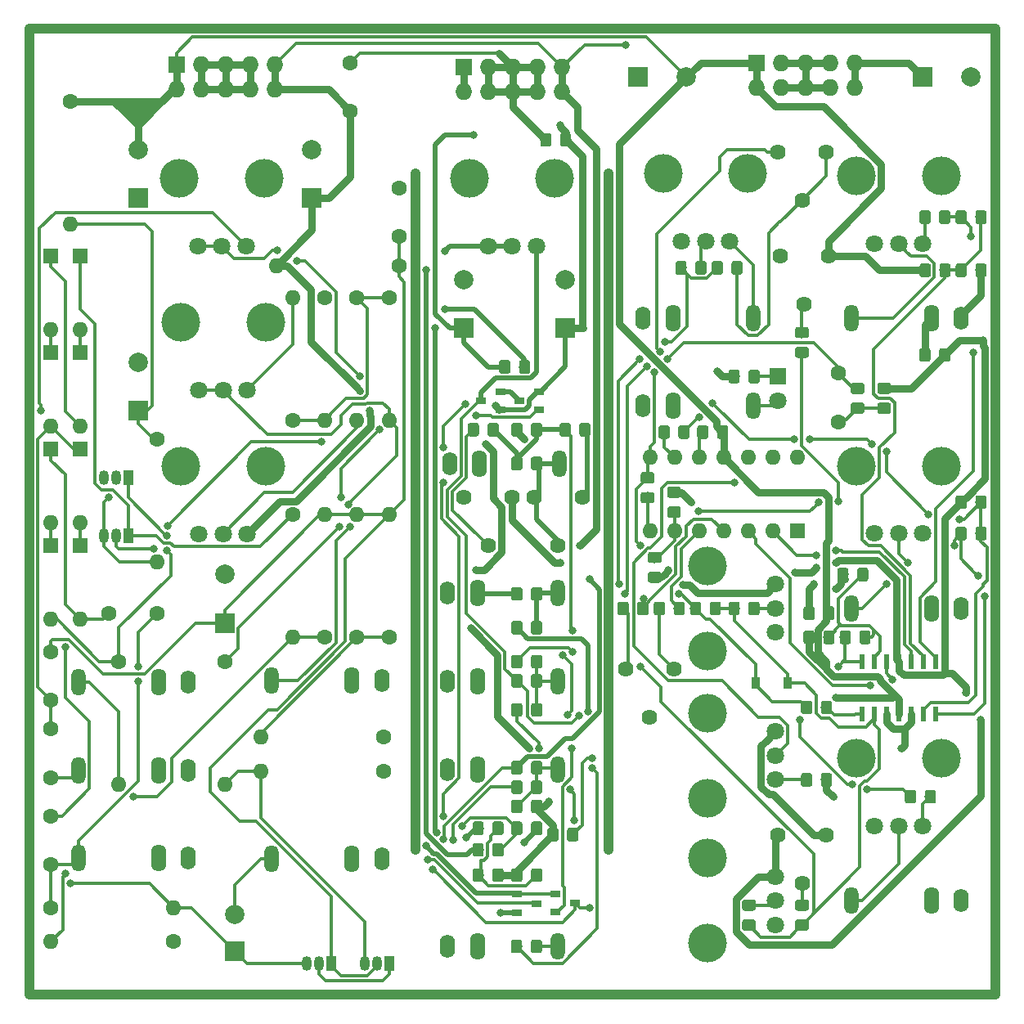
<source format=gbr>
%TF.GenerationSoftware,KiCad,Pcbnew,(5.0.0)*%
%TF.CreationDate,2019-01-26T23:48:39+01:00*%
%TF.ProjectId,Kicad_JE_SteinerVCF,4B696361645F4A455F537465696E6572,Rev A*%
%TF.SameCoordinates,Original*%
%TF.FileFunction,Copper,L2,Bot,Signal*%
%TF.FilePolarity,Positive*%
%FSLAX46Y46*%
G04 Gerber Fmt 4.6, Leading zero omitted, Abs format (unit mm)*
G04 Created by KiCad (PCBNEW (5.0.0)) date 01/26/19 23:48:39*
%MOMM*%
%LPD*%
G01*
G04 APERTURE LIST*
%ADD10C,1.000000*%
%ADD11C,1.600000*%
%ADD12C,2.000000*%
%ADD13R,2.000000X2.000000*%
%ADD14O,1.600000X1.600000*%
%ADD15R,1.600000X1.600000*%
%ADD16O,1.500000X2.800000*%
%ADD17O,1.600000X2.400000*%
%ADD18O,1.600000X2.800000*%
%ADD19R,1.727200X1.727200*%
%ADD20O,1.727200X1.727200*%
%ADD21O,1.050000X1.500000*%
%ADD22R,1.050000X1.500000*%
%ADD23R,1.000000X0.700000*%
%ADD24C,0.150000*%
%ADD25C,1.150000*%
%ADD26C,4.000000*%
%ADD27C,1.800000*%
%ADD28C,1.620000*%
%ADD29R,1.800000X1.800000*%
%ADD30R,0.900000X1.200000*%
%ADD31R,0.600000X1.500000*%
%ADD32C,0.800000*%
%ADD33C,0.800000*%
%ADD34C,0.500000*%
%ADD35C,0.300000*%
%ADD36C,0.350000*%
G04 APERTURE END LIST*
D10*
X110000000Y-135000000D02*
X110000000Y-65000000D01*
X110000000Y-65000000D02*
X110000000Y-135000000D01*
X90000000Y-135000000D02*
X90000000Y-65000000D01*
X90000000Y-65000000D02*
X90000000Y-135000000D01*
X150000000Y-50000000D02*
X50000000Y-50000000D01*
X150000000Y-150000000D02*
X150000000Y-50000000D01*
X50000000Y-150000000D02*
X150000000Y-150000000D01*
X50000000Y-50000000D02*
X50000000Y-150000000D01*
D11*
X83250000Y-53500000D03*
X83250000Y-58500000D03*
D12*
X79250000Y-62500000D03*
D13*
X79250000Y-67500000D03*
D12*
X70250000Y-106500000D03*
D13*
X70250000Y-111500000D03*
D11*
X88250000Y-71500000D03*
X88250000Y-66500000D03*
D12*
X61250000Y-62500000D03*
D13*
X61250000Y-67500000D03*
D11*
X52250000Y-114500000D03*
X52250000Y-119500000D03*
D13*
X71250000Y-145500000D03*
D12*
X71250000Y-141700000D03*
D11*
X52250000Y-131500000D03*
X52250000Y-136500000D03*
X52250000Y-127500000D03*
X52250000Y-122500000D03*
X63250000Y-110500000D03*
X58250000Y-110500000D03*
D13*
X61250000Y-89500000D03*
D12*
X61250000Y-84500000D03*
D14*
X55250000Y-81120000D03*
D15*
X55250000Y-73500000D03*
X55250000Y-83500000D03*
D14*
X55250000Y-91120000D03*
X52250000Y-81120000D03*
D15*
X52250000Y-73500000D03*
X52250000Y-83500000D03*
D14*
X52250000Y-91120000D03*
X55250000Y-101120000D03*
D15*
X55250000Y-93500000D03*
X55250000Y-103500000D03*
D14*
X55250000Y-111120000D03*
X52250000Y-101120000D03*
D15*
X52250000Y-93500000D03*
X52250000Y-103500000D03*
D14*
X52250000Y-111120000D03*
D16*
X55080000Y-126750000D03*
D17*
X66480000Y-126750000D03*
D18*
X63380000Y-126750000D03*
X63380000Y-135800000D03*
D17*
X66480000Y-135800000D03*
D16*
X55080000Y-135800000D03*
D18*
X63380000Y-117600000D03*
D17*
X66480000Y-117600000D03*
D16*
X55080000Y-117600000D03*
D18*
X83380000Y-135900000D03*
D17*
X86480000Y-135900000D03*
D16*
X75080000Y-135900000D03*
X75080000Y-117500000D03*
D17*
X86480000Y-117500000D03*
D18*
X83380000Y-117500000D03*
D16*
X104720341Y-108385056D03*
D17*
X93320341Y-108385056D03*
D18*
X96420341Y-108385056D03*
X96420341Y-117525797D03*
D17*
X93320341Y-117525797D03*
D16*
X104720341Y-117525797D03*
X104720341Y-126666538D03*
D17*
X93320341Y-126666538D03*
D18*
X96420341Y-126666538D03*
X96420341Y-144948020D03*
D17*
X93320341Y-144948020D03*
D16*
X104720341Y-144948020D03*
X104920000Y-95000000D03*
D17*
X93520000Y-95000000D03*
D18*
X96620000Y-95000000D03*
D19*
X65250000Y-53750000D03*
D20*
X65250000Y-56290000D03*
X67790000Y-53750000D03*
X67790000Y-56290000D03*
X70330000Y-53750000D03*
X70330000Y-56290000D03*
X72870000Y-53750000D03*
X72870000Y-56290000D03*
X75410000Y-53750000D03*
X75410000Y-56290000D03*
X105160000Y-56540000D03*
X105160000Y-54000000D03*
X102620000Y-56540000D03*
X102620000Y-54000000D03*
X100080000Y-56540000D03*
X100080000Y-54000000D03*
X97540000Y-56540000D03*
X97540000Y-54000000D03*
X95000000Y-56540000D03*
D19*
X95000000Y-54000000D03*
D21*
X79980000Y-146776322D03*
X78710000Y-146776322D03*
D22*
X81250000Y-146776322D03*
X87250000Y-146776322D03*
D21*
X84710000Y-146776322D03*
X85980000Y-146776322D03*
D22*
X60250000Y-102500000D03*
D21*
X57710000Y-102500000D03*
X58980000Y-102500000D03*
X58980000Y-96500000D03*
X57710000Y-96500000D03*
D22*
X60250000Y-96500000D03*
D23*
X96750000Y-88500000D03*
X98750000Y-89450000D03*
X98750000Y-87550000D03*
X100750000Y-88500000D03*
X102750000Y-89450000D03*
X102750000Y-87550000D03*
X104500000Y-141450000D03*
X104500000Y-139550000D03*
X106500000Y-140500000D03*
X100500000Y-141500000D03*
X100500000Y-139600000D03*
X102500000Y-140550000D03*
D11*
X88250000Y-74500000D03*
D14*
X75550000Y-74500000D03*
X83916666Y-100300000D03*
D11*
X83916666Y-113000000D03*
X87249999Y-113000000D03*
D14*
X87249999Y-100300000D03*
D11*
X70250000Y-115500000D03*
D14*
X70250000Y-128200000D03*
X64950000Y-141000000D03*
D11*
X52250000Y-141000000D03*
X86644883Y-123290562D03*
D14*
X73944883Y-123290562D03*
X73944883Y-126873222D03*
D11*
X86644883Y-126873222D03*
D14*
X80583333Y-100300000D03*
D11*
X80583333Y-113000000D03*
D14*
X77250000Y-113000000D03*
D11*
X77250000Y-100300000D03*
X59250000Y-115500000D03*
D14*
X59250000Y-128200000D03*
D11*
X77250000Y-90500000D03*
D14*
X77250000Y-77800000D03*
D11*
X87249999Y-77800000D03*
D14*
X87249999Y-90500000D03*
X52250000Y-144500000D03*
D11*
X64950000Y-144500000D03*
D14*
X63250000Y-105200000D03*
D11*
X63250000Y-92500000D03*
X83916666Y-77800000D03*
D14*
X83916666Y-90500000D03*
D11*
X54250000Y-57500000D03*
D14*
X54250000Y-70200000D03*
X80583333Y-90500000D03*
D11*
X80583333Y-77800000D03*
D24*
G36*
X98874505Y-136914003D02*
X98898773Y-136917603D01*
X98922572Y-136923564D01*
X98945671Y-136931829D01*
X98967850Y-136942319D01*
X98988893Y-136954931D01*
X99008599Y-136969546D01*
X99026777Y-136986022D01*
X99043253Y-137004200D01*
X99057868Y-137023906D01*
X99070480Y-137044949D01*
X99080970Y-137067128D01*
X99089235Y-137090227D01*
X99095196Y-137114026D01*
X99098796Y-137138294D01*
X99100000Y-137162798D01*
X99100000Y-138062800D01*
X99098796Y-138087304D01*
X99095196Y-138111572D01*
X99089235Y-138135371D01*
X99080970Y-138158470D01*
X99070480Y-138180649D01*
X99057868Y-138201692D01*
X99043253Y-138221398D01*
X99026777Y-138239576D01*
X99008599Y-138256052D01*
X98988893Y-138270667D01*
X98967850Y-138283279D01*
X98945671Y-138293769D01*
X98922572Y-138302034D01*
X98898773Y-138307995D01*
X98874505Y-138311595D01*
X98850001Y-138312799D01*
X98199999Y-138312799D01*
X98175495Y-138311595D01*
X98151227Y-138307995D01*
X98127428Y-138302034D01*
X98104329Y-138293769D01*
X98082150Y-138283279D01*
X98061107Y-138270667D01*
X98041401Y-138256052D01*
X98023223Y-138239576D01*
X98006747Y-138221398D01*
X97992132Y-138201692D01*
X97979520Y-138180649D01*
X97969030Y-138158470D01*
X97960765Y-138135371D01*
X97954804Y-138111572D01*
X97951204Y-138087304D01*
X97950000Y-138062800D01*
X97950000Y-137162798D01*
X97951204Y-137138294D01*
X97954804Y-137114026D01*
X97960765Y-137090227D01*
X97969030Y-137067128D01*
X97979520Y-137044949D01*
X97992132Y-137023906D01*
X98006747Y-137004200D01*
X98023223Y-136986022D01*
X98041401Y-136969546D01*
X98061107Y-136954931D01*
X98082150Y-136942319D01*
X98104329Y-136931829D01*
X98127428Y-136923564D01*
X98151227Y-136917603D01*
X98175495Y-136914003D01*
X98199999Y-136912799D01*
X98850001Y-136912799D01*
X98874505Y-136914003D01*
X98874505Y-136914003D01*
G37*
D25*
X98525000Y-137612799D03*
D24*
G36*
X96824505Y-136914003D02*
X96848773Y-136917603D01*
X96872572Y-136923564D01*
X96895671Y-136931829D01*
X96917850Y-136942319D01*
X96938893Y-136954931D01*
X96958599Y-136969546D01*
X96976777Y-136986022D01*
X96993253Y-137004200D01*
X97007868Y-137023906D01*
X97020480Y-137044949D01*
X97030970Y-137067128D01*
X97039235Y-137090227D01*
X97045196Y-137114026D01*
X97048796Y-137138294D01*
X97050000Y-137162798D01*
X97050000Y-138062800D01*
X97048796Y-138087304D01*
X97045196Y-138111572D01*
X97039235Y-138135371D01*
X97030970Y-138158470D01*
X97020480Y-138180649D01*
X97007868Y-138201692D01*
X96993253Y-138221398D01*
X96976777Y-138239576D01*
X96958599Y-138256052D01*
X96938893Y-138270667D01*
X96917850Y-138283279D01*
X96895671Y-138293769D01*
X96872572Y-138302034D01*
X96848773Y-138307995D01*
X96824505Y-138311595D01*
X96800001Y-138312799D01*
X96149999Y-138312799D01*
X96125495Y-138311595D01*
X96101227Y-138307995D01*
X96077428Y-138302034D01*
X96054329Y-138293769D01*
X96032150Y-138283279D01*
X96011107Y-138270667D01*
X95991401Y-138256052D01*
X95973223Y-138239576D01*
X95956747Y-138221398D01*
X95942132Y-138201692D01*
X95929520Y-138180649D01*
X95919030Y-138158470D01*
X95910765Y-138135371D01*
X95904804Y-138111572D01*
X95901204Y-138087304D01*
X95900000Y-138062800D01*
X95900000Y-137162798D01*
X95901204Y-137138294D01*
X95904804Y-137114026D01*
X95910765Y-137090227D01*
X95919030Y-137067128D01*
X95929520Y-137044949D01*
X95942132Y-137023906D01*
X95956747Y-137004200D01*
X95973223Y-136986022D01*
X95991401Y-136969546D01*
X96011107Y-136954931D01*
X96032150Y-136942319D01*
X96054329Y-136931829D01*
X96077428Y-136923564D01*
X96101227Y-136917603D01*
X96125495Y-136914003D01*
X96149999Y-136912799D01*
X96800001Y-136912799D01*
X96824505Y-136914003D01*
X96824505Y-136914003D01*
G37*
D25*
X96475000Y-137612799D03*
D24*
G36*
X102874505Y-136914003D02*
X102898773Y-136917603D01*
X102922572Y-136923564D01*
X102945671Y-136931829D01*
X102967850Y-136942319D01*
X102988893Y-136954931D01*
X103008599Y-136969546D01*
X103026777Y-136986022D01*
X103043253Y-137004200D01*
X103057868Y-137023906D01*
X103070480Y-137044949D01*
X103080970Y-137067128D01*
X103089235Y-137090227D01*
X103095196Y-137114026D01*
X103098796Y-137138294D01*
X103100000Y-137162798D01*
X103100000Y-138062800D01*
X103098796Y-138087304D01*
X103095196Y-138111572D01*
X103089235Y-138135371D01*
X103080970Y-138158470D01*
X103070480Y-138180649D01*
X103057868Y-138201692D01*
X103043253Y-138221398D01*
X103026777Y-138239576D01*
X103008599Y-138256052D01*
X102988893Y-138270667D01*
X102967850Y-138283279D01*
X102945671Y-138293769D01*
X102922572Y-138302034D01*
X102898773Y-138307995D01*
X102874505Y-138311595D01*
X102850001Y-138312799D01*
X102199999Y-138312799D01*
X102175495Y-138311595D01*
X102151227Y-138307995D01*
X102127428Y-138302034D01*
X102104329Y-138293769D01*
X102082150Y-138283279D01*
X102061107Y-138270667D01*
X102041401Y-138256052D01*
X102023223Y-138239576D01*
X102006747Y-138221398D01*
X101992132Y-138201692D01*
X101979520Y-138180649D01*
X101969030Y-138158470D01*
X101960765Y-138135371D01*
X101954804Y-138111572D01*
X101951204Y-138087304D01*
X101950000Y-138062800D01*
X101950000Y-137162798D01*
X101951204Y-137138294D01*
X101954804Y-137114026D01*
X101960765Y-137090227D01*
X101969030Y-137067128D01*
X101979520Y-137044949D01*
X101992132Y-137023906D01*
X102006747Y-137004200D01*
X102023223Y-136986022D01*
X102041401Y-136969546D01*
X102061107Y-136954931D01*
X102082150Y-136942319D01*
X102104329Y-136931829D01*
X102127428Y-136923564D01*
X102151227Y-136917603D01*
X102175495Y-136914003D01*
X102199999Y-136912799D01*
X102850001Y-136912799D01*
X102874505Y-136914003D01*
X102874505Y-136914003D01*
G37*
D25*
X102525000Y-137612799D03*
D24*
G36*
X100824505Y-136914003D02*
X100848773Y-136917603D01*
X100872572Y-136923564D01*
X100895671Y-136931829D01*
X100917850Y-136942319D01*
X100938893Y-136954931D01*
X100958599Y-136969546D01*
X100976777Y-136986022D01*
X100993253Y-137004200D01*
X101007868Y-137023906D01*
X101020480Y-137044949D01*
X101030970Y-137067128D01*
X101039235Y-137090227D01*
X101045196Y-137114026D01*
X101048796Y-137138294D01*
X101050000Y-137162798D01*
X101050000Y-138062800D01*
X101048796Y-138087304D01*
X101045196Y-138111572D01*
X101039235Y-138135371D01*
X101030970Y-138158470D01*
X101020480Y-138180649D01*
X101007868Y-138201692D01*
X100993253Y-138221398D01*
X100976777Y-138239576D01*
X100958599Y-138256052D01*
X100938893Y-138270667D01*
X100917850Y-138283279D01*
X100895671Y-138293769D01*
X100872572Y-138302034D01*
X100848773Y-138307995D01*
X100824505Y-138311595D01*
X100800001Y-138312799D01*
X100149999Y-138312799D01*
X100125495Y-138311595D01*
X100101227Y-138307995D01*
X100077428Y-138302034D01*
X100054329Y-138293769D01*
X100032150Y-138283279D01*
X100011107Y-138270667D01*
X99991401Y-138256052D01*
X99973223Y-138239576D01*
X99956747Y-138221398D01*
X99942132Y-138201692D01*
X99929520Y-138180649D01*
X99919030Y-138158470D01*
X99910765Y-138135371D01*
X99904804Y-138111572D01*
X99901204Y-138087304D01*
X99900000Y-138062800D01*
X99900000Y-137162798D01*
X99901204Y-137138294D01*
X99904804Y-137114026D01*
X99910765Y-137090227D01*
X99919030Y-137067128D01*
X99929520Y-137044949D01*
X99942132Y-137023906D01*
X99956747Y-137004200D01*
X99973223Y-136986022D01*
X99991401Y-136969546D01*
X100011107Y-136954931D01*
X100032150Y-136942319D01*
X100054329Y-136931829D01*
X100077428Y-136923564D01*
X100101227Y-136917603D01*
X100125495Y-136914003D01*
X100149999Y-136912799D01*
X100800001Y-136912799D01*
X100824505Y-136914003D01*
X100824505Y-136914003D01*
G37*
D25*
X100475000Y-137612799D03*
D24*
G36*
X98874505Y-134301204D02*
X98898773Y-134304804D01*
X98922572Y-134310765D01*
X98945671Y-134319030D01*
X98967850Y-134329520D01*
X98988893Y-134342132D01*
X99008599Y-134356747D01*
X99026777Y-134373223D01*
X99043253Y-134391401D01*
X99057868Y-134411107D01*
X99070480Y-134432150D01*
X99080970Y-134454329D01*
X99089235Y-134477428D01*
X99095196Y-134501227D01*
X99098796Y-134525495D01*
X99100000Y-134549999D01*
X99100000Y-135450001D01*
X99098796Y-135474505D01*
X99095196Y-135498773D01*
X99089235Y-135522572D01*
X99080970Y-135545671D01*
X99070480Y-135567850D01*
X99057868Y-135588893D01*
X99043253Y-135608599D01*
X99026777Y-135626777D01*
X99008599Y-135643253D01*
X98988893Y-135657868D01*
X98967850Y-135670480D01*
X98945671Y-135680970D01*
X98922572Y-135689235D01*
X98898773Y-135695196D01*
X98874505Y-135698796D01*
X98850001Y-135700000D01*
X98199999Y-135700000D01*
X98175495Y-135698796D01*
X98151227Y-135695196D01*
X98127428Y-135689235D01*
X98104329Y-135680970D01*
X98082150Y-135670480D01*
X98061107Y-135657868D01*
X98041401Y-135643253D01*
X98023223Y-135626777D01*
X98006747Y-135608599D01*
X97992132Y-135588893D01*
X97979520Y-135567850D01*
X97969030Y-135545671D01*
X97960765Y-135522572D01*
X97954804Y-135498773D01*
X97951204Y-135474505D01*
X97950000Y-135450001D01*
X97950000Y-134549999D01*
X97951204Y-134525495D01*
X97954804Y-134501227D01*
X97960765Y-134477428D01*
X97969030Y-134454329D01*
X97979520Y-134432150D01*
X97992132Y-134411107D01*
X98006747Y-134391401D01*
X98023223Y-134373223D01*
X98041401Y-134356747D01*
X98061107Y-134342132D01*
X98082150Y-134329520D01*
X98104329Y-134319030D01*
X98127428Y-134310765D01*
X98151227Y-134304804D01*
X98175495Y-134301204D01*
X98199999Y-134300000D01*
X98850001Y-134300000D01*
X98874505Y-134301204D01*
X98874505Y-134301204D01*
G37*
D25*
X98525000Y-135000000D03*
D24*
G36*
X96824505Y-134301204D02*
X96848773Y-134304804D01*
X96872572Y-134310765D01*
X96895671Y-134319030D01*
X96917850Y-134329520D01*
X96938893Y-134342132D01*
X96958599Y-134356747D01*
X96976777Y-134373223D01*
X96993253Y-134391401D01*
X97007868Y-134411107D01*
X97020480Y-134432150D01*
X97030970Y-134454329D01*
X97039235Y-134477428D01*
X97045196Y-134501227D01*
X97048796Y-134525495D01*
X97050000Y-134549999D01*
X97050000Y-135450001D01*
X97048796Y-135474505D01*
X97045196Y-135498773D01*
X97039235Y-135522572D01*
X97030970Y-135545671D01*
X97020480Y-135567850D01*
X97007868Y-135588893D01*
X96993253Y-135608599D01*
X96976777Y-135626777D01*
X96958599Y-135643253D01*
X96938893Y-135657868D01*
X96917850Y-135670480D01*
X96895671Y-135680970D01*
X96872572Y-135689235D01*
X96848773Y-135695196D01*
X96824505Y-135698796D01*
X96800001Y-135700000D01*
X96149999Y-135700000D01*
X96125495Y-135698796D01*
X96101227Y-135695196D01*
X96077428Y-135689235D01*
X96054329Y-135680970D01*
X96032150Y-135670480D01*
X96011107Y-135657868D01*
X95991401Y-135643253D01*
X95973223Y-135626777D01*
X95956747Y-135608599D01*
X95942132Y-135588893D01*
X95929520Y-135567850D01*
X95919030Y-135545671D01*
X95910765Y-135522572D01*
X95904804Y-135498773D01*
X95901204Y-135474505D01*
X95900000Y-135450001D01*
X95900000Y-134549999D01*
X95901204Y-134525495D01*
X95904804Y-134501227D01*
X95910765Y-134477428D01*
X95919030Y-134454329D01*
X95929520Y-134432150D01*
X95942132Y-134411107D01*
X95956747Y-134391401D01*
X95973223Y-134373223D01*
X95991401Y-134356747D01*
X96011107Y-134342132D01*
X96032150Y-134329520D01*
X96054329Y-134319030D01*
X96077428Y-134310765D01*
X96101227Y-134304804D01*
X96125495Y-134301204D01*
X96149999Y-134300000D01*
X96800001Y-134300000D01*
X96824505Y-134301204D01*
X96824505Y-134301204D01*
G37*
D25*
X96475000Y-135000000D03*
D24*
G36*
X102874505Y-116801204D02*
X102898773Y-116804804D01*
X102922572Y-116810765D01*
X102945671Y-116819030D01*
X102967850Y-116829520D01*
X102988893Y-116842132D01*
X103008599Y-116856747D01*
X103026777Y-116873223D01*
X103043253Y-116891401D01*
X103057868Y-116911107D01*
X103070480Y-116932150D01*
X103080970Y-116954329D01*
X103089235Y-116977428D01*
X103095196Y-117001227D01*
X103098796Y-117025495D01*
X103100000Y-117049999D01*
X103100000Y-117950001D01*
X103098796Y-117974505D01*
X103095196Y-117998773D01*
X103089235Y-118022572D01*
X103080970Y-118045671D01*
X103070480Y-118067850D01*
X103057868Y-118088893D01*
X103043253Y-118108599D01*
X103026777Y-118126777D01*
X103008599Y-118143253D01*
X102988893Y-118157868D01*
X102967850Y-118170480D01*
X102945671Y-118180970D01*
X102922572Y-118189235D01*
X102898773Y-118195196D01*
X102874505Y-118198796D01*
X102850001Y-118200000D01*
X102199999Y-118200000D01*
X102175495Y-118198796D01*
X102151227Y-118195196D01*
X102127428Y-118189235D01*
X102104329Y-118180970D01*
X102082150Y-118170480D01*
X102061107Y-118157868D01*
X102041401Y-118143253D01*
X102023223Y-118126777D01*
X102006747Y-118108599D01*
X101992132Y-118088893D01*
X101979520Y-118067850D01*
X101969030Y-118045671D01*
X101960765Y-118022572D01*
X101954804Y-117998773D01*
X101951204Y-117974505D01*
X101950000Y-117950001D01*
X101950000Y-117049999D01*
X101951204Y-117025495D01*
X101954804Y-117001227D01*
X101960765Y-116977428D01*
X101969030Y-116954329D01*
X101979520Y-116932150D01*
X101992132Y-116911107D01*
X102006747Y-116891401D01*
X102023223Y-116873223D01*
X102041401Y-116856747D01*
X102061107Y-116842132D01*
X102082150Y-116829520D01*
X102104329Y-116819030D01*
X102127428Y-116810765D01*
X102151227Y-116804804D01*
X102175495Y-116801204D01*
X102199999Y-116800000D01*
X102850001Y-116800000D01*
X102874505Y-116801204D01*
X102874505Y-116801204D01*
G37*
D25*
X102525000Y-117500000D03*
D24*
G36*
X100824505Y-116801204D02*
X100848773Y-116804804D01*
X100872572Y-116810765D01*
X100895671Y-116819030D01*
X100917850Y-116829520D01*
X100938893Y-116842132D01*
X100958599Y-116856747D01*
X100976777Y-116873223D01*
X100993253Y-116891401D01*
X101007868Y-116911107D01*
X101020480Y-116932150D01*
X101030970Y-116954329D01*
X101039235Y-116977428D01*
X101045196Y-117001227D01*
X101048796Y-117025495D01*
X101050000Y-117049999D01*
X101050000Y-117950001D01*
X101048796Y-117974505D01*
X101045196Y-117998773D01*
X101039235Y-118022572D01*
X101030970Y-118045671D01*
X101020480Y-118067850D01*
X101007868Y-118088893D01*
X100993253Y-118108599D01*
X100976777Y-118126777D01*
X100958599Y-118143253D01*
X100938893Y-118157868D01*
X100917850Y-118170480D01*
X100895671Y-118180970D01*
X100872572Y-118189235D01*
X100848773Y-118195196D01*
X100824505Y-118198796D01*
X100800001Y-118200000D01*
X100149999Y-118200000D01*
X100125495Y-118198796D01*
X100101227Y-118195196D01*
X100077428Y-118189235D01*
X100054329Y-118180970D01*
X100032150Y-118170480D01*
X100011107Y-118157868D01*
X99991401Y-118143253D01*
X99973223Y-118126777D01*
X99956747Y-118108599D01*
X99942132Y-118088893D01*
X99929520Y-118067850D01*
X99919030Y-118045671D01*
X99910765Y-118022572D01*
X99904804Y-117998773D01*
X99901204Y-117974505D01*
X99900000Y-117950001D01*
X99900000Y-117049999D01*
X99901204Y-117025495D01*
X99904804Y-117001227D01*
X99910765Y-116977428D01*
X99919030Y-116954329D01*
X99929520Y-116932150D01*
X99942132Y-116911107D01*
X99956747Y-116891401D01*
X99973223Y-116873223D01*
X99991401Y-116856747D01*
X100011107Y-116842132D01*
X100032150Y-116829520D01*
X100054329Y-116819030D01*
X100077428Y-116810765D01*
X100101227Y-116804804D01*
X100125495Y-116801204D01*
X100149999Y-116800000D01*
X100800001Y-116800000D01*
X100824505Y-116801204D01*
X100824505Y-116801204D01*
G37*
D25*
X100475000Y-117500000D03*
D24*
G36*
X96824505Y-132064003D02*
X96848773Y-132067603D01*
X96872572Y-132073564D01*
X96895671Y-132081829D01*
X96917850Y-132092319D01*
X96938893Y-132104931D01*
X96958599Y-132119546D01*
X96976777Y-132136022D01*
X96993253Y-132154200D01*
X97007868Y-132173906D01*
X97020480Y-132194949D01*
X97030970Y-132217128D01*
X97039235Y-132240227D01*
X97045196Y-132264026D01*
X97048796Y-132288294D01*
X97050000Y-132312798D01*
X97050000Y-133212800D01*
X97048796Y-133237304D01*
X97045196Y-133261572D01*
X97039235Y-133285371D01*
X97030970Y-133308470D01*
X97020480Y-133330649D01*
X97007868Y-133351692D01*
X96993253Y-133371398D01*
X96976777Y-133389576D01*
X96958599Y-133406052D01*
X96938893Y-133420667D01*
X96917850Y-133433279D01*
X96895671Y-133443769D01*
X96872572Y-133452034D01*
X96848773Y-133457995D01*
X96824505Y-133461595D01*
X96800001Y-133462799D01*
X96149999Y-133462799D01*
X96125495Y-133461595D01*
X96101227Y-133457995D01*
X96077428Y-133452034D01*
X96054329Y-133443769D01*
X96032150Y-133433279D01*
X96011107Y-133420667D01*
X95991401Y-133406052D01*
X95973223Y-133389576D01*
X95956747Y-133371398D01*
X95942132Y-133351692D01*
X95929520Y-133330649D01*
X95919030Y-133308470D01*
X95910765Y-133285371D01*
X95904804Y-133261572D01*
X95901204Y-133237304D01*
X95900000Y-133212800D01*
X95900000Y-132312798D01*
X95901204Y-132288294D01*
X95904804Y-132264026D01*
X95910765Y-132240227D01*
X95919030Y-132217128D01*
X95929520Y-132194949D01*
X95942132Y-132173906D01*
X95956747Y-132154200D01*
X95973223Y-132136022D01*
X95991401Y-132119546D01*
X96011107Y-132104931D01*
X96032150Y-132092319D01*
X96054329Y-132081829D01*
X96077428Y-132073564D01*
X96101227Y-132067603D01*
X96125495Y-132064003D01*
X96149999Y-132062799D01*
X96800001Y-132062799D01*
X96824505Y-132064003D01*
X96824505Y-132064003D01*
G37*
D25*
X96475000Y-132762799D03*
D24*
G36*
X98874505Y-132064003D02*
X98898773Y-132067603D01*
X98922572Y-132073564D01*
X98945671Y-132081829D01*
X98967850Y-132092319D01*
X98988893Y-132104931D01*
X99008599Y-132119546D01*
X99026777Y-132136022D01*
X99043253Y-132154200D01*
X99057868Y-132173906D01*
X99070480Y-132194949D01*
X99080970Y-132217128D01*
X99089235Y-132240227D01*
X99095196Y-132264026D01*
X99098796Y-132288294D01*
X99100000Y-132312798D01*
X99100000Y-133212800D01*
X99098796Y-133237304D01*
X99095196Y-133261572D01*
X99089235Y-133285371D01*
X99080970Y-133308470D01*
X99070480Y-133330649D01*
X99057868Y-133351692D01*
X99043253Y-133371398D01*
X99026777Y-133389576D01*
X99008599Y-133406052D01*
X98988893Y-133420667D01*
X98967850Y-133433279D01*
X98945671Y-133443769D01*
X98922572Y-133452034D01*
X98898773Y-133457995D01*
X98874505Y-133461595D01*
X98850001Y-133462799D01*
X98199999Y-133462799D01*
X98175495Y-133461595D01*
X98151227Y-133457995D01*
X98127428Y-133452034D01*
X98104329Y-133443769D01*
X98082150Y-133433279D01*
X98061107Y-133420667D01*
X98041401Y-133406052D01*
X98023223Y-133389576D01*
X98006747Y-133371398D01*
X97992132Y-133351692D01*
X97979520Y-133330649D01*
X97969030Y-133308470D01*
X97960765Y-133285371D01*
X97954804Y-133261572D01*
X97951204Y-133237304D01*
X97950000Y-133212800D01*
X97950000Y-132312798D01*
X97951204Y-132288294D01*
X97954804Y-132264026D01*
X97960765Y-132240227D01*
X97969030Y-132217128D01*
X97979520Y-132194949D01*
X97992132Y-132173906D01*
X98006747Y-132154200D01*
X98023223Y-132136022D01*
X98041401Y-132119546D01*
X98061107Y-132104931D01*
X98082150Y-132092319D01*
X98104329Y-132081829D01*
X98127428Y-132073564D01*
X98151227Y-132067603D01*
X98175495Y-132064003D01*
X98199999Y-132062799D01*
X98850001Y-132062799D01*
X98874505Y-132064003D01*
X98874505Y-132064003D01*
G37*
D25*
X98525000Y-132762799D03*
D24*
G36*
X100824505Y-132064003D02*
X100848773Y-132067603D01*
X100872572Y-132073564D01*
X100895671Y-132081829D01*
X100917850Y-132092319D01*
X100938893Y-132104931D01*
X100958599Y-132119546D01*
X100976777Y-132136022D01*
X100993253Y-132154200D01*
X101007868Y-132173906D01*
X101020480Y-132194949D01*
X101030970Y-132217128D01*
X101039235Y-132240227D01*
X101045196Y-132264026D01*
X101048796Y-132288294D01*
X101050000Y-132312798D01*
X101050000Y-133212800D01*
X101048796Y-133237304D01*
X101045196Y-133261572D01*
X101039235Y-133285371D01*
X101030970Y-133308470D01*
X101020480Y-133330649D01*
X101007868Y-133351692D01*
X100993253Y-133371398D01*
X100976777Y-133389576D01*
X100958599Y-133406052D01*
X100938893Y-133420667D01*
X100917850Y-133433279D01*
X100895671Y-133443769D01*
X100872572Y-133452034D01*
X100848773Y-133457995D01*
X100824505Y-133461595D01*
X100800001Y-133462799D01*
X100149999Y-133462799D01*
X100125495Y-133461595D01*
X100101227Y-133457995D01*
X100077428Y-133452034D01*
X100054329Y-133443769D01*
X100032150Y-133433279D01*
X100011107Y-133420667D01*
X99991401Y-133406052D01*
X99973223Y-133389576D01*
X99956747Y-133371398D01*
X99942132Y-133351692D01*
X99929520Y-133330649D01*
X99919030Y-133308470D01*
X99910765Y-133285371D01*
X99904804Y-133261572D01*
X99901204Y-133237304D01*
X99900000Y-133212800D01*
X99900000Y-132312798D01*
X99901204Y-132288294D01*
X99904804Y-132264026D01*
X99910765Y-132240227D01*
X99919030Y-132217128D01*
X99929520Y-132194949D01*
X99942132Y-132173906D01*
X99956747Y-132154200D01*
X99973223Y-132136022D01*
X99991401Y-132119546D01*
X100011107Y-132104931D01*
X100032150Y-132092319D01*
X100054329Y-132081829D01*
X100077428Y-132073564D01*
X100101227Y-132067603D01*
X100125495Y-132064003D01*
X100149999Y-132062799D01*
X100800001Y-132062799D01*
X100824505Y-132064003D01*
X100824505Y-132064003D01*
G37*
D25*
X100475000Y-132762799D03*
D24*
G36*
X102874505Y-132064003D02*
X102898773Y-132067603D01*
X102922572Y-132073564D01*
X102945671Y-132081829D01*
X102967850Y-132092319D01*
X102988893Y-132104931D01*
X103008599Y-132119546D01*
X103026777Y-132136022D01*
X103043253Y-132154200D01*
X103057868Y-132173906D01*
X103070480Y-132194949D01*
X103080970Y-132217128D01*
X103089235Y-132240227D01*
X103095196Y-132264026D01*
X103098796Y-132288294D01*
X103100000Y-132312798D01*
X103100000Y-133212800D01*
X103098796Y-133237304D01*
X103095196Y-133261572D01*
X103089235Y-133285371D01*
X103080970Y-133308470D01*
X103070480Y-133330649D01*
X103057868Y-133351692D01*
X103043253Y-133371398D01*
X103026777Y-133389576D01*
X103008599Y-133406052D01*
X102988893Y-133420667D01*
X102967850Y-133433279D01*
X102945671Y-133443769D01*
X102922572Y-133452034D01*
X102898773Y-133457995D01*
X102874505Y-133461595D01*
X102850001Y-133462799D01*
X102199999Y-133462799D01*
X102175495Y-133461595D01*
X102151227Y-133457995D01*
X102127428Y-133452034D01*
X102104329Y-133443769D01*
X102082150Y-133433279D01*
X102061107Y-133420667D01*
X102041401Y-133406052D01*
X102023223Y-133389576D01*
X102006747Y-133371398D01*
X101992132Y-133351692D01*
X101979520Y-133330649D01*
X101969030Y-133308470D01*
X101960765Y-133285371D01*
X101954804Y-133261572D01*
X101951204Y-133237304D01*
X101950000Y-133212800D01*
X101950000Y-132312798D01*
X101951204Y-132288294D01*
X101954804Y-132264026D01*
X101960765Y-132240227D01*
X101969030Y-132217128D01*
X101979520Y-132194949D01*
X101992132Y-132173906D01*
X102006747Y-132154200D01*
X102023223Y-132136022D01*
X102041401Y-132119546D01*
X102061107Y-132104931D01*
X102082150Y-132092319D01*
X102104329Y-132081829D01*
X102127428Y-132073564D01*
X102151227Y-132067603D01*
X102175495Y-132064003D01*
X102199999Y-132062799D01*
X102850001Y-132062799D01*
X102874505Y-132064003D01*
X102874505Y-132064003D01*
G37*
D25*
X102525000Y-132762799D03*
D24*
G36*
X100824505Y-129801204D02*
X100848773Y-129804804D01*
X100872572Y-129810765D01*
X100895671Y-129819030D01*
X100917850Y-129829520D01*
X100938893Y-129842132D01*
X100958599Y-129856747D01*
X100976777Y-129873223D01*
X100993253Y-129891401D01*
X101007868Y-129911107D01*
X101020480Y-129932150D01*
X101030970Y-129954329D01*
X101039235Y-129977428D01*
X101045196Y-130001227D01*
X101048796Y-130025495D01*
X101050000Y-130049999D01*
X101050000Y-130950001D01*
X101048796Y-130974505D01*
X101045196Y-130998773D01*
X101039235Y-131022572D01*
X101030970Y-131045671D01*
X101020480Y-131067850D01*
X101007868Y-131088893D01*
X100993253Y-131108599D01*
X100976777Y-131126777D01*
X100958599Y-131143253D01*
X100938893Y-131157868D01*
X100917850Y-131170480D01*
X100895671Y-131180970D01*
X100872572Y-131189235D01*
X100848773Y-131195196D01*
X100824505Y-131198796D01*
X100800001Y-131200000D01*
X100149999Y-131200000D01*
X100125495Y-131198796D01*
X100101227Y-131195196D01*
X100077428Y-131189235D01*
X100054329Y-131180970D01*
X100032150Y-131170480D01*
X100011107Y-131157868D01*
X99991401Y-131143253D01*
X99973223Y-131126777D01*
X99956747Y-131108599D01*
X99942132Y-131088893D01*
X99929520Y-131067850D01*
X99919030Y-131045671D01*
X99910765Y-131022572D01*
X99904804Y-130998773D01*
X99901204Y-130974505D01*
X99900000Y-130950001D01*
X99900000Y-130049999D01*
X99901204Y-130025495D01*
X99904804Y-130001227D01*
X99910765Y-129977428D01*
X99919030Y-129954329D01*
X99929520Y-129932150D01*
X99942132Y-129911107D01*
X99956747Y-129891401D01*
X99973223Y-129873223D01*
X99991401Y-129856747D01*
X100011107Y-129842132D01*
X100032150Y-129829520D01*
X100054329Y-129819030D01*
X100077428Y-129810765D01*
X100101227Y-129804804D01*
X100125495Y-129801204D01*
X100149999Y-129800000D01*
X100800001Y-129800000D01*
X100824505Y-129801204D01*
X100824505Y-129801204D01*
G37*
D25*
X100475000Y-130500000D03*
D24*
G36*
X102874505Y-129801204D02*
X102898773Y-129804804D01*
X102922572Y-129810765D01*
X102945671Y-129819030D01*
X102967850Y-129829520D01*
X102988893Y-129842132D01*
X103008599Y-129856747D01*
X103026777Y-129873223D01*
X103043253Y-129891401D01*
X103057868Y-129911107D01*
X103070480Y-129932150D01*
X103080970Y-129954329D01*
X103089235Y-129977428D01*
X103095196Y-130001227D01*
X103098796Y-130025495D01*
X103100000Y-130049999D01*
X103100000Y-130950001D01*
X103098796Y-130974505D01*
X103095196Y-130998773D01*
X103089235Y-131022572D01*
X103080970Y-131045671D01*
X103070480Y-131067850D01*
X103057868Y-131088893D01*
X103043253Y-131108599D01*
X103026777Y-131126777D01*
X103008599Y-131143253D01*
X102988893Y-131157868D01*
X102967850Y-131170480D01*
X102945671Y-131180970D01*
X102922572Y-131189235D01*
X102898773Y-131195196D01*
X102874505Y-131198796D01*
X102850001Y-131200000D01*
X102199999Y-131200000D01*
X102175495Y-131198796D01*
X102151227Y-131195196D01*
X102127428Y-131189235D01*
X102104329Y-131180970D01*
X102082150Y-131170480D01*
X102061107Y-131157868D01*
X102041401Y-131143253D01*
X102023223Y-131126777D01*
X102006747Y-131108599D01*
X101992132Y-131088893D01*
X101979520Y-131067850D01*
X101969030Y-131045671D01*
X101960765Y-131022572D01*
X101954804Y-130998773D01*
X101951204Y-130974505D01*
X101950000Y-130950001D01*
X101950000Y-130049999D01*
X101951204Y-130025495D01*
X101954804Y-130001227D01*
X101960765Y-129977428D01*
X101969030Y-129954329D01*
X101979520Y-129932150D01*
X101992132Y-129911107D01*
X102006747Y-129891401D01*
X102023223Y-129873223D01*
X102041401Y-129856747D01*
X102061107Y-129842132D01*
X102082150Y-129829520D01*
X102104329Y-129819030D01*
X102127428Y-129810765D01*
X102151227Y-129804804D01*
X102175495Y-129801204D01*
X102199999Y-129800000D01*
X102850001Y-129800000D01*
X102874505Y-129801204D01*
X102874505Y-129801204D01*
G37*
D25*
X102525000Y-130500000D03*
D24*
G36*
X100824505Y-127801204D02*
X100848773Y-127804804D01*
X100872572Y-127810765D01*
X100895671Y-127819030D01*
X100917850Y-127829520D01*
X100938893Y-127842132D01*
X100958599Y-127856747D01*
X100976777Y-127873223D01*
X100993253Y-127891401D01*
X101007868Y-127911107D01*
X101020480Y-127932150D01*
X101030970Y-127954329D01*
X101039235Y-127977428D01*
X101045196Y-128001227D01*
X101048796Y-128025495D01*
X101050000Y-128049999D01*
X101050000Y-128950001D01*
X101048796Y-128974505D01*
X101045196Y-128998773D01*
X101039235Y-129022572D01*
X101030970Y-129045671D01*
X101020480Y-129067850D01*
X101007868Y-129088893D01*
X100993253Y-129108599D01*
X100976777Y-129126777D01*
X100958599Y-129143253D01*
X100938893Y-129157868D01*
X100917850Y-129170480D01*
X100895671Y-129180970D01*
X100872572Y-129189235D01*
X100848773Y-129195196D01*
X100824505Y-129198796D01*
X100800001Y-129200000D01*
X100149999Y-129200000D01*
X100125495Y-129198796D01*
X100101227Y-129195196D01*
X100077428Y-129189235D01*
X100054329Y-129180970D01*
X100032150Y-129170480D01*
X100011107Y-129157868D01*
X99991401Y-129143253D01*
X99973223Y-129126777D01*
X99956747Y-129108599D01*
X99942132Y-129088893D01*
X99929520Y-129067850D01*
X99919030Y-129045671D01*
X99910765Y-129022572D01*
X99904804Y-128998773D01*
X99901204Y-128974505D01*
X99900000Y-128950001D01*
X99900000Y-128049999D01*
X99901204Y-128025495D01*
X99904804Y-128001227D01*
X99910765Y-127977428D01*
X99919030Y-127954329D01*
X99929520Y-127932150D01*
X99942132Y-127911107D01*
X99956747Y-127891401D01*
X99973223Y-127873223D01*
X99991401Y-127856747D01*
X100011107Y-127842132D01*
X100032150Y-127829520D01*
X100054329Y-127819030D01*
X100077428Y-127810765D01*
X100101227Y-127804804D01*
X100125495Y-127801204D01*
X100149999Y-127800000D01*
X100800001Y-127800000D01*
X100824505Y-127801204D01*
X100824505Y-127801204D01*
G37*
D25*
X100475000Y-128500000D03*
D24*
G36*
X102874505Y-127801204D02*
X102898773Y-127804804D01*
X102922572Y-127810765D01*
X102945671Y-127819030D01*
X102967850Y-127829520D01*
X102988893Y-127842132D01*
X103008599Y-127856747D01*
X103026777Y-127873223D01*
X103043253Y-127891401D01*
X103057868Y-127911107D01*
X103070480Y-127932150D01*
X103080970Y-127954329D01*
X103089235Y-127977428D01*
X103095196Y-128001227D01*
X103098796Y-128025495D01*
X103100000Y-128049999D01*
X103100000Y-128950001D01*
X103098796Y-128974505D01*
X103095196Y-128998773D01*
X103089235Y-129022572D01*
X103080970Y-129045671D01*
X103070480Y-129067850D01*
X103057868Y-129088893D01*
X103043253Y-129108599D01*
X103026777Y-129126777D01*
X103008599Y-129143253D01*
X102988893Y-129157868D01*
X102967850Y-129170480D01*
X102945671Y-129180970D01*
X102922572Y-129189235D01*
X102898773Y-129195196D01*
X102874505Y-129198796D01*
X102850001Y-129200000D01*
X102199999Y-129200000D01*
X102175495Y-129198796D01*
X102151227Y-129195196D01*
X102127428Y-129189235D01*
X102104329Y-129180970D01*
X102082150Y-129170480D01*
X102061107Y-129157868D01*
X102041401Y-129143253D01*
X102023223Y-129126777D01*
X102006747Y-129108599D01*
X101992132Y-129088893D01*
X101979520Y-129067850D01*
X101969030Y-129045671D01*
X101960765Y-129022572D01*
X101954804Y-128998773D01*
X101951204Y-128974505D01*
X101950000Y-128950001D01*
X101950000Y-128049999D01*
X101951204Y-128025495D01*
X101954804Y-128001227D01*
X101960765Y-127977428D01*
X101969030Y-127954329D01*
X101979520Y-127932150D01*
X101992132Y-127911107D01*
X102006747Y-127891401D01*
X102023223Y-127873223D01*
X102041401Y-127856747D01*
X102061107Y-127842132D01*
X102082150Y-127829520D01*
X102104329Y-127819030D01*
X102127428Y-127810765D01*
X102151227Y-127804804D01*
X102175495Y-127801204D01*
X102199999Y-127800000D01*
X102850001Y-127800000D01*
X102874505Y-127801204D01*
X102874505Y-127801204D01*
G37*
D25*
X102525000Y-128500000D03*
D24*
G36*
X100824505Y-125801204D02*
X100848773Y-125804804D01*
X100872572Y-125810765D01*
X100895671Y-125819030D01*
X100917850Y-125829520D01*
X100938893Y-125842132D01*
X100958599Y-125856747D01*
X100976777Y-125873223D01*
X100993253Y-125891401D01*
X101007868Y-125911107D01*
X101020480Y-125932150D01*
X101030970Y-125954329D01*
X101039235Y-125977428D01*
X101045196Y-126001227D01*
X101048796Y-126025495D01*
X101050000Y-126049999D01*
X101050000Y-126950001D01*
X101048796Y-126974505D01*
X101045196Y-126998773D01*
X101039235Y-127022572D01*
X101030970Y-127045671D01*
X101020480Y-127067850D01*
X101007868Y-127088893D01*
X100993253Y-127108599D01*
X100976777Y-127126777D01*
X100958599Y-127143253D01*
X100938893Y-127157868D01*
X100917850Y-127170480D01*
X100895671Y-127180970D01*
X100872572Y-127189235D01*
X100848773Y-127195196D01*
X100824505Y-127198796D01*
X100800001Y-127200000D01*
X100149999Y-127200000D01*
X100125495Y-127198796D01*
X100101227Y-127195196D01*
X100077428Y-127189235D01*
X100054329Y-127180970D01*
X100032150Y-127170480D01*
X100011107Y-127157868D01*
X99991401Y-127143253D01*
X99973223Y-127126777D01*
X99956747Y-127108599D01*
X99942132Y-127088893D01*
X99929520Y-127067850D01*
X99919030Y-127045671D01*
X99910765Y-127022572D01*
X99904804Y-126998773D01*
X99901204Y-126974505D01*
X99900000Y-126950001D01*
X99900000Y-126049999D01*
X99901204Y-126025495D01*
X99904804Y-126001227D01*
X99910765Y-125977428D01*
X99919030Y-125954329D01*
X99929520Y-125932150D01*
X99942132Y-125911107D01*
X99956747Y-125891401D01*
X99973223Y-125873223D01*
X99991401Y-125856747D01*
X100011107Y-125842132D01*
X100032150Y-125829520D01*
X100054329Y-125819030D01*
X100077428Y-125810765D01*
X100101227Y-125804804D01*
X100125495Y-125801204D01*
X100149999Y-125800000D01*
X100800001Y-125800000D01*
X100824505Y-125801204D01*
X100824505Y-125801204D01*
G37*
D25*
X100475000Y-126500000D03*
D24*
G36*
X102874505Y-125801204D02*
X102898773Y-125804804D01*
X102922572Y-125810765D01*
X102945671Y-125819030D01*
X102967850Y-125829520D01*
X102988893Y-125842132D01*
X103008599Y-125856747D01*
X103026777Y-125873223D01*
X103043253Y-125891401D01*
X103057868Y-125911107D01*
X103070480Y-125932150D01*
X103080970Y-125954329D01*
X103089235Y-125977428D01*
X103095196Y-126001227D01*
X103098796Y-126025495D01*
X103100000Y-126049999D01*
X103100000Y-126950001D01*
X103098796Y-126974505D01*
X103095196Y-126998773D01*
X103089235Y-127022572D01*
X103080970Y-127045671D01*
X103070480Y-127067850D01*
X103057868Y-127088893D01*
X103043253Y-127108599D01*
X103026777Y-127126777D01*
X103008599Y-127143253D01*
X102988893Y-127157868D01*
X102967850Y-127170480D01*
X102945671Y-127180970D01*
X102922572Y-127189235D01*
X102898773Y-127195196D01*
X102874505Y-127198796D01*
X102850001Y-127200000D01*
X102199999Y-127200000D01*
X102175495Y-127198796D01*
X102151227Y-127195196D01*
X102127428Y-127189235D01*
X102104329Y-127180970D01*
X102082150Y-127170480D01*
X102061107Y-127157868D01*
X102041401Y-127143253D01*
X102023223Y-127126777D01*
X102006747Y-127108599D01*
X101992132Y-127088893D01*
X101979520Y-127067850D01*
X101969030Y-127045671D01*
X101960765Y-127022572D01*
X101954804Y-126998773D01*
X101951204Y-126974505D01*
X101950000Y-126950001D01*
X101950000Y-126049999D01*
X101951204Y-126025495D01*
X101954804Y-126001227D01*
X101960765Y-125977428D01*
X101969030Y-125954329D01*
X101979520Y-125932150D01*
X101992132Y-125911107D01*
X102006747Y-125891401D01*
X102023223Y-125873223D01*
X102041401Y-125856747D01*
X102061107Y-125842132D01*
X102082150Y-125829520D01*
X102104329Y-125819030D01*
X102127428Y-125810765D01*
X102151227Y-125804804D01*
X102175495Y-125801204D01*
X102199999Y-125800000D01*
X102850001Y-125800000D01*
X102874505Y-125801204D01*
X102874505Y-125801204D01*
G37*
D25*
X102525000Y-126500000D03*
D24*
G36*
X105824505Y-90801204D02*
X105848773Y-90804804D01*
X105872572Y-90810765D01*
X105895671Y-90819030D01*
X105917850Y-90829520D01*
X105938893Y-90842132D01*
X105958599Y-90856747D01*
X105976777Y-90873223D01*
X105993253Y-90891401D01*
X106007868Y-90911107D01*
X106020480Y-90932150D01*
X106030970Y-90954329D01*
X106039235Y-90977428D01*
X106045196Y-91001227D01*
X106048796Y-91025495D01*
X106050000Y-91049999D01*
X106050000Y-91950001D01*
X106048796Y-91974505D01*
X106045196Y-91998773D01*
X106039235Y-92022572D01*
X106030970Y-92045671D01*
X106020480Y-92067850D01*
X106007868Y-92088893D01*
X105993253Y-92108599D01*
X105976777Y-92126777D01*
X105958599Y-92143253D01*
X105938893Y-92157868D01*
X105917850Y-92170480D01*
X105895671Y-92180970D01*
X105872572Y-92189235D01*
X105848773Y-92195196D01*
X105824505Y-92198796D01*
X105800001Y-92200000D01*
X105149999Y-92200000D01*
X105125495Y-92198796D01*
X105101227Y-92195196D01*
X105077428Y-92189235D01*
X105054329Y-92180970D01*
X105032150Y-92170480D01*
X105011107Y-92157868D01*
X104991401Y-92143253D01*
X104973223Y-92126777D01*
X104956747Y-92108599D01*
X104942132Y-92088893D01*
X104929520Y-92067850D01*
X104919030Y-92045671D01*
X104910765Y-92022572D01*
X104904804Y-91998773D01*
X104901204Y-91974505D01*
X104900000Y-91950001D01*
X104900000Y-91049999D01*
X104901204Y-91025495D01*
X104904804Y-91001227D01*
X104910765Y-90977428D01*
X104919030Y-90954329D01*
X104929520Y-90932150D01*
X104942132Y-90911107D01*
X104956747Y-90891401D01*
X104973223Y-90873223D01*
X104991401Y-90856747D01*
X105011107Y-90842132D01*
X105032150Y-90829520D01*
X105054329Y-90819030D01*
X105077428Y-90810765D01*
X105101227Y-90804804D01*
X105125495Y-90801204D01*
X105149999Y-90800000D01*
X105800001Y-90800000D01*
X105824505Y-90801204D01*
X105824505Y-90801204D01*
G37*
D25*
X105475000Y-91500000D03*
D24*
G36*
X107874505Y-90801204D02*
X107898773Y-90804804D01*
X107922572Y-90810765D01*
X107945671Y-90819030D01*
X107967850Y-90829520D01*
X107988893Y-90842132D01*
X108008599Y-90856747D01*
X108026777Y-90873223D01*
X108043253Y-90891401D01*
X108057868Y-90911107D01*
X108070480Y-90932150D01*
X108080970Y-90954329D01*
X108089235Y-90977428D01*
X108095196Y-91001227D01*
X108098796Y-91025495D01*
X108100000Y-91049999D01*
X108100000Y-91950001D01*
X108098796Y-91974505D01*
X108095196Y-91998773D01*
X108089235Y-92022572D01*
X108080970Y-92045671D01*
X108070480Y-92067850D01*
X108057868Y-92088893D01*
X108043253Y-92108599D01*
X108026777Y-92126777D01*
X108008599Y-92143253D01*
X107988893Y-92157868D01*
X107967850Y-92170480D01*
X107945671Y-92180970D01*
X107922572Y-92189235D01*
X107898773Y-92195196D01*
X107874505Y-92198796D01*
X107850001Y-92200000D01*
X107199999Y-92200000D01*
X107175495Y-92198796D01*
X107151227Y-92195196D01*
X107127428Y-92189235D01*
X107104329Y-92180970D01*
X107082150Y-92170480D01*
X107061107Y-92157868D01*
X107041401Y-92143253D01*
X107023223Y-92126777D01*
X107006747Y-92108599D01*
X106992132Y-92088893D01*
X106979520Y-92067850D01*
X106969030Y-92045671D01*
X106960765Y-92022572D01*
X106954804Y-91998773D01*
X106951204Y-91974505D01*
X106950000Y-91950001D01*
X106950000Y-91049999D01*
X106951204Y-91025495D01*
X106954804Y-91001227D01*
X106960765Y-90977428D01*
X106969030Y-90954329D01*
X106979520Y-90932150D01*
X106992132Y-90911107D01*
X107006747Y-90891401D01*
X107023223Y-90873223D01*
X107041401Y-90856747D01*
X107061107Y-90842132D01*
X107082150Y-90829520D01*
X107104329Y-90819030D01*
X107127428Y-90810765D01*
X107151227Y-90804804D01*
X107175495Y-90801204D01*
X107199999Y-90800000D01*
X107850001Y-90800000D01*
X107874505Y-90801204D01*
X107874505Y-90801204D01*
G37*
D25*
X107525000Y-91500000D03*
D24*
G36*
X100824505Y-94301204D02*
X100848773Y-94304804D01*
X100872572Y-94310765D01*
X100895671Y-94319030D01*
X100917850Y-94329520D01*
X100938893Y-94342132D01*
X100958599Y-94356747D01*
X100976777Y-94373223D01*
X100993253Y-94391401D01*
X101007868Y-94411107D01*
X101020480Y-94432150D01*
X101030970Y-94454329D01*
X101039235Y-94477428D01*
X101045196Y-94501227D01*
X101048796Y-94525495D01*
X101050000Y-94549999D01*
X101050000Y-95450001D01*
X101048796Y-95474505D01*
X101045196Y-95498773D01*
X101039235Y-95522572D01*
X101030970Y-95545671D01*
X101020480Y-95567850D01*
X101007868Y-95588893D01*
X100993253Y-95608599D01*
X100976777Y-95626777D01*
X100958599Y-95643253D01*
X100938893Y-95657868D01*
X100917850Y-95670480D01*
X100895671Y-95680970D01*
X100872572Y-95689235D01*
X100848773Y-95695196D01*
X100824505Y-95698796D01*
X100800001Y-95700000D01*
X100149999Y-95700000D01*
X100125495Y-95698796D01*
X100101227Y-95695196D01*
X100077428Y-95689235D01*
X100054329Y-95680970D01*
X100032150Y-95670480D01*
X100011107Y-95657868D01*
X99991401Y-95643253D01*
X99973223Y-95626777D01*
X99956747Y-95608599D01*
X99942132Y-95588893D01*
X99929520Y-95567850D01*
X99919030Y-95545671D01*
X99910765Y-95522572D01*
X99904804Y-95498773D01*
X99901204Y-95474505D01*
X99900000Y-95450001D01*
X99900000Y-94549999D01*
X99901204Y-94525495D01*
X99904804Y-94501227D01*
X99910765Y-94477428D01*
X99919030Y-94454329D01*
X99929520Y-94432150D01*
X99942132Y-94411107D01*
X99956747Y-94391401D01*
X99973223Y-94373223D01*
X99991401Y-94356747D01*
X100011107Y-94342132D01*
X100032150Y-94329520D01*
X100054329Y-94319030D01*
X100077428Y-94310765D01*
X100101227Y-94304804D01*
X100125495Y-94301204D01*
X100149999Y-94300000D01*
X100800001Y-94300000D01*
X100824505Y-94301204D01*
X100824505Y-94301204D01*
G37*
D25*
X100475000Y-95000000D03*
D24*
G36*
X102874505Y-94301204D02*
X102898773Y-94304804D01*
X102922572Y-94310765D01*
X102945671Y-94319030D01*
X102967850Y-94329520D01*
X102988893Y-94342132D01*
X103008599Y-94356747D01*
X103026777Y-94373223D01*
X103043253Y-94391401D01*
X103057868Y-94411107D01*
X103070480Y-94432150D01*
X103080970Y-94454329D01*
X103089235Y-94477428D01*
X103095196Y-94501227D01*
X103098796Y-94525495D01*
X103100000Y-94549999D01*
X103100000Y-95450001D01*
X103098796Y-95474505D01*
X103095196Y-95498773D01*
X103089235Y-95522572D01*
X103080970Y-95545671D01*
X103070480Y-95567850D01*
X103057868Y-95588893D01*
X103043253Y-95608599D01*
X103026777Y-95626777D01*
X103008599Y-95643253D01*
X102988893Y-95657868D01*
X102967850Y-95670480D01*
X102945671Y-95680970D01*
X102922572Y-95689235D01*
X102898773Y-95695196D01*
X102874505Y-95698796D01*
X102850001Y-95700000D01*
X102199999Y-95700000D01*
X102175495Y-95698796D01*
X102151227Y-95695196D01*
X102127428Y-95689235D01*
X102104329Y-95680970D01*
X102082150Y-95670480D01*
X102061107Y-95657868D01*
X102041401Y-95643253D01*
X102023223Y-95626777D01*
X102006747Y-95608599D01*
X101992132Y-95588893D01*
X101979520Y-95567850D01*
X101969030Y-95545671D01*
X101960765Y-95522572D01*
X101954804Y-95498773D01*
X101951204Y-95474505D01*
X101950000Y-95450001D01*
X101950000Y-94549999D01*
X101951204Y-94525495D01*
X101954804Y-94501227D01*
X101960765Y-94477428D01*
X101969030Y-94454329D01*
X101979520Y-94432150D01*
X101992132Y-94411107D01*
X102006747Y-94391401D01*
X102023223Y-94373223D01*
X102041401Y-94356747D01*
X102061107Y-94342132D01*
X102082150Y-94329520D01*
X102104329Y-94319030D01*
X102127428Y-94310765D01*
X102151227Y-94304804D01*
X102175495Y-94301204D01*
X102199999Y-94300000D01*
X102850001Y-94300000D01*
X102874505Y-94301204D01*
X102874505Y-94301204D01*
G37*
D25*
X102525000Y-95000000D03*
D24*
G36*
X102874505Y-107801204D02*
X102898773Y-107804804D01*
X102922572Y-107810765D01*
X102945671Y-107819030D01*
X102967850Y-107829520D01*
X102988893Y-107842132D01*
X103008599Y-107856747D01*
X103026777Y-107873223D01*
X103043253Y-107891401D01*
X103057868Y-107911107D01*
X103070480Y-107932150D01*
X103080970Y-107954329D01*
X103089235Y-107977428D01*
X103095196Y-108001227D01*
X103098796Y-108025495D01*
X103100000Y-108049999D01*
X103100000Y-108950001D01*
X103098796Y-108974505D01*
X103095196Y-108998773D01*
X103089235Y-109022572D01*
X103080970Y-109045671D01*
X103070480Y-109067850D01*
X103057868Y-109088893D01*
X103043253Y-109108599D01*
X103026777Y-109126777D01*
X103008599Y-109143253D01*
X102988893Y-109157868D01*
X102967850Y-109170480D01*
X102945671Y-109180970D01*
X102922572Y-109189235D01*
X102898773Y-109195196D01*
X102874505Y-109198796D01*
X102850001Y-109200000D01*
X102199999Y-109200000D01*
X102175495Y-109198796D01*
X102151227Y-109195196D01*
X102127428Y-109189235D01*
X102104329Y-109180970D01*
X102082150Y-109170480D01*
X102061107Y-109157868D01*
X102041401Y-109143253D01*
X102023223Y-109126777D01*
X102006747Y-109108599D01*
X101992132Y-109088893D01*
X101979520Y-109067850D01*
X101969030Y-109045671D01*
X101960765Y-109022572D01*
X101954804Y-108998773D01*
X101951204Y-108974505D01*
X101950000Y-108950001D01*
X101950000Y-108049999D01*
X101951204Y-108025495D01*
X101954804Y-108001227D01*
X101960765Y-107977428D01*
X101969030Y-107954329D01*
X101979520Y-107932150D01*
X101992132Y-107911107D01*
X102006747Y-107891401D01*
X102023223Y-107873223D01*
X102041401Y-107856747D01*
X102061107Y-107842132D01*
X102082150Y-107829520D01*
X102104329Y-107819030D01*
X102127428Y-107810765D01*
X102151227Y-107804804D01*
X102175495Y-107801204D01*
X102199999Y-107800000D01*
X102850001Y-107800000D01*
X102874505Y-107801204D01*
X102874505Y-107801204D01*
G37*
D25*
X102525000Y-108500000D03*
D24*
G36*
X100824505Y-107801204D02*
X100848773Y-107804804D01*
X100872572Y-107810765D01*
X100895671Y-107819030D01*
X100917850Y-107829520D01*
X100938893Y-107842132D01*
X100958599Y-107856747D01*
X100976777Y-107873223D01*
X100993253Y-107891401D01*
X101007868Y-107911107D01*
X101020480Y-107932150D01*
X101030970Y-107954329D01*
X101039235Y-107977428D01*
X101045196Y-108001227D01*
X101048796Y-108025495D01*
X101050000Y-108049999D01*
X101050000Y-108950001D01*
X101048796Y-108974505D01*
X101045196Y-108998773D01*
X101039235Y-109022572D01*
X101030970Y-109045671D01*
X101020480Y-109067850D01*
X101007868Y-109088893D01*
X100993253Y-109108599D01*
X100976777Y-109126777D01*
X100958599Y-109143253D01*
X100938893Y-109157868D01*
X100917850Y-109170480D01*
X100895671Y-109180970D01*
X100872572Y-109189235D01*
X100848773Y-109195196D01*
X100824505Y-109198796D01*
X100800001Y-109200000D01*
X100149999Y-109200000D01*
X100125495Y-109198796D01*
X100101227Y-109195196D01*
X100077428Y-109189235D01*
X100054329Y-109180970D01*
X100032150Y-109170480D01*
X100011107Y-109157868D01*
X99991401Y-109143253D01*
X99973223Y-109126777D01*
X99956747Y-109108599D01*
X99942132Y-109088893D01*
X99929520Y-109067850D01*
X99919030Y-109045671D01*
X99910765Y-109022572D01*
X99904804Y-108998773D01*
X99901204Y-108974505D01*
X99900000Y-108950001D01*
X99900000Y-108049999D01*
X99901204Y-108025495D01*
X99904804Y-108001227D01*
X99910765Y-107977428D01*
X99919030Y-107954329D01*
X99929520Y-107932150D01*
X99942132Y-107911107D01*
X99956747Y-107891401D01*
X99973223Y-107873223D01*
X99991401Y-107856747D01*
X100011107Y-107842132D01*
X100032150Y-107829520D01*
X100054329Y-107819030D01*
X100077428Y-107810765D01*
X100101227Y-107804804D01*
X100125495Y-107801204D01*
X100149999Y-107800000D01*
X100800001Y-107800000D01*
X100824505Y-107801204D01*
X100824505Y-107801204D01*
G37*
D25*
X100475000Y-108500000D03*
D24*
G36*
X101624505Y-84301204D02*
X101648773Y-84304804D01*
X101672572Y-84310765D01*
X101695671Y-84319030D01*
X101717850Y-84329520D01*
X101738893Y-84342132D01*
X101758599Y-84356747D01*
X101776777Y-84373223D01*
X101793253Y-84391401D01*
X101807868Y-84411107D01*
X101820480Y-84432150D01*
X101830970Y-84454329D01*
X101839235Y-84477428D01*
X101845196Y-84501227D01*
X101848796Y-84525495D01*
X101850000Y-84549999D01*
X101850000Y-85450001D01*
X101848796Y-85474505D01*
X101845196Y-85498773D01*
X101839235Y-85522572D01*
X101830970Y-85545671D01*
X101820480Y-85567850D01*
X101807868Y-85588893D01*
X101793253Y-85608599D01*
X101776777Y-85626777D01*
X101758599Y-85643253D01*
X101738893Y-85657868D01*
X101717850Y-85670480D01*
X101695671Y-85680970D01*
X101672572Y-85689235D01*
X101648773Y-85695196D01*
X101624505Y-85698796D01*
X101600001Y-85700000D01*
X100949999Y-85700000D01*
X100925495Y-85698796D01*
X100901227Y-85695196D01*
X100877428Y-85689235D01*
X100854329Y-85680970D01*
X100832150Y-85670480D01*
X100811107Y-85657868D01*
X100791401Y-85643253D01*
X100773223Y-85626777D01*
X100756747Y-85608599D01*
X100742132Y-85588893D01*
X100729520Y-85567850D01*
X100719030Y-85545671D01*
X100710765Y-85522572D01*
X100704804Y-85498773D01*
X100701204Y-85474505D01*
X100700000Y-85450001D01*
X100700000Y-84549999D01*
X100701204Y-84525495D01*
X100704804Y-84501227D01*
X100710765Y-84477428D01*
X100719030Y-84454329D01*
X100729520Y-84432150D01*
X100742132Y-84411107D01*
X100756747Y-84391401D01*
X100773223Y-84373223D01*
X100791401Y-84356747D01*
X100811107Y-84342132D01*
X100832150Y-84329520D01*
X100854329Y-84319030D01*
X100877428Y-84310765D01*
X100901227Y-84304804D01*
X100925495Y-84301204D01*
X100949999Y-84300000D01*
X101600001Y-84300000D01*
X101624505Y-84301204D01*
X101624505Y-84301204D01*
G37*
D25*
X101275000Y-85000000D03*
D24*
G36*
X99574505Y-84301204D02*
X99598773Y-84304804D01*
X99622572Y-84310765D01*
X99645671Y-84319030D01*
X99667850Y-84329520D01*
X99688893Y-84342132D01*
X99708599Y-84356747D01*
X99726777Y-84373223D01*
X99743253Y-84391401D01*
X99757868Y-84411107D01*
X99770480Y-84432150D01*
X99780970Y-84454329D01*
X99789235Y-84477428D01*
X99795196Y-84501227D01*
X99798796Y-84525495D01*
X99800000Y-84549999D01*
X99800000Y-85450001D01*
X99798796Y-85474505D01*
X99795196Y-85498773D01*
X99789235Y-85522572D01*
X99780970Y-85545671D01*
X99770480Y-85567850D01*
X99757868Y-85588893D01*
X99743253Y-85608599D01*
X99726777Y-85626777D01*
X99708599Y-85643253D01*
X99688893Y-85657868D01*
X99667850Y-85670480D01*
X99645671Y-85680970D01*
X99622572Y-85689235D01*
X99598773Y-85695196D01*
X99574505Y-85698796D01*
X99550001Y-85700000D01*
X98899999Y-85700000D01*
X98875495Y-85698796D01*
X98851227Y-85695196D01*
X98827428Y-85689235D01*
X98804329Y-85680970D01*
X98782150Y-85670480D01*
X98761107Y-85657868D01*
X98741401Y-85643253D01*
X98723223Y-85626777D01*
X98706747Y-85608599D01*
X98692132Y-85588893D01*
X98679520Y-85567850D01*
X98669030Y-85545671D01*
X98660765Y-85522572D01*
X98654804Y-85498773D01*
X98651204Y-85474505D01*
X98650000Y-85450001D01*
X98650000Y-84549999D01*
X98651204Y-84525495D01*
X98654804Y-84501227D01*
X98660765Y-84477428D01*
X98669030Y-84454329D01*
X98679520Y-84432150D01*
X98692132Y-84411107D01*
X98706747Y-84391401D01*
X98723223Y-84373223D01*
X98741401Y-84356747D01*
X98761107Y-84342132D01*
X98782150Y-84329520D01*
X98804329Y-84319030D01*
X98827428Y-84310765D01*
X98851227Y-84304804D01*
X98875495Y-84301204D01*
X98899999Y-84300000D01*
X99550001Y-84300000D01*
X99574505Y-84301204D01*
X99574505Y-84301204D01*
G37*
D25*
X99225000Y-85000000D03*
D24*
G36*
X98374505Y-90801204D02*
X98398773Y-90804804D01*
X98422572Y-90810765D01*
X98445671Y-90819030D01*
X98467850Y-90829520D01*
X98488893Y-90842132D01*
X98508599Y-90856747D01*
X98526777Y-90873223D01*
X98543253Y-90891401D01*
X98557868Y-90911107D01*
X98570480Y-90932150D01*
X98580970Y-90954329D01*
X98589235Y-90977428D01*
X98595196Y-91001227D01*
X98598796Y-91025495D01*
X98600000Y-91049999D01*
X98600000Y-91950001D01*
X98598796Y-91974505D01*
X98595196Y-91998773D01*
X98589235Y-92022572D01*
X98580970Y-92045671D01*
X98570480Y-92067850D01*
X98557868Y-92088893D01*
X98543253Y-92108599D01*
X98526777Y-92126777D01*
X98508599Y-92143253D01*
X98488893Y-92157868D01*
X98467850Y-92170480D01*
X98445671Y-92180970D01*
X98422572Y-92189235D01*
X98398773Y-92195196D01*
X98374505Y-92198796D01*
X98350001Y-92200000D01*
X97699999Y-92200000D01*
X97675495Y-92198796D01*
X97651227Y-92195196D01*
X97627428Y-92189235D01*
X97604329Y-92180970D01*
X97582150Y-92170480D01*
X97561107Y-92157868D01*
X97541401Y-92143253D01*
X97523223Y-92126777D01*
X97506747Y-92108599D01*
X97492132Y-92088893D01*
X97479520Y-92067850D01*
X97469030Y-92045671D01*
X97460765Y-92022572D01*
X97454804Y-91998773D01*
X97451204Y-91974505D01*
X97450000Y-91950001D01*
X97450000Y-91049999D01*
X97451204Y-91025495D01*
X97454804Y-91001227D01*
X97460765Y-90977428D01*
X97469030Y-90954329D01*
X97479520Y-90932150D01*
X97492132Y-90911107D01*
X97506747Y-90891401D01*
X97523223Y-90873223D01*
X97541401Y-90856747D01*
X97561107Y-90842132D01*
X97582150Y-90829520D01*
X97604329Y-90819030D01*
X97627428Y-90810765D01*
X97651227Y-90804804D01*
X97675495Y-90801204D01*
X97699999Y-90800000D01*
X98350001Y-90800000D01*
X98374505Y-90801204D01*
X98374505Y-90801204D01*
G37*
D25*
X98025000Y-91500000D03*
D24*
G36*
X96324505Y-90801204D02*
X96348773Y-90804804D01*
X96372572Y-90810765D01*
X96395671Y-90819030D01*
X96417850Y-90829520D01*
X96438893Y-90842132D01*
X96458599Y-90856747D01*
X96476777Y-90873223D01*
X96493253Y-90891401D01*
X96507868Y-90911107D01*
X96520480Y-90932150D01*
X96530970Y-90954329D01*
X96539235Y-90977428D01*
X96545196Y-91001227D01*
X96548796Y-91025495D01*
X96550000Y-91049999D01*
X96550000Y-91950001D01*
X96548796Y-91974505D01*
X96545196Y-91998773D01*
X96539235Y-92022572D01*
X96530970Y-92045671D01*
X96520480Y-92067850D01*
X96507868Y-92088893D01*
X96493253Y-92108599D01*
X96476777Y-92126777D01*
X96458599Y-92143253D01*
X96438893Y-92157868D01*
X96417850Y-92170480D01*
X96395671Y-92180970D01*
X96372572Y-92189235D01*
X96348773Y-92195196D01*
X96324505Y-92198796D01*
X96300001Y-92200000D01*
X95649999Y-92200000D01*
X95625495Y-92198796D01*
X95601227Y-92195196D01*
X95577428Y-92189235D01*
X95554329Y-92180970D01*
X95532150Y-92170480D01*
X95511107Y-92157868D01*
X95491401Y-92143253D01*
X95473223Y-92126777D01*
X95456747Y-92108599D01*
X95442132Y-92088893D01*
X95429520Y-92067850D01*
X95419030Y-92045671D01*
X95410765Y-92022572D01*
X95404804Y-91998773D01*
X95401204Y-91974505D01*
X95400000Y-91950001D01*
X95400000Y-91049999D01*
X95401204Y-91025495D01*
X95404804Y-91001227D01*
X95410765Y-90977428D01*
X95419030Y-90954329D01*
X95429520Y-90932150D01*
X95442132Y-90911107D01*
X95456747Y-90891401D01*
X95473223Y-90873223D01*
X95491401Y-90856747D01*
X95511107Y-90842132D01*
X95532150Y-90829520D01*
X95554329Y-90819030D01*
X95577428Y-90810765D01*
X95601227Y-90804804D01*
X95625495Y-90801204D01*
X95649999Y-90800000D01*
X96300001Y-90800000D01*
X96324505Y-90801204D01*
X96324505Y-90801204D01*
G37*
D25*
X95975000Y-91500000D03*
D24*
G36*
X102874505Y-90801204D02*
X102898773Y-90804804D01*
X102922572Y-90810765D01*
X102945671Y-90819030D01*
X102967850Y-90829520D01*
X102988893Y-90842132D01*
X103008599Y-90856747D01*
X103026777Y-90873223D01*
X103043253Y-90891401D01*
X103057868Y-90911107D01*
X103070480Y-90932150D01*
X103080970Y-90954329D01*
X103089235Y-90977428D01*
X103095196Y-91001227D01*
X103098796Y-91025495D01*
X103100000Y-91049999D01*
X103100000Y-91950001D01*
X103098796Y-91974505D01*
X103095196Y-91998773D01*
X103089235Y-92022572D01*
X103080970Y-92045671D01*
X103070480Y-92067850D01*
X103057868Y-92088893D01*
X103043253Y-92108599D01*
X103026777Y-92126777D01*
X103008599Y-92143253D01*
X102988893Y-92157868D01*
X102967850Y-92170480D01*
X102945671Y-92180970D01*
X102922572Y-92189235D01*
X102898773Y-92195196D01*
X102874505Y-92198796D01*
X102850001Y-92200000D01*
X102199999Y-92200000D01*
X102175495Y-92198796D01*
X102151227Y-92195196D01*
X102127428Y-92189235D01*
X102104329Y-92180970D01*
X102082150Y-92170480D01*
X102061107Y-92157868D01*
X102041401Y-92143253D01*
X102023223Y-92126777D01*
X102006747Y-92108599D01*
X101992132Y-92088893D01*
X101979520Y-92067850D01*
X101969030Y-92045671D01*
X101960765Y-92022572D01*
X101954804Y-91998773D01*
X101951204Y-91974505D01*
X101950000Y-91950001D01*
X101950000Y-91049999D01*
X101951204Y-91025495D01*
X101954804Y-91001227D01*
X101960765Y-90977428D01*
X101969030Y-90954329D01*
X101979520Y-90932150D01*
X101992132Y-90911107D01*
X102006747Y-90891401D01*
X102023223Y-90873223D01*
X102041401Y-90856747D01*
X102061107Y-90842132D01*
X102082150Y-90829520D01*
X102104329Y-90819030D01*
X102127428Y-90810765D01*
X102151227Y-90804804D01*
X102175495Y-90801204D01*
X102199999Y-90800000D01*
X102850001Y-90800000D01*
X102874505Y-90801204D01*
X102874505Y-90801204D01*
G37*
D25*
X102525000Y-91500000D03*
D24*
G36*
X100824505Y-90801204D02*
X100848773Y-90804804D01*
X100872572Y-90810765D01*
X100895671Y-90819030D01*
X100917850Y-90829520D01*
X100938893Y-90842132D01*
X100958599Y-90856747D01*
X100976777Y-90873223D01*
X100993253Y-90891401D01*
X101007868Y-90911107D01*
X101020480Y-90932150D01*
X101030970Y-90954329D01*
X101039235Y-90977428D01*
X101045196Y-91001227D01*
X101048796Y-91025495D01*
X101050000Y-91049999D01*
X101050000Y-91950001D01*
X101048796Y-91974505D01*
X101045196Y-91998773D01*
X101039235Y-92022572D01*
X101030970Y-92045671D01*
X101020480Y-92067850D01*
X101007868Y-92088893D01*
X100993253Y-92108599D01*
X100976777Y-92126777D01*
X100958599Y-92143253D01*
X100938893Y-92157868D01*
X100917850Y-92170480D01*
X100895671Y-92180970D01*
X100872572Y-92189235D01*
X100848773Y-92195196D01*
X100824505Y-92198796D01*
X100800001Y-92200000D01*
X100149999Y-92200000D01*
X100125495Y-92198796D01*
X100101227Y-92195196D01*
X100077428Y-92189235D01*
X100054329Y-92180970D01*
X100032150Y-92170480D01*
X100011107Y-92157868D01*
X99991401Y-92143253D01*
X99973223Y-92126777D01*
X99956747Y-92108599D01*
X99942132Y-92088893D01*
X99929520Y-92067850D01*
X99919030Y-92045671D01*
X99910765Y-92022572D01*
X99904804Y-91998773D01*
X99901204Y-91974505D01*
X99900000Y-91950001D01*
X99900000Y-91049999D01*
X99901204Y-91025495D01*
X99904804Y-91001227D01*
X99910765Y-90977428D01*
X99919030Y-90954329D01*
X99929520Y-90932150D01*
X99942132Y-90911107D01*
X99956747Y-90891401D01*
X99973223Y-90873223D01*
X99991401Y-90856747D01*
X100011107Y-90842132D01*
X100032150Y-90829520D01*
X100054329Y-90819030D01*
X100077428Y-90810765D01*
X100101227Y-90804804D01*
X100125495Y-90801204D01*
X100149999Y-90800000D01*
X100800001Y-90800000D01*
X100824505Y-90801204D01*
X100824505Y-90801204D01*
G37*
D25*
X100475000Y-91500000D03*
D26*
X74350000Y-65500000D03*
X65550000Y-65500000D03*
D27*
X72450000Y-72500000D03*
X69950000Y-72500000D03*
X67450000Y-72500000D03*
X67550000Y-87400000D03*
X70050000Y-87400000D03*
X72550000Y-87400000D03*
D26*
X65650000Y-80400000D03*
X74450000Y-80400000D03*
X74450000Y-95300000D03*
X65650000Y-95300000D03*
D27*
X72550000Y-102300000D03*
X70050000Y-102300000D03*
X67550000Y-102300000D03*
D26*
X104400000Y-65500000D03*
X95600000Y-65500000D03*
D27*
X102500000Y-72500000D03*
X100000000Y-72500000D03*
X97500000Y-72500000D03*
D24*
G36*
X103824505Y-60801204D02*
X103848773Y-60804804D01*
X103872572Y-60810765D01*
X103895671Y-60819030D01*
X103917850Y-60829520D01*
X103938893Y-60842132D01*
X103958599Y-60856747D01*
X103976777Y-60873223D01*
X103993253Y-60891401D01*
X104007868Y-60911107D01*
X104020480Y-60932150D01*
X104030970Y-60954329D01*
X104039235Y-60977428D01*
X104045196Y-61001227D01*
X104048796Y-61025495D01*
X104050000Y-61049999D01*
X104050000Y-61950001D01*
X104048796Y-61974505D01*
X104045196Y-61998773D01*
X104039235Y-62022572D01*
X104030970Y-62045671D01*
X104020480Y-62067850D01*
X104007868Y-62088893D01*
X103993253Y-62108599D01*
X103976777Y-62126777D01*
X103958599Y-62143253D01*
X103938893Y-62157868D01*
X103917850Y-62170480D01*
X103895671Y-62180970D01*
X103872572Y-62189235D01*
X103848773Y-62195196D01*
X103824505Y-62198796D01*
X103800001Y-62200000D01*
X103149999Y-62200000D01*
X103125495Y-62198796D01*
X103101227Y-62195196D01*
X103077428Y-62189235D01*
X103054329Y-62180970D01*
X103032150Y-62170480D01*
X103011107Y-62157868D01*
X102991401Y-62143253D01*
X102973223Y-62126777D01*
X102956747Y-62108599D01*
X102942132Y-62088893D01*
X102929520Y-62067850D01*
X102919030Y-62045671D01*
X102910765Y-62022572D01*
X102904804Y-61998773D01*
X102901204Y-61974505D01*
X102900000Y-61950001D01*
X102900000Y-61049999D01*
X102901204Y-61025495D01*
X102904804Y-61001227D01*
X102910765Y-60977428D01*
X102919030Y-60954329D01*
X102929520Y-60932150D01*
X102942132Y-60911107D01*
X102956747Y-60891401D01*
X102973223Y-60873223D01*
X102991401Y-60856747D01*
X103011107Y-60842132D01*
X103032150Y-60829520D01*
X103054329Y-60819030D01*
X103077428Y-60810765D01*
X103101227Y-60804804D01*
X103125495Y-60801204D01*
X103149999Y-60800000D01*
X103800001Y-60800000D01*
X103824505Y-60801204D01*
X103824505Y-60801204D01*
G37*
D25*
X103475000Y-61500000D03*
D24*
G36*
X105874505Y-60801204D02*
X105898773Y-60804804D01*
X105922572Y-60810765D01*
X105945671Y-60819030D01*
X105967850Y-60829520D01*
X105988893Y-60842132D01*
X106008599Y-60856747D01*
X106026777Y-60873223D01*
X106043253Y-60891401D01*
X106057868Y-60911107D01*
X106070480Y-60932150D01*
X106080970Y-60954329D01*
X106089235Y-60977428D01*
X106095196Y-61001227D01*
X106098796Y-61025495D01*
X106100000Y-61049999D01*
X106100000Y-61950001D01*
X106098796Y-61974505D01*
X106095196Y-61998773D01*
X106089235Y-62022572D01*
X106080970Y-62045671D01*
X106070480Y-62067850D01*
X106057868Y-62088893D01*
X106043253Y-62108599D01*
X106026777Y-62126777D01*
X106008599Y-62143253D01*
X105988893Y-62157868D01*
X105967850Y-62170480D01*
X105945671Y-62180970D01*
X105922572Y-62189235D01*
X105898773Y-62195196D01*
X105874505Y-62198796D01*
X105850001Y-62200000D01*
X105199999Y-62200000D01*
X105175495Y-62198796D01*
X105151227Y-62195196D01*
X105127428Y-62189235D01*
X105104329Y-62180970D01*
X105082150Y-62170480D01*
X105061107Y-62157868D01*
X105041401Y-62143253D01*
X105023223Y-62126777D01*
X105006747Y-62108599D01*
X104992132Y-62088893D01*
X104979520Y-62067850D01*
X104969030Y-62045671D01*
X104960765Y-62022572D01*
X104954804Y-61998773D01*
X104951204Y-61974505D01*
X104950000Y-61950001D01*
X104950000Y-61049999D01*
X104951204Y-61025495D01*
X104954804Y-61001227D01*
X104960765Y-60977428D01*
X104969030Y-60954329D01*
X104979520Y-60932150D01*
X104992132Y-60911107D01*
X105006747Y-60891401D01*
X105023223Y-60873223D01*
X105041401Y-60856747D01*
X105061107Y-60842132D01*
X105082150Y-60829520D01*
X105104329Y-60819030D01*
X105127428Y-60810765D01*
X105151227Y-60804804D01*
X105175495Y-60801204D01*
X105199999Y-60800000D01*
X105850001Y-60800000D01*
X105874505Y-60801204D01*
X105874505Y-60801204D01*
G37*
D25*
X105525000Y-61500000D03*
D24*
G36*
X104559506Y-132724003D02*
X104583774Y-132727603D01*
X104607573Y-132733564D01*
X104630672Y-132741829D01*
X104652851Y-132752319D01*
X104673894Y-132764931D01*
X104693600Y-132779546D01*
X104711778Y-132796022D01*
X104728254Y-132814200D01*
X104742869Y-132833906D01*
X104755481Y-132854949D01*
X104765971Y-132877128D01*
X104774236Y-132900227D01*
X104780197Y-132924026D01*
X104783797Y-132948294D01*
X104785001Y-132972798D01*
X104785001Y-133872800D01*
X104783797Y-133897304D01*
X104780197Y-133921572D01*
X104774236Y-133945371D01*
X104765971Y-133968470D01*
X104755481Y-133990649D01*
X104742869Y-134011692D01*
X104728254Y-134031398D01*
X104711778Y-134049576D01*
X104693600Y-134066052D01*
X104673894Y-134080667D01*
X104652851Y-134093279D01*
X104630672Y-134103769D01*
X104607573Y-134112034D01*
X104583774Y-134117995D01*
X104559506Y-134121595D01*
X104535002Y-134122799D01*
X103885000Y-134122799D01*
X103860496Y-134121595D01*
X103836228Y-134117995D01*
X103812429Y-134112034D01*
X103789330Y-134103769D01*
X103767151Y-134093279D01*
X103746108Y-134080667D01*
X103726402Y-134066052D01*
X103708224Y-134049576D01*
X103691748Y-134031398D01*
X103677133Y-134011692D01*
X103664521Y-133990649D01*
X103654031Y-133968470D01*
X103645766Y-133945371D01*
X103639805Y-133921572D01*
X103636205Y-133897304D01*
X103635001Y-133872800D01*
X103635001Y-132972798D01*
X103636205Y-132948294D01*
X103639805Y-132924026D01*
X103645766Y-132900227D01*
X103654031Y-132877128D01*
X103664521Y-132854949D01*
X103677133Y-132833906D01*
X103691748Y-132814200D01*
X103708224Y-132796022D01*
X103726402Y-132779546D01*
X103746108Y-132764931D01*
X103767151Y-132752319D01*
X103789330Y-132741829D01*
X103812429Y-132733564D01*
X103836228Y-132727603D01*
X103860496Y-132724003D01*
X103885000Y-132722799D01*
X104535002Y-132722799D01*
X104559506Y-132724003D01*
X104559506Y-132724003D01*
G37*
D25*
X104210001Y-133422799D03*
D24*
G36*
X106609506Y-132724003D02*
X106633774Y-132727603D01*
X106657573Y-132733564D01*
X106680672Y-132741829D01*
X106702851Y-132752319D01*
X106723894Y-132764931D01*
X106743600Y-132779546D01*
X106761778Y-132796022D01*
X106778254Y-132814200D01*
X106792869Y-132833906D01*
X106805481Y-132854949D01*
X106815971Y-132877128D01*
X106824236Y-132900227D01*
X106830197Y-132924026D01*
X106833797Y-132948294D01*
X106835001Y-132972798D01*
X106835001Y-133872800D01*
X106833797Y-133897304D01*
X106830197Y-133921572D01*
X106824236Y-133945371D01*
X106815971Y-133968470D01*
X106805481Y-133990649D01*
X106792869Y-134011692D01*
X106778254Y-134031398D01*
X106761778Y-134049576D01*
X106743600Y-134066052D01*
X106723894Y-134080667D01*
X106702851Y-134093279D01*
X106680672Y-134103769D01*
X106657573Y-134112034D01*
X106633774Y-134117995D01*
X106609506Y-134121595D01*
X106585002Y-134122799D01*
X105935000Y-134122799D01*
X105910496Y-134121595D01*
X105886228Y-134117995D01*
X105862429Y-134112034D01*
X105839330Y-134103769D01*
X105817151Y-134093279D01*
X105796108Y-134080667D01*
X105776402Y-134066052D01*
X105758224Y-134049576D01*
X105741748Y-134031398D01*
X105727133Y-134011692D01*
X105714521Y-133990649D01*
X105704031Y-133968470D01*
X105695766Y-133945371D01*
X105689805Y-133921572D01*
X105686205Y-133897304D01*
X105685001Y-133872800D01*
X105685001Y-132972798D01*
X105686205Y-132948294D01*
X105689805Y-132924026D01*
X105695766Y-132900227D01*
X105704031Y-132877128D01*
X105714521Y-132854949D01*
X105727133Y-132833906D01*
X105741748Y-132814200D01*
X105758224Y-132796022D01*
X105776402Y-132779546D01*
X105796108Y-132764931D01*
X105817151Y-132752319D01*
X105839330Y-132741829D01*
X105862429Y-132733564D01*
X105886228Y-132727603D01*
X105910496Y-132724003D01*
X105935000Y-132722799D01*
X106585002Y-132722799D01*
X106609506Y-132724003D01*
X106609506Y-132724003D01*
G37*
D25*
X106260001Y-133422799D03*
D24*
G36*
X102849505Y-144301204D02*
X102873773Y-144304804D01*
X102897572Y-144310765D01*
X102920671Y-144319030D01*
X102942850Y-144329520D01*
X102963893Y-144342132D01*
X102983599Y-144356747D01*
X103001777Y-144373223D01*
X103018253Y-144391401D01*
X103032868Y-144411107D01*
X103045480Y-144432150D01*
X103055970Y-144454329D01*
X103064235Y-144477428D01*
X103070196Y-144501227D01*
X103073796Y-144525495D01*
X103075000Y-144549999D01*
X103075000Y-145450001D01*
X103073796Y-145474505D01*
X103070196Y-145498773D01*
X103064235Y-145522572D01*
X103055970Y-145545671D01*
X103045480Y-145567850D01*
X103032868Y-145588893D01*
X103018253Y-145608599D01*
X103001777Y-145626777D01*
X102983599Y-145643253D01*
X102963893Y-145657868D01*
X102942850Y-145670480D01*
X102920671Y-145680970D01*
X102897572Y-145689235D01*
X102873773Y-145695196D01*
X102849505Y-145698796D01*
X102825001Y-145700000D01*
X102174999Y-145700000D01*
X102150495Y-145698796D01*
X102126227Y-145695196D01*
X102102428Y-145689235D01*
X102079329Y-145680970D01*
X102057150Y-145670480D01*
X102036107Y-145657868D01*
X102016401Y-145643253D01*
X101998223Y-145626777D01*
X101981747Y-145608599D01*
X101967132Y-145588893D01*
X101954520Y-145567850D01*
X101944030Y-145545671D01*
X101935765Y-145522572D01*
X101929804Y-145498773D01*
X101926204Y-145474505D01*
X101925000Y-145450001D01*
X101925000Y-144549999D01*
X101926204Y-144525495D01*
X101929804Y-144501227D01*
X101935765Y-144477428D01*
X101944030Y-144454329D01*
X101954520Y-144432150D01*
X101967132Y-144411107D01*
X101981747Y-144391401D01*
X101998223Y-144373223D01*
X102016401Y-144356747D01*
X102036107Y-144342132D01*
X102057150Y-144329520D01*
X102079329Y-144319030D01*
X102102428Y-144310765D01*
X102126227Y-144304804D01*
X102150495Y-144301204D01*
X102174999Y-144300000D01*
X102825001Y-144300000D01*
X102849505Y-144301204D01*
X102849505Y-144301204D01*
G37*
D25*
X102500000Y-145000000D03*
D24*
G36*
X100799505Y-144301204D02*
X100823773Y-144304804D01*
X100847572Y-144310765D01*
X100870671Y-144319030D01*
X100892850Y-144329520D01*
X100913893Y-144342132D01*
X100933599Y-144356747D01*
X100951777Y-144373223D01*
X100968253Y-144391401D01*
X100982868Y-144411107D01*
X100995480Y-144432150D01*
X101005970Y-144454329D01*
X101014235Y-144477428D01*
X101020196Y-144501227D01*
X101023796Y-144525495D01*
X101025000Y-144549999D01*
X101025000Y-145450001D01*
X101023796Y-145474505D01*
X101020196Y-145498773D01*
X101014235Y-145522572D01*
X101005970Y-145545671D01*
X100995480Y-145567850D01*
X100982868Y-145588893D01*
X100968253Y-145608599D01*
X100951777Y-145626777D01*
X100933599Y-145643253D01*
X100913893Y-145657868D01*
X100892850Y-145670480D01*
X100870671Y-145680970D01*
X100847572Y-145689235D01*
X100823773Y-145695196D01*
X100799505Y-145698796D01*
X100775001Y-145700000D01*
X100124999Y-145700000D01*
X100100495Y-145698796D01*
X100076227Y-145695196D01*
X100052428Y-145689235D01*
X100029329Y-145680970D01*
X100007150Y-145670480D01*
X99986107Y-145657868D01*
X99966401Y-145643253D01*
X99948223Y-145626777D01*
X99931747Y-145608599D01*
X99917132Y-145588893D01*
X99904520Y-145567850D01*
X99894030Y-145545671D01*
X99885765Y-145522572D01*
X99879804Y-145498773D01*
X99876204Y-145474505D01*
X99875000Y-145450001D01*
X99875000Y-144549999D01*
X99876204Y-144525495D01*
X99879804Y-144501227D01*
X99885765Y-144477428D01*
X99894030Y-144454329D01*
X99904520Y-144432150D01*
X99917132Y-144411107D01*
X99931747Y-144391401D01*
X99948223Y-144373223D01*
X99966401Y-144356747D01*
X99986107Y-144342132D01*
X100007150Y-144329520D01*
X100029329Y-144319030D01*
X100052428Y-144310765D01*
X100076227Y-144304804D01*
X100100495Y-144301204D01*
X100124999Y-144300000D01*
X100775001Y-144300000D01*
X100799505Y-144301204D01*
X100799505Y-144301204D01*
G37*
D25*
X100450000Y-145000000D03*
D24*
G36*
X100824505Y-119801204D02*
X100848773Y-119804804D01*
X100872572Y-119810765D01*
X100895671Y-119819030D01*
X100917850Y-119829520D01*
X100938893Y-119842132D01*
X100958599Y-119856747D01*
X100976777Y-119873223D01*
X100993253Y-119891401D01*
X101007868Y-119911107D01*
X101020480Y-119932150D01*
X101030970Y-119954329D01*
X101039235Y-119977428D01*
X101045196Y-120001227D01*
X101048796Y-120025495D01*
X101050000Y-120049999D01*
X101050000Y-120950001D01*
X101048796Y-120974505D01*
X101045196Y-120998773D01*
X101039235Y-121022572D01*
X101030970Y-121045671D01*
X101020480Y-121067850D01*
X101007868Y-121088893D01*
X100993253Y-121108599D01*
X100976777Y-121126777D01*
X100958599Y-121143253D01*
X100938893Y-121157868D01*
X100917850Y-121170480D01*
X100895671Y-121180970D01*
X100872572Y-121189235D01*
X100848773Y-121195196D01*
X100824505Y-121198796D01*
X100800001Y-121200000D01*
X100149999Y-121200000D01*
X100125495Y-121198796D01*
X100101227Y-121195196D01*
X100077428Y-121189235D01*
X100054329Y-121180970D01*
X100032150Y-121170480D01*
X100011107Y-121157868D01*
X99991401Y-121143253D01*
X99973223Y-121126777D01*
X99956747Y-121108599D01*
X99942132Y-121088893D01*
X99929520Y-121067850D01*
X99919030Y-121045671D01*
X99910765Y-121022572D01*
X99904804Y-120998773D01*
X99901204Y-120974505D01*
X99900000Y-120950001D01*
X99900000Y-120049999D01*
X99901204Y-120025495D01*
X99904804Y-120001227D01*
X99910765Y-119977428D01*
X99919030Y-119954329D01*
X99929520Y-119932150D01*
X99942132Y-119911107D01*
X99956747Y-119891401D01*
X99973223Y-119873223D01*
X99991401Y-119856747D01*
X100011107Y-119842132D01*
X100032150Y-119829520D01*
X100054329Y-119819030D01*
X100077428Y-119810765D01*
X100101227Y-119804804D01*
X100125495Y-119801204D01*
X100149999Y-119800000D01*
X100800001Y-119800000D01*
X100824505Y-119801204D01*
X100824505Y-119801204D01*
G37*
D25*
X100475000Y-120500000D03*
D24*
G36*
X102874505Y-119801204D02*
X102898773Y-119804804D01*
X102922572Y-119810765D01*
X102945671Y-119819030D01*
X102967850Y-119829520D01*
X102988893Y-119842132D01*
X103008599Y-119856747D01*
X103026777Y-119873223D01*
X103043253Y-119891401D01*
X103057868Y-119911107D01*
X103070480Y-119932150D01*
X103080970Y-119954329D01*
X103089235Y-119977428D01*
X103095196Y-120001227D01*
X103098796Y-120025495D01*
X103100000Y-120049999D01*
X103100000Y-120950001D01*
X103098796Y-120974505D01*
X103095196Y-120998773D01*
X103089235Y-121022572D01*
X103080970Y-121045671D01*
X103070480Y-121067850D01*
X103057868Y-121088893D01*
X103043253Y-121108599D01*
X103026777Y-121126777D01*
X103008599Y-121143253D01*
X102988893Y-121157868D01*
X102967850Y-121170480D01*
X102945671Y-121180970D01*
X102922572Y-121189235D01*
X102898773Y-121195196D01*
X102874505Y-121198796D01*
X102850001Y-121200000D01*
X102199999Y-121200000D01*
X102175495Y-121198796D01*
X102151227Y-121195196D01*
X102127428Y-121189235D01*
X102104329Y-121180970D01*
X102082150Y-121170480D01*
X102061107Y-121157868D01*
X102041401Y-121143253D01*
X102023223Y-121126777D01*
X102006747Y-121108599D01*
X101992132Y-121088893D01*
X101979520Y-121067850D01*
X101969030Y-121045671D01*
X101960765Y-121022572D01*
X101954804Y-120998773D01*
X101951204Y-120974505D01*
X101950000Y-120950001D01*
X101950000Y-120049999D01*
X101951204Y-120025495D01*
X101954804Y-120001227D01*
X101960765Y-119977428D01*
X101969030Y-119954329D01*
X101979520Y-119932150D01*
X101992132Y-119911107D01*
X102006747Y-119891401D01*
X102023223Y-119873223D01*
X102041401Y-119856747D01*
X102061107Y-119842132D01*
X102082150Y-119829520D01*
X102104329Y-119819030D01*
X102127428Y-119810765D01*
X102151227Y-119804804D01*
X102175495Y-119801204D01*
X102199999Y-119800000D01*
X102850001Y-119800000D01*
X102874505Y-119801204D01*
X102874505Y-119801204D01*
G37*
D25*
X102525000Y-120500000D03*
D24*
G36*
X100824505Y-111301204D02*
X100848773Y-111304804D01*
X100872572Y-111310765D01*
X100895671Y-111319030D01*
X100917850Y-111329520D01*
X100938893Y-111342132D01*
X100958599Y-111356747D01*
X100976777Y-111373223D01*
X100993253Y-111391401D01*
X101007868Y-111411107D01*
X101020480Y-111432150D01*
X101030970Y-111454329D01*
X101039235Y-111477428D01*
X101045196Y-111501227D01*
X101048796Y-111525495D01*
X101050000Y-111549999D01*
X101050000Y-112450001D01*
X101048796Y-112474505D01*
X101045196Y-112498773D01*
X101039235Y-112522572D01*
X101030970Y-112545671D01*
X101020480Y-112567850D01*
X101007868Y-112588893D01*
X100993253Y-112608599D01*
X100976777Y-112626777D01*
X100958599Y-112643253D01*
X100938893Y-112657868D01*
X100917850Y-112670480D01*
X100895671Y-112680970D01*
X100872572Y-112689235D01*
X100848773Y-112695196D01*
X100824505Y-112698796D01*
X100800001Y-112700000D01*
X100149999Y-112700000D01*
X100125495Y-112698796D01*
X100101227Y-112695196D01*
X100077428Y-112689235D01*
X100054329Y-112680970D01*
X100032150Y-112670480D01*
X100011107Y-112657868D01*
X99991401Y-112643253D01*
X99973223Y-112626777D01*
X99956747Y-112608599D01*
X99942132Y-112588893D01*
X99929520Y-112567850D01*
X99919030Y-112545671D01*
X99910765Y-112522572D01*
X99904804Y-112498773D01*
X99901204Y-112474505D01*
X99900000Y-112450001D01*
X99900000Y-111549999D01*
X99901204Y-111525495D01*
X99904804Y-111501227D01*
X99910765Y-111477428D01*
X99919030Y-111454329D01*
X99929520Y-111432150D01*
X99942132Y-111411107D01*
X99956747Y-111391401D01*
X99973223Y-111373223D01*
X99991401Y-111356747D01*
X100011107Y-111342132D01*
X100032150Y-111329520D01*
X100054329Y-111319030D01*
X100077428Y-111310765D01*
X100101227Y-111304804D01*
X100125495Y-111301204D01*
X100149999Y-111300000D01*
X100800001Y-111300000D01*
X100824505Y-111301204D01*
X100824505Y-111301204D01*
G37*
D25*
X100475000Y-112000000D03*
D24*
G36*
X102874505Y-111301204D02*
X102898773Y-111304804D01*
X102922572Y-111310765D01*
X102945671Y-111319030D01*
X102967850Y-111329520D01*
X102988893Y-111342132D01*
X103008599Y-111356747D01*
X103026777Y-111373223D01*
X103043253Y-111391401D01*
X103057868Y-111411107D01*
X103070480Y-111432150D01*
X103080970Y-111454329D01*
X103089235Y-111477428D01*
X103095196Y-111501227D01*
X103098796Y-111525495D01*
X103100000Y-111549999D01*
X103100000Y-112450001D01*
X103098796Y-112474505D01*
X103095196Y-112498773D01*
X103089235Y-112522572D01*
X103080970Y-112545671D01*
X103070480Y-112567850D01*
X103057868Y-112588893D01*
X103043253Y-112608599D01*
X103026777Y-112626777D01*
X103008599Y-112643253D01*
X102988893Y-112657868D01*
X102967850Y-112670480D01*
X102945671Y-112680970D01*
X102922572Y-112689235D01*
X102898773Y-112695196D01*
X102874505Y-112698796D01*
X102850001Y-112700000D01*
X102199999Y-112700000D01*
X102175495Y-112698796D01*
X102151227Y-112695196D01*
X102127428Y-112689235D01*
X102104329Y-112680970D01*
X102082150Y-112670480D01*
X102061107Y-112657868D01*
X102041401Y-112643253D01*
X102023223Y-112626777D01*
X102006747Y-112608599D01*
X101992132Y-112588893D01*
X101979520Y-112567850D01*
X101969030Y-112545671D01*
X101960765Y-112522572D01*
X101954804Y-112498773D01*
X101951204Y-112474505D01*
X101950000Y-112450001D01*
X101950000Y-111549999D01*
X101951204Y-111525495D01*
X101954804Y-111501227D01*
X101960765Y-111477428D01*
X101969030Y-111454329D01*
X101979520Y-111432150D01*
X101992132Y-111411107D01*
X102006747Y-111391401D01*
X102023223Y-111373223D01*
X102041401Y-111356747D01*
X102061107Y-111342132D01*
X102082150Y-111329520D01*
X102104329Y-111319030D01*
X102127428Y-111310765D01*
X102151227Y-111304804D01*
X102175495Y-111301204D01*
X102199999Y-111300000D01*
X102850001Y-111300000D01*
X102874505Y-111301204D01*
X102874505Y-111301204D01*
G37*
D25*
X102525000Y-112000000D03*
D24*
G36*
X102874505Y-114801204D02*
X102898773Y-114804804D01*
X102922572Y-114810765D01*
X102945671Y-114819030D01*
X102967850Y-114829520D01*
X102988893Y-114842132D01*
X103008599Y-114856747D01*
X103026777Y-114873223D01*
X103043253Y-114891401D01*
X103057868Y-114911107D01*
X103070480Y-114932150D01*
X103080970Y-114954329D01*
X103089235Y-114977428D01*
X103095196Y-115001227D01*
X103098796Y-115025495D01*
X103100000Y-115049999D01*
X103100000Y-115950001D01*
X103098796Y-115974505D01*
X103095196Y-115998773D01*
X103089235Y-116022572D01*
X103080970Y-116045671D01*
X103070480Y-116067850D01*
X103057868Y-116088893D01*
X103043253Y-116108599D01*
X103026777Y-116126777D01*
X103008599Y-116143253D01*
X102988893Y-116157868D01*
X102967850Y-116170480D01*
X102945671Y-116180970D01*
X102922572Y-116189235D01*
X102898773Y-116195196D01*
X102874505Y-116198796D01*
X102850001Y-116200000D01*
X102199999Y-116200000D01*
X102175495Y-116198796D01*
X102151227Y-116195196D01*
X102127428Y-116189235D01*
X102104329Y-116180970D01*
X102082150Y-116170480D01*
X102061107Y-116157868D01*
X102041401Y-116143253D01*
X102023223Y-116126777D01*
X102006747Y-116108599D01*
X101992132Y-116088893D01*
X101979520Y-116067850D01*
X101969030Y-116045671D01*
X101960765Y-116022572D01*
X101954804Y-115998773D01*
X101951204Y-115974505D01*
X101950000Y-115950001D01*
X101950000Y-115049999D01*
X101951204Y-115025495D01*
X101954804Y-115001227D01*
X101960765Y-114977428D01*
X101969030Y-114954329D01*
X101979520Y-114932150D01*
X101992132Y-114911107D01*
X102006747Y-114891401D01*
X102023223Y-114873223D01*
X102041401Y-114856747D01*
X102061107Y-114842132D01*
X102082150Y-114829520D01*
X102104329Y-114819030D01*
X102127428Y-114810765D01*
X102151227Y-114804804D01*
X102175495Y-114801204D01*
X102199999Y-114800000D01*
X102850001Y-114800000D01*
X102874505Y-114801204D01*
X102874505Y-114801204D01*
G37*
D25*
X102525000Y-115500000D03*
D24*
G36*
X100824505Y-114801204D02*
X100848773Y-114804804D01*
X100872572Y-114810765D01*
X100895671Y-114819030D01*
X100917850Y-114829520D01*
X100938893Y-114842132D01*
X100958599Y-114856747D01*
X100976777Y-114873223D01*
X100993253Y-114891401D01*
X101007868Y-114911107D01*
X101020480Y-114932150D01*
X101030970Y-114954329D01*
X101039235Y-114977428D01*
X101045196Y-115001227D01*
X101048796Y-115025495D01*
X101050000Y-115049999D01*
X101050000Y-115950001D01*
X101048796Y-115974505D01*
X101045196Y-115998773D01*
X101039235Y-116022572D01*
X101030970Y-116045671D01*
X101020480Y-116067850D01*
X101007868Y-116088893D01*
X100993253Y-116108599D01*
X100976777Y-116126777D01*
X100958599Y-116143253D01*
X100938893Y-116157868D01*
X100917850Y-116170480D01*
X100895671Y-116180970D01*
X100872572Y-116189235D01*
X100848773Y-116195196D01*
X100824505Y-116198796D01*
X100800001Y-116200000D01*
X100149999Y-116200000D01*
X100125495Y-116198796D01*
X100101227Y-116195196D01*
X100077428Y-116189235D01*
X100054329Y-116180970D01*
X100032150Y-116170480D01*
X100011107Y-116157868D01*
X99991401Y-116143253D01*
X99973223Y-116126777D01*
X99956747Y-116108599D01*
X99942132Y-116088893D01*
X99929520Y-116067850D01*
X99919030Y-116045671D01*
X99910765Y-116022572D01*
X99904804Y-115998773D01*
X99901204Y-115974505D01*
X99900000Y-115950001D01*
X99900000Y-115049999D01*
X99901204Y-115025495D01*
X99904804Y-115001227D01*
X99910765Y-114977428D01*
X99919030Y-114954329D01*
X99929520Y-114932150D01*
X99942132Y-114911107D01*
X99956747Y-114891401D01*
X99973223Y-114873223D01*
X99991401Y-114856747D01*
X100011107Y-114842132D01*
X100032150Y-114829520D01*
X100054329Y-114819030D01*
X100077428Y-114810765D01*
X100101227Y-114804804D01*
X100125495Y-114801204D01*
X100149999Y-114800000D01*
X100800001Y-114800000D01*
X100824505Y-114801204D01*
X100824505Y-114801204D01*
G37*
D25*
X100475000Y-115500000D03*
D28*
X102250000Y-98500000D03*
X104750000Y-103500000D03*
X107250000Y-98500000D03*
X100000000Y-98500000D03*
X97500000Y-103500000D03*
X95000000Y-98500000D03*
D12*
X105500000Y-76000000D03*
D13*
X105500000Y-81000000D03*
X95000000Y-81000000D03*
D12*
X95000000Y-76000000D03*
D24*
G36*
X143074505Y-83051204D02*
X143098773Y-83054804D01*
X143122572Y-83060765D01*
X143145671Y-83069030D01*
X143167850Y-83079520D01*
X143188893Y-83092132D01*
X143208599Y-83106747D01*
X143226777Y-83123223D01*
X143243253Y-83141401D01*
X143257868Y-83161107D01*
X143270480Y-83182150D01*
X143280970Y-83204329D01*
X143289235Y-83227428D01*
X143295196Y-83251227D01*
X143298796Y-83275495D01*
X143300000Y-83299999D01*
X143300000Y-84200001D01*
X143298796Y-84224505D01*
X143295196Y-84248773D01*
X143289235Y-84272572D01*
X143280970Y-84295671D01*
X143270480Y-84317850D01*
X143257868Y-84338893D01*
X143243253Y-84358599D01*
X143226777Y-84376777D01*
X143208599Y-84393253D01*
X143188893Y-84407868D01*
X143167850Y-84420480D01*
X143145671Y-84430970D01*
X143122572Y-84439235D01*
X143098773Y-84445196D01*
X143074505Y-84448796D01*
X143050001Y-84450000D01*
X142399999Y-84450000D01*
X142375495Y-84448796D01*
X142351227Y-84445196D01*
X142327428Y-84439235D01*
X142304329Y-84430970D01*
X142282150Y-84420480D01*
X142261107Y-84407868D01*
X142241401Y-84393253D01*
X142223223Y-84376777D01*
X142206747Y-84358599D01*
X142192132Y-84338893D01*
X142179520Y-84317850D01*
X142169030Y-84295671D01*
X142160765Y-84272572D01*
X142154804Y-84248773D01*
X142151204Y-84224505D01*
X142150000Y-84200001D01*
X142150000Y-83299999D01*
X142151204Y-83275495D01*
X142154804Y-83251227D01*
X142160765Y-83227428D01*
X142169030Y-83204329D01*
X142179520Y-83182150D01*
X142192132Y-83161107D01*
X142206747Y-83141401D01*
X142223223Y-83123223D01*
X142241401Y-83106747D01*
X142261107Y-83092132D01*
X142282150Y-83079520D01*
X142304329Y-83069030D01*
X142327428Y-83060765D01*
X142351227Y-83054804D01*
X142375495Y-83051204D01*
X142399999Y-83050000D01*
X143050001Y-83050000D01*
X143074505Y-83051204D01*
X143074505Y-83051204D01*
G37*
D25*
X142725000Y-83750000D03*
D24*
G36*
X145124505Y-83051204D02*
X145148773Y-83054804D01*
X145172572Y-83060765D01*
X145195671Y-83069030D01*
X145217850Y-83079520D01*
X145238893Y-83092132D01*
X145258599Y-83106747D01*
X145276777Y-83123223D01*
X145293253Y-83141401D01*
X145307868Y-83161107D01*
X145320480Y-83182150D01*
X145330970Y-83204329D01*
X145339235Y-83227428D01*
X145345196Y-83251227D01*
X145348796Y-83275495D01*
X145350000Y-83299999D01*
X145350000Y-84200001D01*
X145348796Y-84224505D01*
X145345196Y-84248773D01*
X145339235Y-84272572D01*
X145330970Y-84295671D01*
X145320480Y-84317850D01*
X145307868Y-84338893D01*
X145293253Y-84358599D01*
X145276777Y-84376777D01*
X145258599Y-84393253D01*
X145238893Y-84407868D01*
X145217850Y-84420480D01*
X145195671Y-84430970D01*
X145172572Y-84439235D01*
X145148773Y-84445196D01*
X145124505Y-84448796D01*
X145100001Y-84450000D01*
X144449999Y-84450000D01*
X144425495Y-84448796D01*
X144401227Y-84445196D01*
X144377428Y-84439235D01*
X144354329Y-84430970D01*
X144332150Y-84420480D01*
X144311107Y-84407868D01*
X144291401Y-84393253D01*
X144273223Y-84376777D01*
X144256747Y-84358599D01*
X144242132Y-84338893D01*
X144229520Y-84317850D01*
X144219030Y-84295671D01*
X144210765Y-84272572D01*
X144204804Y-84248773D01*
X144201204Y-84224505D01*
X144200000Y-84200001D01*
X144200000Y-83299999D01*
X144201204Y-83275495D01*
X144204804Y-83251227D01*
X144210765Y-83227428D01*
X144219030Y-83204329D01*
X144229520Y-83182150D01*
X144242132Y-83161107D01*
X144256747Y-83141401D01*
X144273223Y-83123223D01*
X144291401Y-83106747D01*
X144311107Y-83092132D01*
X144332150Y-83079520D01*
X144354329Y-83069030D01*
X144377428Y-83060765D01*
X144401227Y-83054804D01*
X144425495Y-83051204D01*
X144449999Y-83050000D01*
X145100001Y-83050000D01*
X145124505Y-83051204D01*
X145124505Y-83051204D01*
G37*
D25*
X144775000Y-83750000D03*
D13*
X142500000Y-55000000D03*
D12*
X147500000Y-55000000D03*
D24*
G36*
X133124505Y-109801204D02*
X133148773Y-109804804D01*
X133172572Y-109810765D01*
X133195671Y-109819030D01*
X133217850Y-109829520D01*
X133238893Y-109842132D01*
X133258599Y-109856747D01*
X133276777Y-109873223D01*
X133293253Y-109891401D01*
X133307868Y-109911107D01*
X133320480Y-109932150D01*
X133330970Y-109954329D01*
X133339235Y-109977428D01*
X133345196Y-110001227D01*
X133348796Y-110025495D01*
X133350000Y-110049999D01*
X133350000Y-110950001D01*
X133348796Y-110974505D01*
X133345196Y-110998773D01*
X133339235Y-111022572D01*
X133330970Y-111045671D01*
X133320480Y-111067850D01*
X133307868Y-111088893D01*
X133293253Y-111108599D01*
X133276777Y-111126777D01*
X133258599Y-111143253D01*
X133238893Y-111157868D01*
X133217850Y-111170480D01*
X133195671Y-111180970D01*
X133172572Y-111189235D01*
X133148773Y-111195196D01*
X133124505Y-111198796D01*
X133100001Y-111200000D01*
X132449999Y-111200000D01*
X132425495Y-111198796D01*
X132401227Y-111195196D01*
X132377428Y-111189235D01*
X132354329Y-111180970D01*
X132332150Y-111170480D01*
X132311107Y-111157868D01*
X132291401Y-111143253D01*
X132273223Y-111126777D01*
X132256747Y-111108599D01*
X132242132Y-111088893D01*
X132229520Y-111067850D01*
X132219030Y-111045671D01*
X132210765Y-111022572D01*
X132204804Y-110998773D01*
X132201204Y-110974505D01*
X132200000Y-110950001D01*
X132200000Y-110049999D01*
X132201204Y-110025495D01*
X132204804Y-110001227D01*
X132210765Y-109977428D01*
X132219030Y-109954329D01*
X132229520Y-109932150D01*
X132242132Y-109911107D01*
X132256747Y-109891401D01*
X132273223Y-109873223D01*
X132291401Y-109856747D01*
X132311107Y-109842132D01*
X132332150Y-109829520D01*
X132354329Y-109819030D01*
X132377428Y-109810765D01*
X132401227Y-109804804D01*
X132425495Y-109801204D01*
X132449999Y-109800000D01*
X133100001Y-109800000D01*
X133124505Y-109801204D01*
X133124505Y-109801204D01*
G37*
D25*
X132775000Y-110500000D03*
D24*
G36*
X131074505Y-109801204D02*
X131098773Y-109804804D01*
X131122572Y-109810765D01*
X131145671Y-109819030D01*
X131167850Y-109829520D01*
X131188893Y-109842132D01*
X131208599Y-109856747D01*
X131226777Y-109873223D01*
X131243253Y-109891401D01*
X131257868Y-109911107D01*
X131270480Y-109932150D01*
X131280970Y-109954329D01*
X131289235Y-109977428D01*
X131295196Y-110001227D01*
X131298796Y-110025495D01*
X131300000Y-110049999D01*
X131300000Y-110950001D01*
X131298796Y-110974505D01*
X131295196Y-110998773D01*
X131289235Y-111022572D01*
X131280970Y-111045671D01*
X131270480Y-111067850D01*
X131257868Y-111088893D01*
X131243253Y-111108599D01*
X131226777Y-111126777D01*
X131208599Y-111143253D01*
X131188893Y-111157868D01*
X131167850Y-111170480D01*
X131145671Y-111180970D01*
X131122572Y-111189235D01*
X131098773Y-111195196D01*
X131074505Y-111198796D01*
X131050001Y-111200000D01*
X130399999Y-111200000D01*
X130375495Y-111198796D01*
X130351227Y-111195196D01*
X130327428Y-111189235D01*
X130304329Y-111180970D01*
X130282150Y-111170480D01*
X130261107Y-111157868D01*
X130241401Y-111143253D01*
X130223223Y-111126777D01*
X130206747Y-111108599D01*
X130192132Y-111088893D01*
X130179520Y-111067850D01*
X130169030Y-111045671D01*
X130160765Y-111022572D01*
X130154804Y-110998773D01*
X130151204Y-110974505D01*
X130150000Y-110950001D01*
X130150000Y-110049999D01*
X130151204Y-110025495D01*
X130154804Y-110001227D01*
X130160765Y-109977428D01*
X130169030Y-109954329D01*
X130179520Y-109932150D01*
X130192132Y-109911107D01*
X130206747Y-109891401D01*
X130223223Y-109873223D01*
X130241401Y-109856747D01*
X130261107Y-109842132D01*
X130282150Y-109829520D01*
X130304329Y-109819030D01*
X130327428Y-109810765D01*
X130351227Y-109804804D01*
X130375495Y-109801204D01*
X130399999Y-109800000D01*
X131050001Y-109800000D01*
X131074505Y-109801204D01*
X131074505Y-109801204D01*
G37*
D25*
X130725000Y-110500000D03*
D12*
X118000000Y-55000000D03*
D13*
X113000000Y-55000000D03*
D24*
G36*
X122124505Y-91051204D02*
X122148773Y-91054804D01*
X122172572Y-91060765D01*
X122195671Y-91069030D01*
X122217850Y-91079520D01*
X122238893Y-91092132D01*
X122258599Y-91106747D01*
X122276777Y-91123223D01*
X122293253Y-91141401D01*
X122307868Y-91161107D01*
X122320480Y-91182150D01*
X122330970Y-91204329D01*
X122339235Y-91227428D01*
X122345196Y-91251227D01*
X122348796Y-91275495D01*
X122350000Y-91299999D01*
X122350000Y-92200001D01*
X122348796Y-92224505D01*
X122345196Y-92248773D01*
X122339235Y-92272572D01*
X122330970Y-92295671D01*
X122320480Y-92317850D01*
X122307868Y-92338893D01*
X122293253Y-92358599D01*
X122276777Y-92376777D01*
X122258599Y-92393253D01*
X122238893Y-92407868D01*
X122217850Y-92420480D01*
X122195671Y-92430970D01*
X122172572Y-92439235D01*
X122148773Y-92445196D01*
X122124505Y-92448796D01*
X122100001Y-92450000D01*
X121449999Y-92450000D01*
X121425495Y-92448796D01*
X121401227Y-92445196D01*
X121377428Y-92439235D01*
X121354329Y-92430970D01*
X121332150Y-92420480D01*
X121311107Y-92407868D01*
X121291401Y-92393253D01*
X121273223Y-92376777D01*
X121256747Y-92358599D01*
X121242132Y-92338893D01*
X121229520Y-92317850D01*
X121219030Y-92295671D01*
X121210765Y-92272572D01*
X121204804Y-92248773D01*
X121201204Y-92224505D01*
X121200000Y-92200001D01*
X121200000Y-91299999D01*
X121201204Y-91275495D01*
X121204804Y-91251227D01*
X121210765Y-91227428D01*
X121219030Y-91204329D01*
X121229520Y-91182150D01*
X121242132Y-91161107D01*
X121256747Y-91141401D01*
X121273223Y-91123223D01*
X121291401Y-91106747D01*
X121311107Y-91092132D01*
X121332150Y-91079520D01*
X121354329Y-91069030D01*
X121377428Y-91060765D01*
X121401227Y-91054804D01*
X121425495Y-91051204D01*
X121449999Y-91050000D01*
X122100001Y-91050000D01*
X122124505Y-91051204D01*
X122124505Y-91051204D01*
G37*
D25*
X121775000Y-91750000D03*
D24*
G36*
X120074505Y-91051204D02*
X120098773Y-91054804D01*
X120122572Y-91060765D01*
X120145671Y-91069030D01*
X120167850Y-91079520D01*
X120188893Y-91092132D01*
X120208599Y-91106747D01*
X120226777Y-91123223D01*
X120243253Y-91141401D01*
X120257868Y-91161107D01*
X120270480Y-91182150D01*
X120280970Y-91204329D01*
X120289235Y-91227428D01*
X120295196Y-91251227D01*
X120298796Y-91275495D01*
X120300000Y-91299999D01*
X120300000Y-92200001D01*
X120298796Y-92224505D01*
X120295196Y-92248773D01*
X120289235Y-92272572D01*
X120280970Y-92295671D01*
X120270480Y-92317850D01*
X120257868Y-92338893D01*
X120243253Y-92358599D01*
X120226777Y-92376777D01*
X120208599Y-92393253D01*
X120188893Y-92407868D01*
X120167850Y-92420480D01*
X120145671Y-92430970D01*
X120122572Y-92439235D01*
X120098773Y-92445196D01*
X120074505Y-92448796D01*
X120050001Y-92450000D01*
X119399999Y-92450000D01*
X119375495Y-92448796D01*
X119351227Y-92445196D01*
X119327428Y-92439235D01*
X119304329Y-92430970D01*
X119282150Y-92420480D01*
X119261107Y-92407868D01*
X119241401Y-92393253D01*
X119223223Y-92376777D01*
X119206747Y-92358599D01*
X119192132Y-92338893D01*
X119179520Y-92317850D01*
X119169030Y-92295671D01*
X119160765Y-92272572D01*
X119154804Y-92248773D01*
X119151204Y-92224505D01*
X119150000Y-92200001D01*
X119150000Y-91299999D01*
X119151204Y-91275495D01*
X119154804Y-91251227D01*
X119160765Y-91227428D01*
X119169030Y-91204329D01*
X119179520Y-91182150D01*
X119192132Y-91161107D01*
X119206747Y-91141401D01*
X119223223Y-91123223D01*
X119241401Y-91106747D01*
X119261107Y-91092132D01*
X119282150Y-91079520D01*
X119304329Y-91069030D01*
X119327428Y-91060765D01*
X119351227Y-91054804D01*
X119375495Y-91051204D01*
X119399999Y-91050000D01*
X120050001Y-91050000D01*
X120074505Y-91051204D01*
X120074505Y-91051204D01*
G37*
D25*
X119725000Y-91750000D03*
D24*
G36*
X119324505Y-109301204D02*
X119348773Y-109304804D01*
X119372572Y-109310765D01*
X119395671Y-109319030D01*
X119417850Y-109329520D01*
X119438893Y-109342132D01*
X119458599Y-109356747D01*
X119476777Y-109373223D01*
X119493253Y-109391401D01*
X119507868Y-109411107D01*
X119520480Y-109432150D01*
X119530970Y-109454329D01*
X119539235Y-109477428D01*
X119545196Y-109501227D01*
X119548796Y-109525495D01*
X119550000Y-109549999D01*
X119550000Y-110450001D01*
X119548796Y-110474505D01*
X119545196Y-110498773D01*
X119539235Y-110522572D01*
X119530970Y-110545671D01*
X119520480Y-110567850D01*
X119507868Y-110588893D01*
X119493253Y-110608599D01*
X119476777Y-110626777D01*
X119458599Y-110643253D01*
X119438893Y-110657868D01*
X119417850Y-110670480D01*
X119395671Y-110680970D01*
X119372572Y-110689235D01*
X119348773Y-110695196D01*
X119324505Y-110698796D01*
X119300001Y-110700000D01*
X118649999Y-110700000D01*
X118625495Y-110698796D01*
X118601227Y-110695196D01*
X118577428Y-110689235D01*
X118554329Y-110680970D01*
X118532150Y-110670480D01*
X118511107Y-110657868D01*
X118491401Y-110643253D01*
X118473223Y-110626777D01*
X118456747Y-110608599D01*
X118442132Y-110588893D01*
X118429520Y-110567850D01*
X118419030Y-110545671D01*
X118410765Y-110522572D01*
X118404804Y-110498773D01*
X118401204Y-110474505D01*
X118400000Y-110450001D01*
X118400000Y-109549999D01*
X118401204Y-109525495D01*
X118404804Y-109501227D01*
X118410765Y-109477428D01*
X118419030Y-109454329D01*
X118429520Y-109432150D01*
X118442132Y-109411107D01*
X118456747Y-109391401D01*
X118473223Y-109373223D01*
X118491401Y-109356747D01*
X118511107Y-109342132D01*
X118532150Y-109329520D01*
X118554329Y-109319030D01*
X118577428Y-109310765D01*
X118601227Y-109304804D01*
X118625495Y-109301204D01*
X118649999Y-109300000D01*
X119300001Y-109300000D01*
X119324505Y-109301204D01*
X119324505Y-109301204D01*
G37*
D25*
X118975000Y-110000000D03*
D24*
G36*
X121374505Y-109301204D02*
X121398773Y-109304804D01*
X121422572Y-109310765D01*
X121445671Y-109319030D01*
X121467850Y-109329520D01*
X121488893Y-109342132D01*
X121508599Y-109356747D01*
X121526777Y-109373223D01*
X121543253Y-109391401D01*
X121557868Y-109411107D01*
X121570480Y-109432150D01*
X121580970Y-109454329D01*
X121589235Y-109477428D01*
X121595196Y-109501227D01*
X121598796Y-109525495D01*
X121600000Y-109549999D01*
X121600000Y-110450001D01*
X121598796Y-110474505D01*
X121595196Y-110498773D01*
X121589235Y-110522572D01*
X121580970Y-110545671D01*
X121570480Y-110567850D01*
X121557868Y-110588893D01*
X121543253Y-110608599D01*
X121526777Y-110626777D01*
X121508599Y-110643253D01*
X121488893Y-110657868D01*
X121467850Y-110670480D01*
X121445671Y-110680970D01*
X121422572Y-110689235D01*
X121398773Y-110695196D01*
X121374505Y-110698796D01*
X121350001Y-110700000D01*
X120699999Y-110700000D01*
X120675495Y-110698796D01*
X120651227Y-110695196D01*
X120627428Y-110689235D01*
X120604329Y-110680970D01*
X120582150Y-110670480D01*
X120561107Y-110657868D01*
X120541401Y-110643253D01*
X120523223Y-110626777D01*
X120506747Y-110608599D01*
X120492132Y-110588893D01*
X120479520Y-110567850D01*
X120469030Y-110545671D01*
X120460765Y-110522572D01*
X120454804Y-110498773D01*
X120451204Y-110474505D01*
X120450000Y-110450001D01*
X120450000Y-109549999D01*
X120451204Y-109525495D01*
X120454804Y-109501227D01*
X120460765Y-109477428D01*
X120469030Y-109454329D01*
X120479520Y-109432150D01*
X120492132Y-109411107D01*
X120506747Y-109391401D01*
X120523223Y-109373223D01*
X120541401Y-109356747D01*
X120561107Y-109342132D01*
X120582150Y-109329520D01*
X120604329Y-109319030D01*
X120627428Y-109310765D01*
X120651227Y-109304804D01*
X120675495Y-109301204D01*
X120699999Y-109300000D01*
X121350001Y-109300000D01*
X121374505Y-109301204D01*
X121374505Y-109301204D01*
G37*
D25*
X121025000Y-110000000D03*
D29*
X127500000Y-86000000D03*
D27*
X127500000Y-88540000D03*
D30*
X128471250Y-117750000D03*
X125171250Y-117750000D03*
D18*
X143380000Y-80000000D03*
D17*
X146480000Y-80000000D03*
D16*
X135080000Y-80000000D03*
X135080000Y-140250000D03*
D17*
X146480000Y-140250000D03*
D18*
X143380000Y-140250000D03*
X143380000Y-110000000D03*
D17*
X146480000Y-110000000D03*
D16*
X135080000Y-110000000D03*
X124920000Y-89000000D03*
D17*
X113520000Y-89000000D03*
D18*
X116620000Y-89000000D03*
D16*
X124920000Y-80000000D03*
D17*
X113520000Y-80000000D03*
D18*
X116620000Y-80000000D03*
D19*
X125250000Y-53500000D03*
D20*
X125250000Y-56040000D03*
X127790000Y-53500000D03*
X127790000Y-56040000D03*
X130330000Y-53500000D03*
X130330000Y-56040000D03*
X132870000Y-53500000D03*
X132870000Y-56040000D03*
X135410000Y-53500000D03*
X135410000Y-56040000D03*
D24*
G36*
X145149505Y-74301204D02*
X145173773Y-74304804D01*
X145197572Y-74310765D01*
X145220671Y-74319030D01*
X145242850Y-74329520D01*
X145263893Y-74342132D01*
X145283599Y-74356747D01*
X145301777Y-74373223D01*
X145318253Y-74391401D01*
X145332868Y-74411107D01*
X145345480Y-74432150D01*
X145355970Y-74454329D01*
X145364235Y-74477428D01*
X145370196Y-74501227D01*
X145373796Y-74525495D01*
X145375000Y-74549999D01*
X145375000Y-75450001D01*
X145373796Y-75474505D01*
X145370196Y-75498773D01*
X145364235Y-75522572D01*
X145355970Y-75545671D01*
X145345480Y-75567850D01*
X145332868Y-75588893D01*
X145318253Y-75608599D01*
X145301777Y-75626777D01*
X145283599Y-75643253D01*
X145263893Y-75657868D01*
X145242850Y-75670480D01*
X145220671Y-75680970D01*
X145197572Y-75689235D01*
X145173773Y-75695196D01*
X145149505Y-75698796D01*
X145125001Y-75700000D01*
X144474999Y-75700000D01*
X144450495Y-75698796D01*
X144426227Y-75695196D01*
X144402428Y-75689235D01*
X144379329Y-75680970D01*
X144357150Y-75670480D01*
X144336107Y-75657868D01*
X144316401Y-75643253D01*
X144298223Y-75626777D01*
X144281747Y-75608599D01*
X144267132Y-75588893D01*
X144254520Y-75567850D01*
X144244030Y-75545671D01*
X144235765Y-75522572D01*
X144229804Y-75498773D01*
X144226204Y-75474505D01*
X144225000Y-75450001D01*
X144225000Y-74549999D01*
X144226204Y-74525495D01*
X144229804Y-74501227D01*
X144235765Y-74477428D01*
X144244030Y-74454329D01*
X144254520Y-74432150D01*
X144267132Y-74411107D01*
X144281747Y-74391401D01*
X144298223Y-74373223D01*
X144316401Y-74356747D01*
X144336107Y-74342132D01*
X144357150Y-74329520D01*
X144379329Y-74319030D01*
X144402428Y-74310765D01*
X144426227Y-74304804D01*
X144450495Y-74301204D01*
X144474999Y-74300000D01*
X145125001Y-74300000D01*
X145149505Y-74301204D01*
X145149505Y-74301204D01*
G37*
D25*
X144800000Y-75000000D03*
D24*
G36*
X143099505Y-74301204D02*
X143123773Y-74304804D01*
X143147572Y-74310765D01*
X143170671Y-74319030D01*
X143192850Y-74329520D01*
X143213893Y-74342132D01*
X143233599Y-74356747D01*
X143251777Y-74373223D01*
X143268253Y-74391401D01*
X143282868Y-74411107D01*
X143295480Y-74432150D01*
X143305970Y-74454329D01*
X143314235Y-74477428D01*
X143320196Y-74501227D01*
X143323796Y-74525495D01*
X143325000Y-74549999D01*
X143325000Y-75450001D01*
X143323796Y-75474505D01*
X143320196Y-75498773D01*
X143314235Y-75522572D01*
X143305970Y-75545671D01*
X143295480Y-75567850D01*
X143282868Y-75588893D01*
X143268253Y-75608599D01*
X143251777Y-75626777D01*
X143233599Y-75643253D01*
X143213893Y-75657868D01*
X143192850Y-75670480D01*
X143170671Y-75680970D01*
X143147572Y-75689235D01*
X143123773Y-75695196D01*
X143099505Y-75698796D01*
X143075001Y-75700000D01*
X142424999Y-75700000D01*
X142400495Y-75698796D01*
X142376227Y-75695196D01*
X142352428Y-75689235D01*
X142329329Y-75680970D01*
X142307150Y-75670480D01*
X142286107Y-75657868D01*
X142266401Y-75643253D01*
X142248223Y-75626777D01*
X142231747Y-75608599D01*
X142217132Y-75588893D01*
X142204520Y-75567850D01*
X142194030Y-75545671D01*
X142185765Y-75522572D01*
X142179804Y-75498773D01*
X142176204Y-75474505D01*
X142175000Y-75450001D01*
X142175000Y-74549999D01*
X142176204Y-74525495D01*
X142179804Y-74501227D01*
X142185765Y-74477428D01*
X142194030Y-74454329D01*
X142204520Y-74432150D01*
X142217132Y-74411107D01*
X142231747Y-74391401D01*
X142248223Y-74373223D01*
X142266401Y-74356747D01*
X142286107Y-74342132D01*
X142307150Y-74329520D01*
X142329329Y-74319030D01*
X142352428Y-74310765D01*
X142376227Y-74304804D01*
X142400495Y-74301204D01*
X142424999Y-74300000D01*
X143075001Y-74300000D01*
X143099505Y-74301204D01*
X143099505Y-74301204D01*
G37*
D25*
X142750000Y-75000000D03*
D24*
G36*
X131074505Y-112301204D02*
X131098773Y-112304804D01*
X131122572Y-112310765D01*
X131145671Y-112319030D01*
X131167850Y-112329520D01*
X131188893Y-112342132D01*
X131208599Y-112356747D01*
X131226777Y-112373223D01*
X131243253Y-112391401D01*
X131257868Y-112411107D01*
X131270480Y-112432150D01*
X131280970Y-112454329D01*
X131289235Y-112477428D01*
X131295196Y-112501227D01*
X131298796Y-112525495D01*
X131300000Y-112549999D01*
X131300000Y-113450001D01*
X131298796Y-113474505D01*
X131295196Y-113498773D01*
X131289235Y-113522572D01*
X131280970Y-113545671D01*
X131270480Y-113567850D01*
X131257868Y-113588893D01*
X131243253Y-113608599D01*
X131226777Y-113626777D01*
X131208599Y-113643253D01*
X131188893Y-113657868D01*
X131167850Y-113670480D01*
X131145671Y-113680970D01*
X131122572Y-113689235D01*
X131098773Y-113695196D01*
X131074505Y-113698796D01*
X131050001Y-113700000D01*
X130399999Y-113700000D01*
X130375495Y-113698796D01*
X130351227Y-113695196D01*
X130327428Y-113689235D01*
X130304329Y-113680970D01*
X130282150Y-113670480D01*
X130261107Y-113657868D01*
X130241401Y-113643253D01*
X130223223Y-113626777D01*
X130206747Y-113608599D01*
X130192132Y-113588893D01*
X130179520Y-113567850D01*
X130169030Y-113545671D01*
X130160765Y-113522572D01*
X130154804Y-113498773D01*
X130151204Y-113474505D01*
X130150000Y-113450001D01*
X130150000Y-112549999D01*
X130151204Y-112525495D01*
X130154804Y-112501227D01*
X130160765Y-112477428D01*
X130169030Y-112454329D01*
X130179520Y-112432150D01*
X130192132Y-112411107D01*
X130206747Y-112391401D01*
X130223223Y-112373223D01*
X130241401Y-112356747D01*
X130261107Y-112342132D01*
X130282150Y-112329520D01*
X130304329Y-112319030D01*
X130327428Y-112310765D01*
X130351227Y-112304804D01*
X130375495Y-112301204D01*
X130399999Y-112300000D01*
X131050001Y-112300000D01*
X131074505Y-112301204D01*
X131074505Y-112301204D01*
G37*
D25*
X130725000Y-113000000D03*
D24*
G36*
X133124505Y-112301204D02*
X133148773Y-112304804D01*
X133172572Y-112310765D01*
X133195671Y-112319030D01*
X133217850Y-112329520D01*
X133238893Y-112342132D01*
X133258599Y-112356747D01*
X133276777Y-112373223D01*
X133293253Y-112391401D01*
X133307868Y-112411107D01*
X133320480Y-112432150D01*
X133330970Y-112454329D01*
X133339235Y-112477428D01*
X133345196Y-112501227D01*
X133348796Y-112525495D01*
X133350000Y-112549999D01*
X133350000Y-113450001D01*
X133348796Y-113474505D01*
X133345196Y-113498773D01*
X133339235Y-113522572D01*
X133330970Y-113545671D01*
X133320480Y-113567850D01*
X133307868Y-113588893D01*
X133293253Y-113608599D01*
X133276777Y-113626777D01*
X133258599Y-113643253D01*
X133238893Y-113657868D01*
X133217850Y-113670480D01*
X133195671Y-113680970D01*
X133172572Y-113689235D01*
X133148773Y-113695196D01*
X133124505Y-113698796D01*
X133100001Y-113700000D01*
X132449999Y-113700000D01*
X132425495Y-113698796D01*
X132401227Y-113695196D01*
X132377428Y-113689235D01*
X132354329Y-113680970D01*
X132332150Y-113670480D01*
X132311107Y-113657868D01*
X132291401Y-113643253D01*
X132273223Y-113626777D01*
X132256747Y-113608599D01*
X132242132Y-113588893D01*
X132229520Y-113567850D01*
X132219030Y-113545671D01*
X132210765Y-113522572D01*
X132204804Y-113498773D01*
X132201204Y-113474505D01*
X132200000Y-113450001D01*
X132200000Y-112549999D01*
X132201204Y-112525495D01*
X132204804Y-112501227D01*
X132210765Y-112477428D01*
X132219030Y-112454329D01*
X132229520Y-112432150D01*
X132242132Y-112411107D01*
X132256747Y-112391401D01*
X132273223Y-112373223D01*
X132291401Y-112356747D01*
X132311107Y-112342132D01*
X132332150Y-112329520D01*
X132354329Y-112319030D01*
X132377428Y-112310765D01*
X132401227Y-112304804D01*
X132425495Y-112301204D01*
X132449999Y-112300000D01*
X133100001Y-112300000D01*
X133124505Y-112301204D01*
X133124505Y-112301204D01*
G37*
D25*
X132775000Y-113000000D03*
D24*
G36*
X146824505Y-74301204D02*
X146848773Y-74304804D01*
X146872572Y-74310765D01*
X146895671Y-74319030D01*
X146917850Y-74329520D01*
X146938893Y-74342132D01*
X146958599Y-74356747D01*
X146976777Y-74373223D01*
X146993253Y-74391401D01*
X147007868Y-74411107D01*
X147020480Y-74432150D01*
X147030970Y-74454329D01*
X147039235Y-74477428D01*
X147045196Y-74501227D01*
X147048796Y-74525495D01*
X147050000Y-74549999D01*
X147050000Y-75450001D01*
X147048796Y-75474505D01*
X147045196Y-75498773D01*
X147039235Y-75522572D01*
X147030970Y-75545671D01*
X147020480Y-75567850D01*
X147007868Y-75588893D01*
X146993253Y-75608599D01*
X146976777Y-75626777D01*
X146958599Y-75643253D01*
X146938893Y-75657868D01*
X146917850Y-75670480D01*
X146895671Y-75680970D01*
X146872572Y-75689235D01*
X146848773Y-75695196D01*
X146824505Y-75698796D01*
X146800001Y-75700000D01*
X146149999Y-75700000D01*
X146125495Y-75698796D01*
X146101227Y-75695196D01*
X146077428Y-75689235D01*
X146054329Y-75680970D01*
X146032150Y-75670480D01*
X146011107Y-75657868D01*
X145991401Y-75643253D01*
X145973223Y-75626777D01*
X145956747Y-75608599D01*
X145942132Y-75588893D01*
X145929520Y-75567850D01*
X145919030Y-75545671D01*
X145910765Y-75522572D01*
X145904804Y-75498773D01*
X145901204Y-75474505D01*
X145900000Y-75450001D01*
X145900000Y-74549999D01*
X145901204Y-74525495D01*
X145904804Y-74501227D01*
X145910765Y-74477428D01*
X145919030Y-74454329D01*
X145929520Y-74432150D01*
X145942132Y-74411107D01*
X145956747Y-74391401D01*
X145973223Y-74373223D01*
X145991401Y-74356747D01*
X146011107Y-74342132D01*
X146032150Y-74329520D01*
X146054329Y-74319030D01*
X146077428Y-74310765D01*
X146101227Y-74304804D01*
X146125495Y-74301204D01*
X146149999Y-74300000D01*
X146800001Y-74300000D01*
X146824505Y-74301204D01*
X146824505Y-74301204D01*
G37*
D25*
X146475000Y-75000000D03*
D24*
G36*
X148874505Y-74301204D02*
X148898773Y-74304804D01*
X148922572Y-74310765D01*
X148945671Y-74319030D01*
X148967850Y-74329520D01*
X148988893Y-74342132D01*
X149008599Y-74356747D01*
X149026777Y-74373223D01*
X149043253Y-74391401D01*
X149057868Y-74411107D01*
X149070480Y-74432150D01*
X149080970Y-74454329D01*
X149089235Y-74477428D01*
X149095196Y-74501227D01*
X149098796Y-74525495D01*
X149100000Y-74549999D01*
X149100000Y-75450001D01*
X149098796Y-75474505D01*
X149095196Y-75498773D01*
X149089235Y-75522572D01*
X149080970Y-75545671D01*
X149070480Y-75567850D01*
X149057868Y-75588893D01*
X149043253Y-75608599D01*
X149026777Y-75626777D01*
X149008599Y-75643253D01*
X148988893Y-75657868D01*
X148967850Y-75670480D01*
X148945671Y-75680970D01*
X148922572Y-75689235D01*
X148898773Y-75695196D01*
X148874505Y-75698796D01*
X148850001Y-75700000D01*
X148199999Y-75700000D01*
X148175495Y-75698796D01*
X148151227Y-75695196D01*
X148127428Y-75689235D01*
X148104329Y-75680970D01*
X148082150Y-75670480D01*
X148061107Y-75657868D01*
X148041401Y-75643253D01*
X148023223Y-75626777D01*
X148006747Y-75608599D01*
X147992132Y-75588893D01*
X147979520Y-75567850D01*
X147969030Y-75545671D01*
X147960765Y-75522572D01*
X147954804Y-75498773D01*
X147951204Y-75474505D01*
X147950000Y-75450001D01*
X147950000Y-74549999D01*
X147951204Y-74525495D01*
X147954804Y-74501227D01*
X147960765Y-74477428D01*
X147969030Y-74454329D01*
X147979520Y-74432150D01*
X147992132Y-74411107D01*
X148006747Y-74391401D01*
X148023223Y-74373223D01*
X148041401Y-74356747D01*
X148061107Y-74342132D01*
X148082150Y-74329520D01*
X148104329Y-74319030D01*
X148127428Y-74310765D01*
X148151227Y-74304804D01*
X148175495Y-74301204D01*
X148199999Y-74300000D01*
X148850001Y-74300000D01*
X148874505Y-74301204D01*
X148874505Y-74301204D01*
G37*
D25*
X148525000Y-75000000D03*
D24*
G36*
X148874505Y-68801204D02*
X148898773Y-68804804D01*
X148922572Y-68810765D01*
X148945671Y-68819030D01*
X148967850Y-68829520D01*
X148988893Y-68842132D01*
X149008599Y-68856747D01*
X149026777Y-68873223D01*
X149043253Y-68891401D01*
X149057868Y-68911107D01*
X149070480Y-68932150D01*
X149080970Y-68954329D01*
X149089235Y-68977428D01*
X149095196Y-69001227D01*
X149098796Y-69025495D01*
X149100000Y-69049999D01*
X149100000Y-69950001D01*
X149098796Y-69974505D01*
X149095196Y-69998773D01*
X149089235Y-70022572D01*
X149080970Y-70045671D01*
X149070480Y-70067850D01*
X149057868Y-70088893D01*
X149043253Y-70108599D01*
X149026777Y-70126777D01*
X149008599Y-70143253D01*
X148988893Y-70157868D01*
X148967850Y-70170480D01*
X148945671Y-70180970D01*
X148922572Y-70189235D01*
X148898773Y-70195196D01*
X148874505Y-70198796D01*
X148850001Y-70200000D01*
X148199999Y-70200000D01*
X148175495Y-70198796D01*
X148151227Y-70195196D01*
X148127428Y-70189235D01*
X148104329Y-70180970D01*
X148082150Y-70170480D01*
X148061107Y-70157868D01*
X148041401Y-70143253D01*
X148023223Y-70126777D01*
X148006747Y-70108599D01*
X147992132Y-70088893D01*
X147979520Y-70067850D01*
X147969030Y-70045671D01*
X147960765Y-70022572D01*
X147954804Y-69998773D01*
X147951204Y-69974505D01*
X147950000Y-69950001D01*
X147950000Y-69049999D01*
X147951204Y-69025495D01*
X147954804Y-69001227D01*
X147960765Y-68977428D01*
X147969030Y-68954329D01*
X147979520Y-68932150D01*
X147992132Y-68911107D01*
X148006747Y-68891401D01*
X148023223Y-68873223D01*
X148041401Y-68856747D01*
X148061107Y-68842132D01*
X148082150Y-68829520D01*
X148104329Y-68819030D01*
X148127428Y-68810765D01*
X148151227Y-68804804D01*
X148175495Y-68801204D01*
X148199999Y-68800000D01*
X148850001Y-68800000D01*
X148874505Y-68801204D01*
X148874505Y-68801204D01*
G37*
D25*
X148525000Y-69500000D03*
D24*
G36*
X146824505Y-68801204D02*
X146848773Y-68804804D01*
X146872572Y-68810765D01*
X146895671Y-68819030D01*
X146917850Y-68829520D01*
X146938893Y-68842132D01*
X146958599Y-68856747D01*
X146976777Y-68873223D01*
X146993253Y-68891401D01*
X147007868Y-68911107D01*
X147020480Y-68932150D01*
X147030970Y-68954329D01*
X147039235Y-68977428D01*
X147045196Y-69001227D01*
X147048796Y-69025495D01*
X147050000Y-69049999D01*
X147050000Y-69950001D01*
X147048796Y-69974505D01*
X147045196Y-69998773D01*
X147039235Y-70022572D01*
X147030970Y-70045671D01*
X147020480Y-70067850D01*
X147007868Y-70088893D01*
X146993253Y-70108599D01*
X146976777Y-70126777D01*
X146958599Y-70143253D01*
X146938893Y-70157868D01*
X146917850Y-70170480D01*
X146895671Y-70180970D01*
X146872572Y-70189235D01*
X146848773Y-70195196D01*
X146824505Y-70198796D01*
X146800001Y-70200000D01*
X146149999Y-70200000D01*
X146125495Y-70198796D01*
X146101227Y-70195196D01*
X146077428Y-70189235D01*
X146054329Y-70180970D01*
X146032150Y-70170480D01*
X146011107Y-70157868D01*
X145991401Y-70143253D01*
X145973223Y-70126777D01*
X145956747Y-70108599D01*
X145942132Y-70088893D01*
X145929520Y-70067850D01*
X145919030Y-70045671D01*
X145910765Y-70022572D01*
X145904804Y-69998773D01*
X145901204Y-69974505D01*
X145900000Y-69950001D01*
X145900000Y-69049999D01*
X145901204Y-69025495D01*
X145904804Y-69001227D01*
X145910765Y-68977428D01*
X145919030Y-68954329D01*
X145929520Y-68932150D01*
X145942132Y-68911107D01*
X145956747Y-68891401D01*
X145973223Y-68873223D01*
X145991401Y-68856747D01*
X146011107Y-68842132D01*
X146032150Y-68829520D01*
X146054329Y-68819030D01*
X146077428Y-68810765D01*
X146101227Y-68804804D01*
X146125495Y-68801204D01*
X146149999Y-68800000D01*
X146800001Y-68800000D01*
X146824505Y-68801204D01*
X146824505Y-68801204D01*
G37*
D25*
X146475000Y-69500000D03*
D24*
G36*
X134574505Y-105801204D02*
X134598773Y-105804804D01*
X134622572Y-105810765D01*
X134645671Y-105819030D01*
X134667850Y-105829520D01*
X134688893Y-105842132D01*
X134708599Y-105856747D01*
X134726777Y-105873223D01*
X134743253Y-105891401D01*
X134757868Y-105911107D01*
X134770480Y-105932150D01*
X134780970Y-105954329D01*
X134789235Y-105977428D01*
X134795196Y-106001227D01*
X134798796Y-106025495D01*
X134800000Y-106049999D01*
X134800000Y-106950001D01*
X134798796Y-106974505D01*
X134795196Y-106998773D01*
X134789235Y-107022572D01*
X134780970Y-107045671D01*
X134770480Y-107067850D01*
X134757868Y-107088893D01*
X134743253Y-107108599D01*
X134726777Y-107126777D01*
X134708599Y-107143253D01*
X134688893Y-107157868D01*
X134667850Y-107170480D01*
X134645671Y-107180970D01*
X134622572Y-107189235D01*
X134598773Y-107195196D01*
X134574505Y-107198796D01*
X134550001Y-107200000D01*
X133899999Y-107200000D01*
X133875495Y-107198796D01*
X133851227Y-107195196D01*
X133827428Y-107189235D01*
X133804329Y-107180970D01*
X133782150Y-107170480D01*
X133761107Y-107157868D01*
X133741401Y-107143253D01*
X133723223Y-107126777D01*
X133706747Y-107108599D01*
X133692132Y-107088893D01*
X133679520Y-107067850D01*
X133669030Y-107045671D01*
X133660765Y-107022572D01*
X133654804Y-106998773D01*
X133651204Y-106974505D01*
X133650000Y-106950001D01*
X133650000Y-106049999D01*
X133651204Y-106025495D01*
X133654804Y-106001227D01*
X133660765Y-105977428D01*
X133669030Y-105954329D01*
X133679520Y-105932150D01*
X133692132Y-105911107D01*
X133706747Y-105891401D01*
X133723223Y-105873223D01*
X133741401Y-105856747D01*
X133761107Y-105842132D01*
X133782150Y-105829520D01*
X133804329Y-105819030D01*
X133827428Y-105810765D01*
X133851227Y-105804804D01*
X133875495Y-105801204D01*
X133899999Y-105800000D01*
X134550001Y-105800000D01*
X134574505Y-105801204D01*
X134574505Y-105801204D01*
G37*
D25*
X134225000Y-106500000D03*
D24*
G36*
X136624505Y-105801204D02*
X136648773Y-105804804D01*
X136672572Y-105810765D01*
X136695671Y-105819030D01*
X136717850Y-105829520D01*
X136738893Y-105842132D01*
X136758599Y-105856747D01*
X136776777Y-105873223D01*
X136793253Y-105891401D01*
X136807868Y-105911107D01*
X136820480Y-105932150D01*
X136830970Y-105954329D01*
X136839235Y-105977428D01*
X136845196Y-106001227D01*
X136848796Y-106025495D01*
X136850000Y-106049999D01*
X136850000Y-106950001D01*
X136848796Y-106974505D01*
X136845196Y-106998773D01*
X136839235Y-107022572D01*
X136830970Y-107045671D01*
X136820480Y-107067850D01*
X136807868Y-107088893D01*
X136793253Y-107108599D01*
X136776777Y-107126777D01*
X136758599Y-107143253D01*
X136738893Y-107157868D01*
X136717850Y-107170480D01*
X136695671Y-107180970D01*
X136672572Y-107189235D01*
X136648773Y-107195196D01*
X136624505Y-107198796D01*
X136600001Y-107200000D01*
X135949999Y-107200000D01*
X135925495Y-107198796D01*
X135901227Y-107195196D01*
X135877428Y-107189235D01*
X135854329Y-107180970D01*
X135832150Y-107170480D01*
X135811107Y-107157868D01*
X135791401Y-107143253D01*
X135773223Y-107126777D01*
X135756747Y-107108599D01*
X135742132Y-107088893D01*
X135729520Y-107067850D01*
X135719030Y-107045671D01*
X135710765Y-107022572D01*
X135704804Y-106998773D01*
X135701204Y-106974505D01*
X135700000Y-106950001D01*
X135700000Y-106049999D01*
X135701204Y-106025495D01*
X135704804Y-106001227D01*
X135710765Y-105977428D01*
X135719030Y-105954329D01*
X135729520Y-105932150D01*
X135742132Y-105911107D01*
X135756747Y-105891401D01*
X135773223Y-105873223D01*
X135791401Y-105856747D01*
X135811107Y-105842132D01*
X135832150Y-105829520D01*
X135854329Y-105819030D01*
X135877428Y-105810765D01*
X135901227Y-105804804D01*
X135925495Y-105801204D01*
X135949999Y-105800000D01*
X136600001Y-105800000D01*
X136624505Y-105801204D01*
X136624505Y-105801204D01*
G37*
D25*
X136275000Y-106500000D03*
D24*
G36*
X134824505Y-112301204D02*
X134848773Y-112304804D01*
X134872572Y-112310765D01*
X134895671Y-112319030D01*
X134917850Y-112329520D01*
X134938893Y-112342132D01*
X134958599Y-112356747D01*
X134976777Y-112373223D01*
X134993253Y-112391401D01*
X135007868Y-112411107D01*
X135020480Y-112432150D01*
X135030970Y-112454329D01*
X135039235Y-112477428D01*
X135045196Y-112501227D01*
X135048796Y-112525495D01*
X135050000Y-112549999D01*
X135050000Y-113450001D01*
X135048796Y-113474505D01*
X135045196Y-113498773D01*
X135039235Y-113522572D01*
X135030970Y-113545671D01*
X135020480Y-113567850D01*
X135007868Y-113588893D01*
X134993253Y-113608599D01*
X134976777Y-113626777D01*
X134958599Y-113643253D01*
X134938893Y-113657868D01*
X134917850Y-113670480D01*
X134895671Y-113680970D01*
X134872572Y-113689235D01*
X134848773Y-113695196D01*
X134824505Y-113698796D01*
X134800001Y-113700000D01*
X134149999Y-113700000D01*
X134125495Y-113698796D01*
X134101227Y-113695196D01*
X134077428Y-113689235D01*
X134054329Y-113680970D01*
X134032150Y-113670480D01*
X134011107Y-113657868D01*
X133991401Y-113643253D01*
X133973223Y-113626777D01*
X133956747Y-113608599D01*
X133942132Y-113588893D01*
X133929520Y-113567850D01*
X133919030Y-113545671D01*
X133910765Y-113522572D01*
X133904804Y-113498773D01*
X133901204Y-113474505D01*
X133900000Y-113450001D01*
X133900000Y-112549999D01*
X133901204Y-112525495D01*
X133904804Y-112501227D01*
X133910765Y-112477428D01*
X133919030Y-112454329D01*
X133929520Y-112432150D01*
X133942132Y-112411107D01*
X133956747Y-112391401D01*
X133973223Y-112373223D01*
X133991401Y-112356747D01*
X134011107Y-112342132D01*
X134032150Y-112329520D01*
X134054329Y-112319030D01*
X134077428Y-112310765D01*
X134101227Y-112304804D01*
X134125495Y-112301204D01*
X134149999Y-112300000D01*
X134800001Y-112300000D01*
X134824505Y-112301204D01*
X134824505Y-112301204D01*
G37*
D25*
X134475000Y-113000000D03*
D24*
G36*
X136874505Y-112301204D02*
X136898773Y-112304804D01*
X136922572Y-112310765D01*
X136945671Y-112319030D01*
X136967850Y-112329520D01*
X136988893Y-112342132D01*
X137008599Y-112356747D01*
X137026777Y-112373223D01*
X137043253Y-112391401D01*
X137057868Y-112411107D01*
X137070480Y-112432150D01*
X137080970Y-112454329D01*
X137089235Y-112477428D01*
X137095196Y-112501227D01*
X137098796Y-112525495D01*
X137100000Y-112549999D01*
X137100000Y-113450001D01*
X137098796Y-113474505D01*
X137095196Y-113498773D01*
X137089235Y-113522572D01*
X137080970Y-113545671D01*
X137070480Y-113567850D01*
X137057868Y-113588893D01*
X137043253Y-113608599D01*
X137026777Y-113626777D01*
X137008599Y-113643253D01*
X136988893Y-113657868D01*
X136967850Y-113670480D01*
X136945671Y-113680970D01*
X136922572Y-113689235D01*
X136898773Y-113695196D01*
X136874505Y-113698796D01*
X136850001Y-113700000D01*
X136199999Y-113700000D01*
X136175495Y-113698796D01*
X136151227Y-113695196D01*
X136127428Y-113689235D01*
X136104329Y-113680970D01*
X136082150Y-113670480D01*
X136061107Y-113657868D01*
X136041401Y-113643253D01*
X136023223Y-113626777D01*
X136006747Y-113608599D01*
X135992132Y-113588893D01*
X135979520Y-113567850D01*
X135969030Y-113545671D01*
X135960765Y-113522572D01*
X135954804Y-113498773D01*
X135951204Y-113474505D01*
X135950000Y-113450001D01*
X135950000Y-112549999D01*
X135951204Y-112525495D01*
X135954804Y-112501227D01*
X135960765Y-112477428D01*
X135969030Y-112454329D01*
X135979520Y-112432150D01*
X135992132Y-112411107D01*
X136006747Y-112391401D01*
X136023223Y-112373223D01*
X136041401Y-112356747D01*
X136061107Y-112342132D01*
X136082150Y-112329520D01*
X136104329Y-112319030D01*
X136127428Y-112310765D01*
X136151227Y-112304804D01*
X136175495Y-112301204D01*
X136199999Y-112300000D01*
X136850001Y-112300000D01*
X136874505Y-112301204D01*
X136874505Y-112301204D01*
G37*
D25*
X136525000Y-113000000D03*
D24*
G36*
X143074505Y-68801204D02*
X143098773Y-68804804D01*
X143122572Y-68810765D01*
X143145671Y-68819030D01*
X143167850Y-68829520D01*
X143188893Y-68842132D01*
X143208599Y-68856747D01*
X143226777Y-68873223D01*
X143243253Y-68891401D01*
X143257868Y-68911107D01*
X143270480Y-68932150D01*
X143280970Y-68954329D01*
X143289235Y-68977428D01*
X143295196Y-69001227D01*
X143298796Y-69025495D01*
X143300000Y-69049999D01*
X143300000Y-69950001D01*
X143298796Y-69974505D01*
X143295196Y-69998773D01*
X143289235Y-70022572D01*
X143280970Y-70045671D01*
X143270480Y-70067850D01*
X143257868Y-70088893D01*
X143243253Y-70108599D01*
X143226777Y-70126777D01*
X143208599Y-70143253D01*
X143188893Y-70157868D01*
X143167850Y-70170480D01*
X143145671Y-70180970D01*
X143122572Y-70189235D01*
X143098773Y-70195196D01*
X143074505Y-70198796D01*
X143050001Y-70200000D01*
X142399999Y-70200000D01*
X142375495Y-70198796D01*
X142351227Y-70195196D01*
X142327428Y-70189235D01*
X142304329Y-70180970D01*
X142282150Y-70170480D01*
X142261107Y-70157868D01*
X142241401Y-70143253D01*
X142223223Y-70126777D01*
X142206747Y-70108599D01*
X142192132Y-70088893D01*
X142179520Y-70067850D01*
X142169030Y-70045671D01*
X142160765Y-70022572D01*
X142154804Y-69998773D01*
X142151204Y-69974505D01*
X142150000Y-69950001D01*
X142150000Y-69049999D01*
X142151204Y-69025495D01*
X142154804Y-69001227D01*
X142160765Y-68977428D01*
X142169030Y-68954329D01*
X142179520Y-68932150D01*
X142192132Y-68911107D01*
X142206747Y-68891401D01*
X142223223Y-68873223D01*
X142241401Y-68856747D01*
X142261107Y-68842132D01*
X142282150Y-68829520D01*
X142304329Y-68819030D01*
X142327428Y-68810765D01*
X142351227Y-68804804D01*
X142375495Y-68801204D01*
X142399999Y-68800000D01*
X143050001Y-68800000D01*
X143074505Y-68801204D01*
X143074505Y-68801204D01*
G37*
D25*
X142725000Y-69500000D03*
D24*
G36*
X145124505Y-68801204D02*
X145148773Y-68804804D01*
X145172572Y-68810765D01*
X145195671Y-68819030D01*
X145217850Y-68829520D01*
X145238893Y-68842132D01*
X145258599Y-68856747D01*
X145276777Y-68873223D01*
X145293253Y-68891401D01*
X145307868Y-68911107D01*
X145320480Y-68932150D01*
X145330970Y-68954329D01*
X145339235Y-68977428D01*
X145345196Y-69001227D01*
X145348796Y-69025495D01*
X145350000Y-69049999D01*
X145350000Y-69950001D01*
X145348796Y-69974505D01*
X145345196Y-69998773D01*
X145339235Y-70022572D01*
X145330970Y-70045671D01*
X145320480Y-70067850D01*
X145307868Y-70088893D01*
X145293253Y-70108599D01*
X145276777Y-70126777D01*
X145258599Y-70143253D01*
X145238893Y-70157868D01*
X145217850Y-70170480D01*
X145195671Y-70180970D01*
X145172572Y-70189235D01*
X145148773Y-70195196D01*
X145124505Y-70198796D01*
X145100001Y-70200000D01*
X144449999Y-70200000D01*
X144425495Y-70198796D01*
X144401227Y-70195196D01*
X144377428Y-70189235D01*
X144354329Y-70180970D01*
X144332150Y-70170480D01*
X144311107Y-70157868D01*
X144291401Y-70143253D01*
X144273223Y-70126777D01*
X144256747Y-70108599D01*
X144242132Y-70088893D01*
X144229520Y-70067850D01*
X144219030Y-70045671D01*
X144210765Y-70022572D01*
X144204804Y-69998773D01*
X144201204Y-69974505D01*
X144200000Y-69950001D01*
X144200000Y-69049999D01*
X144201204Y-69025495D01*
X144204804Y-69001227D01*
X144210765Y-68977428D01*
X144219030Y-68954329D01*
X144229520Y-68932150D01*
X144242132Y-68911107D01*
X144256747Y-68891401D01*
X144273223Y-68873223D01*
X144291401Y-68856747D01*
X144311107Y-68842132D01*
X144332150Y-68829520D01*
X144354329Y-68819030D01*
X144377428Y-68810765D01*
X144401227Y-68804804D01*
X144425495Y-68801204D01*
X144449999Y-68800000D01*
X145100001Y-68800000D01*
X145124505Y-68801204D01*
X145124505Y-68801204D01*
G37*
D25*
X144775000Y-69500000D03*
D24*
G36*
X141574505Y-128801204D02*
X141598773Y-128804804D01*
X141622572Y-128810765D01*
X141645671Y-128819030D01*
X141667850Y-128829520D01*
X141688893Y-128842132D01*
X141708599Y-128856747D01*
X141726777Y-128873223D01*
X141743253Y-128891401D01*
X141757868Y-128911107D01*
X141770480Y-128932150D01*
X141780970Y-128954329D01*
X141789235Y-128977428D01*
X141795196Y-129001227D01*
X141798796Y-129025495D01*
X141800000Y-129049999D01*
X141800000Y-129950001D01*
X141798796Y-129974505D01*
X141795196Y-129998773D01*
X141789235Y-130022572D01*
X141780970Y-130045671D01*
X141770480Y-130067850D01*
X141757868Y-130088893D01*
X141743253Y-130108599D01*
X141726777Y-130126777D01*
X141708599Y-130143253D01*
X141688893Y-130157868D01*
X141667850Y-130170480D01*
X141645671Y-130180970D01*
X141622572Y-130189235D01*
X141598773Y-130195196D01*
X141574505Y-130198796D01*
X141550001Y-130200000D01*
X140899999Y-130200000D01*
X140875495Y-130198796D01*
X140851227Y-130195196D01*
X140827428Y-130189235D01*
X140804329Y-130180970D01*
X140782150Y-130170480D01*
X140761107Y-130157868D01*
X140741401Y-130143253D01*
X140723223Y-130126777D01*
X140706747Y-130108599D01*
X140692132Y-130088893D01*
X140679520Y-130067850D01*
X140669030Y-130045671D01*
X140660765Y-130022572D01*
X140654804Y-129998773D01*
X140651204Y-129974505D01*
X140650000Y-129950001D01*
X140650000Y-129049999D01*
X140651204Y-129025495D01*
X140654804Y-129001227D01*
X140660765Y-128977428D01*
X140669030Y-128954329D01*
X140679520Y-128932150D01*
X140692132Y-128911107D01*
X140706747Y-128891401D01*
X140723223Y-128873223D01*
X140741401Y-128856747D01*
X140761107Y-128842132D01*
X140782150Y-128829520D01*
X140804329Y-128819030D01*
X140827428Y-128810765D01*
X140851227Y-128804804D01*
X140875495Y-128801204D01*
X140899999Y-128800000D01*
X141550001Y-128800000D01*
X141574505Y-128801204D01*
X141574505Y-128801204D01*
G37*
D25*
X141225000Y-129500000D03*
D24*
G36*
X143624505Y-128801204D02*
X143648773Y-128804804D01*
X143672572Y-128810765D01*
X143695671Y-128819030D01*
X143717850Y-128829520D01*
X143738893Y-128842132D01*
X143758599Y-128856747D01*
X143776777Y-128873223D01*
X143793253Y-128891401D01*
X143807868Y-128911107D01*
X143820480Y-128932150D01*
X143830970Y-128954329D01*
X143839235Y-128977428D01*
X143845196Y-129001227D01*
X143848796Y-129025495D01*
X143850000Y-129049999D01*
X143850000Y-129950001D01*
X143848796Y-129974505D01*
X143845196Y-129998773D01*
X143839235Y-130022572D01*
X143830970Y-130045671D01*
X143820480Y-130067850D01*
X143807868Y-130088893D01*
X143793253Y-130108599D01*
X143776777Y-130126777D01*
X143758599Y-130143253D01*
X143738893Y-130157868D01*
X143717850Y-130170480D01*
X143695671Y-130180970D01*
X143672572Y-130189235D01*
X143648773Y-130195196D01*
X143624505Y-130198796D01*
X143600001Y-130200000D01*
X142949999Y-130200000D01*
X142925495Y-130198796D01*
X142901227Y-130195196D01*
X142877428Y-130189235D01*
X142854329Y-130180970D01*
X142832150Y-130170480D01*
X142811107Y-130157868D01*
X142791401Y-130143253D01*
X142773223Y-130126777D01*
X142756747Y-130108599D01*
X142742132Y-130088893D01*
X142729520Y-130067850D01*
X142719030Y-130045671D01*
X142710765Y-130022572D01*
X142704804Y-129998773D01*
X142701204Y-129974505D01*
X142700000Y-129950001D01*
X142700000Y-129049999D01*
X142701204Y-129025495D01*
X142704804Y-129001227D01*
X142710765Y-128977428D01*
X142719030Y-128954329D01*
X142729520Y-128932150D01*
X142742132Y-128911107D01*
X142756747Y-128891401D01*
X142773223Y-128873223D01*
X142791401Y-128856747D01*
X142811107Y-128842132D01*
X142832150Y-128829520D01*
X142854329Y-128819030D01*
X142877428Y-128810765D01*
X142901227Y-128804804D01*
X142925495Y-128801204D01*
X142949999Y-128800000D01*
X143600001Y-128800000D01*
X143624505Y-128801204D01*
X143624505Y-128801204D01*
G37*
D25*
X143275000Y-129500000D03*
D24*
G36*
X130824505Y-127051204D02*
X130848773Y-127054804D01*
X130872572Y-127060765D01*
X130895671Y-127069030D01*
X130917850Y-127079520D01*
X130938893Y-127092132D01*
X130958599Y-127106747D01*
X130976777Y-127123223D01*
X130993253Y-127141401D01*
X131007868Y-127161107D01*
X131020480Y-127182150D01*
X131030970Y-127204329D01*
X131039235Y-127227428D01*
X131045196Y-127251227D01*
X131048796Y-127275495D01*
X131050000Y-127299999D01*
X131050000Y-128200001D01*
X131048796Y-128224505D01*
X131045196Y-128248773D01*
X131039235Y-128272572D01*
X131030970Y-128295671D01*
X131020480Y-128317850D01*
X131007868Y-128338893D01*
X130993253Y-128358599D01*
X130976777Y-128376777D01*
X130958599Y-128393253D01*
X130938893Y-128407868D01*
X130917850Y-128420480D01*
X130895671Y-128430970D01*
X130872572Y-128439235D01*
X130848773Y-128445196D01*
X130824505Y-128448796D01*
X130800001Y-128450000D01*
X130149999Y-128450000D01*
X130125495Y-128448796D01*
X130101227Y-128445196D01*
X130077428Y-128439235D01*
X130054329Y-128430970D01*
X130032150Y-128420480D01*
X130011107Y-128407868D01*
X129991401Y-128393253D01*
X129973223Y-128376777D01*
X129956747Y-128358599D01*
X129942132Y-128338893D01*
X129929520Y-128317850D01*
X129919030Y-128295671D01*
X129910765Y-128272572D01*
X129904804Y-128248773D01*
X129901204Y-128224505D01*
X129900000Y-128200001D01*
X129900000Y-127299999D01*
X129901204Y-127275495D01*
X129904804Y-127251227D01*
X129910765Y-127227428D01*
X129919030Y-127204329D01*
X129929520Y-127182150D01*
X129942132Y-127161107D01*
X129956747Y-127141401D01*
X129973223Y-127123223D01*
X129991401Y-127106747D01*
X130011107Y-127092132D01*
X130032150Y-127079520D01*
X130054329Y-127069030D01*
X130077428Y-127060765D01*
X130101227Y-127054804D01*
X130125495Y-127051204D01*
X130149999Y-127050000D01*
X130800001Y-127050000D01*
X130824505Y-127051204D01*
X130824505Y-127051204D01*
G37*
D25*
X130475000Y-127750000D03*
D24*
G36*
X132874505Y-127051204D02*
X132898773Y-127054804D01*
X132922572Y-127060765D01*
X132945671Y-127069030D01*
X132967850Y-127079520D01*
X132988893Y-127092132D01*
X133008599Y-127106747D01*
X133026777Y-127123223D01*
X133043253Y-127141401D01*
X133057868Y-127161107D01*
X133070480Y-127182150D01*
X133080970Y-127204329D01*
X133089235Y-127227428D01*
X133095196Y-127251227D01*
X133098796Y-127275495D01*
X133100000Y-127299999D01*
X133100000Y-128200001D01*
X133098796Y-128224505D01*
X133095196Y-128248773D01*
X133089235Y-128272572D01*
X133080970Y-128295671D01*
X133070480Y-128317850D01*
X133057868Y-128338893D01*
X133043253Y-128358599D01*
X133026777Y-128376777D01*
X133008599Y-128393253D01*
X132988893Y-128407868D01*
X132967850Y-128420480D01*
X132945671Y-128430970D01*
X132922572Y-128439235D01*
X132898773Y-128445196D01*
X132874505Y-128448796D01*
X132850001Y-128450000D01*
X132199999Y-128450000D01*
X132175495Y-128448796D01*
X132151227Y-128445196D01*
X132127428Y-128439235D01*
X132104329Y-128430970D01*
X132082150Y-128420480D01*
X132061107Y-128407868D01*
X132041401Y-128393253D01*
X132023223Y-128376777D01*
X132006747Y-128358599D01*
X131992132Y-128338893D01*
X131979520Y-128317850D01*
X131969030Y-128295671D01*
X131960765Y-128272572D01*
X131954804Y-128248773D01*
X131951204Y-128224505D01*
X131950000Y-128200001D01*
X131950000Y-127299999D01*
X131951204Y-127275495D01*
X131954804Y-127251227D01*
X131960765Y-127227428D01*
X131969030Y-127204329D01*
X131979520Y-127182150D01*
X131992132Y-127161107D01*
X132006747Y-127141401D01*
X132023223Y-127123223D01*
X132041401Y-127106747D01*
X132061107Y-127092132D01*
X132082150Y-127079520D01*
X132104329Y-127069030D01*
X132127428Y-127060765D01*
X132151227Y-127054804D01*
X132175495Y-127051204D01*
X132199999Y-127050000D01*
X132850001Y-127050000D01*
X132874505Y-127051204D01*
X132874505Y-127051204D01*
G37*
D25*
X132525000Y-127750000D03*
D24*
G36*
X148874505Y-98301204D02*
X148898773Y-98304804D01*
X148922572Y-98310765D01*
X148945671Y-98319030D01*
X148967850Y-98329520D01*
X148988893Y-98342132D01*
X149008599Y-98356747D01*
X149026777Y-98373223D01*
X149043253Y-98391401D01*
X149057868Y-98411107D01*
X149070480Y-98432150D01*
X149080970Y-98454329D01*
X149089235Y-98477428D01*
X149095196Y-98501227D01*
X149098796Y-98525495D01*
X149100000Y-98549999D01*
X149100000Y-99450001D01*
X149098796Y-99474505D01*
X149095196Y-99498773D01*
X149089235Y-99522572D01*
X149080970Y-99545671D01*
X149070480Y-99567850D01*
X149057868Y-99588893D01*
X149043253Y-99608599D01*
X149026777Y-99626777D01*
X149008599Y-99643253D01*
X148988893Y-99657868D01*
X148967850Y-99670480D01*
X148945671Y-99680970D01*
X148922572Y-99689235D01*
X148898773Y-99695196D01*
X148874505Y-99698796D01*
X148850001Y-99700000D01*
X148199999Y-99700000D01*
X148175495Y-99698796D01*
X148151227Y-99695196D01*
X148127428Y-99689235D01*
X148104329Y-99680970D01*
X148082150Y-99670480D01*
X148061107Y-99657868D01*
X148041401Y-99643253D01*
X148023223Y-99626777D01*
X148006747Y-99608599D01*
X147992132Y-99588893D01*
X147979520Y-99567850D01*
X147969030Y-99545671D01*
X147960765Y-99522572D01*
X147954804Y-99498773D01*
X147951204Y-99474505D01*
X147950000Y-99450001D01*
X147950000Y-98549999D01*
X147951204Y-98525495D01*
X147954804Y-98501227D01*
X147960765Y-98477428D01*
X147969030Y-98454329D01*
X147979520Y-98432150D01*
X147992132Y-98411107D01*
X148006747Y-98391401D01*
X148023223Y-98373223D01*
X148041401Y-98356747D01*
X148061107Y-98342132D01*
X148082150Y-98329520D01*
X148104329Y-98319030D01*
X148127428Y-98310765D01*
X148151227Y-98304804D01*
X148175495Y-98301204D01*
X148199999Y-98300000D01*
X148850001Y-98300000D01*
X148874505Y-98301204D01*
X148874505Y-98301204D01*
G37*
D25*
X148525000Y-99000000D03*
D24*
G36*
X146824505Y-98301204D02*
X146848773Y-98304804D01*
X146872572Y-98310765D01*
X146895671Y-98319030D01*
X146917850Y-98329520D01*
X146938893Y-98342132D01*
X146958599Y-98356747D01*
X146976777Y-98373223D01*
X146993253Y-98391401D01*
X147007868Y-98411107D01*
X147020480Y-98432150D01*
X147030970Y-98454329D01*
X147039235Y-98477428D01*
X147045196Y-98501227D01*
X147048796Y-98525495D01*
X147050000Y-98549999D01*
X147050000Y-99450001D01*
X147048796Y-99474505D01*
X147045196Y-99498773D01*
X147039235Y-99522572D01*
X147030970Y-99545671D01*
X147020480Y-99567850D01*
X147007868Y-99588893D01*
X146993253Y-99608599D01*
X146976777Y-99626777D01*
X146958599Y-99643253D01*
X146938893Y-99657868D01*
X146917850Y-99670480D01*
X146895671Y-99680970D01*
X146872572Y-99689235D01*
X146848773Y-99695196D01*
X146824505Y-99698796D01*
X146800001Y-99700000D01*
X146149999Y-99700000D01*
X146125495Y-99698796D01*
X146101227Y-99695196D01*
X146077428Y-99689235D01*
X146054329Y-99680970D01*
X146032150Y-99670480D01*
X146011107Y-99657868D01*
X145991401Y-99643253D01*
X145973223Y-99626777D01*
X145956747Y-99608599D01*
X145942132Y-99588893D01*
X145929520Y-99567850D01*
X145919030Y-99545671D01*
X145910765Y-99522572D01*
X145904804Y-99498773D01*
X145901204Y-99474505D01*
X145900000Y-99450001D01*
X145900000Y-98549999D01*
X145901204Y-98525495D01*
X145904804Y-98501227D01*
X145910765Y-98477428D01*
X145919030Y-98454329D01*
X145929520Y-98432150D01*
X145942132Y-98411107D01*
X145956747Y-98391401D01*
X145973223Y-98373223D01*
X145991401Y-98356747D01*
X146011107Y-98342132D01*
X146032150Y-98329520D01*
X146054329Y-98319030D01*
X146077428Y-98310765D01*
X146101227Y-98304804D01*
X146125495Y-98301204D01*
X146149999Y-98300000D01*
X146800001Y-98300000D01*
X146824505Y-98301204D01*
X146824505Y-98301204D01*
G37*
D25*
X146475000Y-99000000D03*
D24*
G36*
X148874505Y-101551204D02*
X148898773Y-101554804D01*
X148922572Y-101560765D01*
X148945671Y-101569030D01*
X148967850Y-101579520D01*
X148988893Y-101592132D01*
X149008599Y-101606747D01*
X149026777Y-101623223D01*
X149043253Y-101641401D01*
X149057868Y-101661107D01*
X149070480Y-101682150D01*
X149080970Y-101704329D01*
X149089235Y-101727428D01*
X149095196Y-101751227D01*
X149098796Y-101775495D01*
X149100000Y-101799999D01*
X149100000Y-102700001D01*
X149098796Y-102724505D01*
X149095196Y-102748773D01*
X149089235Y-102772572D01*
X149080970Y-102795671D01*
X149070480Y-102817850D01*
X149057868Y-102838893D01*
X149043253Y-102858599D01*
X149026777Y-102876777D01*
X149008599Y-102893253D01*
X148988893Y-102907868D01*
X148967850Y-102920480D01*
X148945671Y-102930970D01*
X148922572Y-102939235D01*
X148898773Y-102945196D01*
X148874505Y-102948796D01*
X148850001Y-102950000D01*
X148199999Y-102950000D01*
X148175495Y-102948796D01*
X148151227Y-102945196D01*
X148127428Y-102939235D01*
X148104329Y-102930970D01*
X148082150Y-102920480D01*
X148061107Y-102907868D01*
X148041401Y-102893253D01*
X148023223Y-102876777D01*
X148006747Y-102858599D01*
X147992132Y-102838893D01*
X147979520Y-102817850D01*
X147969030Y-102795671D01*
X147960765Y-102772572D01*
X147954804Y-102748773D01*
X147951204Y-102724505D01*
X147950000Y-102700001D01*
X147950000Y-101799999D01*
X147951204Y-101775495D01*
X147954804Y-101751227D01*
X147960765Y-101727428D01*
X147969030Y-101704329D01*
X147979520Y-101682150D01*
X147992132Y-101661107D01*
X148006747Y-101641401D01*
X148023223Y-101623223D01*
X148041401Y-101606747D01*
X148061107Y-101592132D01*
X148082150Y-101579520D01*
X148104329Y-101569030D01*
X148127428Y-101560765D01*
X148151227Y-101554804D01*
X148175495Y-101551204D01*
X148199999Y-101550000D01*
X148850001Y-101550000D01*
X148874505Y-101551204D01*
X148874505Y-101551204D01*
G37*
D25*
X148525000Y-102250000D03*
D24*
G36*
X146824505Y-101551204D02*
X146848773Y-101554804D01*
X146872572Y-101560765D01*
X146895671Y-101569030D01*
X146917850Y-101579520D01*
X146938893Y-101592132D01*
X146958599Y-101606747D01*
X146976777Y-101623223D01*
X146993253Y-101641401D01*
X147007868Y-101661107D01*
X147020480Y-101682150D01*
X147030970Y-101704329D01*
X147039235Y-101727428D01*
X147045196Y-101751227D01*
X147048796Y-101775495D01*
X147050000Y-101799999D01*
X147050000Y-102700001D01*
X147048796Y-102724505D01*
X147045196Y-102748773D01*
X147039235Y-102772572D01*
X147030970Y-102795671D01*
X147020480Y-102817850D01*
X147007868Y-102838893D01*
X146993253Y-102858599D01*
X146976777Y-102876777D01*
X146958599Y-102893253D01*
X146938893Y-102907868D01*
X146917850Y-102920480D01*
X146895671Y-102930970D01*
X146872572Y-102939235D01*
X146848773Y-102945196D01*
X146824505Y-102948796D01*
X146800001Y-102950000D01*
X146149999Y-102950000D01*
X146125495Y-102948796D01*
X146101227Y-102945196D01*
X146077428Y-102939235D01*
X146054329Y-102930970D01*
X146032150Y-102920480D01*
X146011107Y-102907868D01*
X145991401Y-102893253D01*
X145973223Y-102876777D01*
X145956747Y-102858599D01*
X145942132Y-102838893D01*
X145929520Y-102817850D01*
X145919030Y-102795671D01*
X145910765Y-102772572D01*
X145904804Y-102748773D01*
X145901204Y-102724505D01*
X145900000Y-102700001D01*
X145900000Y-101799999D01*
X145901204Y-101775495D01*
X145904804Y-101751227D01*
X145910765Y-101727428D01*
X145919030Y-101704329D01*
X145929520Y-101682150D01*
X145942132Y-101661107D01*
X145956747Y-101641401D01*
X145973223Y-101623223D01*
X145991401Y-101606747D01*
X146011107Y-101592132D01*
X146032150Y-101579520D01*
X146054329Y-101569030D01*
X146077428Y-101560765D01*
X146101227Y-101554804D01*
X146125495Y-101551204D01*
X146149999Y-101550000D01*
X146800001Y-101550000D01*
X146824505Y-101551204D01*
X146824505Y-101551204D01*
G37*
D25*
X146475000Y-102250000D03*
D24*
G36*
X111824505Y-109301204D02*
X111848773Y-109304804D01*
X111872572Y-109310765D01*
X111895671Y-109319030D01*
X111917850Y-109329520D01*
X111938893Y-109342132D01*
X111958599Y-109356747D01*
X111976777Y-109373223D01*
X111993253Y-109391401D01*
X112007868Y-109411107D01*
X112020480Y-109432150D01*
X112030970Y-109454329D01*
X112039235Y-109477428D01*
X112045196Y-109501227D01*
X112048796Y-109525495D01*
X112050000Y-109549999D01*
X112050000Y-110450001D01*
X112048796Y-110474505D01*
X112045196Y-110498773D01*
X112039235Y-110522572D01*
X112030970Y-110545671D01*
X112020480Y-110567850D01*
X112007868Y-110588893D01*
X111993253Y-110608599D01*
X111976777Y-110626777D01*
X111958599Y-110643253D01*
X111938893Y-110657868D01*
X111917850Y-110670480D01*
X111895671Y-110680970D01*
X111872572Y-110689235D01*
X111848773Y-110695196D01*
X111824505Y-110698796D01*
X111800001Y-110700000D01*
X111149999Y-110700000D01*
X111125495Y-110698796D01*
X111101227Y-110695196D01*
X111077428Y-110689235D01*
X111054329Y-110680970D01*
X111032150Y-110670480D01*
X111011107Y-110657868D01*
X110991401Y-110643253D01*
X110973223Y-110626777D01*
X110956747Y-110608599D01*
X110942132Y-110588893D01*
X110929520Y-110567850D01*
X110919030Y-110545671D01*
X110910765Y-110522572D01*
X110904804Y-110498773D01*
X110901204Y-110474505D01*
X110900000Y-110450001D01*
X110900000Y-109549999D01*
X110901204Y-109525495D01*
X110904804Y-109501227D01*
X110910765Y-109477428D01*
X110919030Y-109454329D01*
X110929520Y-109432150D01*
X110942132Y-109411107D01*
X110956747Y-109391401D01*
X110973223Y-109373223D01*
X110991401Y-109356747D01*
X111011107Y-109342132D01*
X111032150Y-109329520D01*
X111054329Y-109319030D01*
X111077428Y-109310765D01*
X111101227Y-109304804D01*
X111125495Y-109301204D01*
X111149999Y-109300000D01*
X111800001Y-109300000D01*
X111824505Y-109301204D01*
X111824505Y-109301204D01*
G37*
D25*
X111475000Y-110000000D03*
D24*
G36*
X113874505Y-109301204D02*
X113898773Y-109304804D01*
X113922572Y-109310765D01*
X113945671Y-109319030D01*
X113967850Y-109329520D01*
X113988893Y-109342132D01*
X114008599Y-109356747D01*
X114026777Y-109373223D01*
X114043253Y-109391401D01*
X114057868Y-109411107D01*
X114070480Y-109432150D01*
X114080970Y-109454329D01*
X114089235Y-109477428D01*
X114095196Y-109501227D01*
X114098796Y-109525495D01*
X114100000Y-109549999D01*
X114100000Y-110450001D01*
X114098796Y-110474505D01*
X114095196Y-110498773D01*
X114089235Y-110522572D01*
X114080970Y-110545671D01*
X114070480Y-110567850D01*
X114057868Y-110588893D01*
X114043253Y-110608599D01*
X114026777Y-110626777D01*
X114008599Y-110643253D01*
X113988893Y-110657868D01*
X113967850Y-110670480D01*
X113945671Y-110680970D01*
X113922572Y-110689235D01*
X113898773Y-110695196D01*
X113874505Y-110698796D01*
X113850001Y-110700000D01*
X113199999Y-110700000D01*
X113175495Y-110698796D01*
X113151227Y-110695196D01*
X113127428Y-110689235D01*
X113104329Y-110680970D01*
X113082150Y-110670480D01*
X113061107Y-110657868D01*
X113041401Y-110643253D01*
X113023223Y-110626777D01*
X113006747Y-110608599D01*
X112992132Y-110588893D01*
X112979520Y-110567850D01*
X112969030Y-110545671D01*
X112960765Y-110522572D01*
X112954804Y-110498773D01*
X112951204Y-110474505D01*
X112950000Y-110450001D01*
X112950000Y-109549999D01*
X112951204Y-109525495D01*
X112954804Y-109501227D01*
X112960765Y-109477428D01*
X112969030Y-109454329D01*
X112979520Y-109432150D01*
X112992132Y-109411107D01*
X113006747Y-109391401D01*
X113023223Y-109373223D01*
X113041401Y-109356747D01*
X113061107Y-109342132D01*
X113082150Y-109329520D01*
X113104329Y-109319030D01*
X113127428Y-109310765D01*
X113151227Y-109304804D01*
X113175495Y-109301204D01*
X113199999Y-109300000D01*
X113850001Y-109300000D01*
X113874505Y-109301204D01*
X113874505Y-109301204D01*
G37*
D25*
X113525000Y-110000000D03*
D24*
G36*
X117624505Y-109301204D02*
X117648773Y-109304804D01*
X117672572Y-109310765D01*
X117695671Y-109319030D01*
X117717850Y-109329520D01*
X117738893Y-109342132D01*
X117758599Y-109356747D01*
X117776777Y-109373223D01*
X117793253Y-109391401D01*
X117807868Y-109411107D01*
X117820480Y-109432150D01*
X117830970Y-109454329D01*
X117839235Y-109477428D01*
X117845196Y-109501227D01*
X117848796Y-109525495D01*
X117850000Y-109549999D01*
X117850000Y-110450001D01*
X117848796Y-110474505D01*
X117845196Y-110498773D01*
X117839235Y-110522572D01*
X117830970Y-110545671D01*
X117820480Y-110567850D01*
X117807868Y-110588893D01*
X117793253Y-110608599D01*
X117776777Y-110626777D01*
X117758599Y-110643253D01*
X117738893Y-110657868D01*
X117717850Y-110670480D01*
X117695671Y-110680970D01*
X117672572Y-110689235D01*
X117648773Y-110695196D01*
X117624505Y-110698796D01*
X117600001Y-110700000D01*
X116949999Y-110700000D01*
X116925495Y-110698796D01*
X116901227Y-110695196D01*
X116877428Y-110689235D01*
X116854329Y-110680970D01*
X116832150Y-110670480D01*
X116811107Y-110657868D01*
X116791401Y-110643253D01*
X116773223Y-110626777D01*
X116756747Y-110608599D01*
X116742132Y-110588893D01*
X116729520Y-110567850D01*
X116719030Y-110545671D01*
X116710765Y-110522572D01*
X116704804Y-110498773D01*
X116701204Y-110474505D01*
X116700000Y-110450001D01*
X116700000Y-109549999D01*
X116701204Y-109525495D01*
X116704804Y-109501227D01*
X116710765Y-109477428D01*
X116719030Y-109454329D01*
X116729520Y-109432150D01*
X116742132Y-109411107D01*
X116756747Y-109391401D01*
X116773223Y-109373223D01*
X116791401Y-109356747D01*
X116811107Y-109342132D01*
X116832150Y-109329520D01*
X116854329Y-109319030D01*
X116877428Y-109310765D01*
X116901227Y-109304804D01*
X116925495Y-109301204D01*
X116949999Y-109300000D01*
X117600001Y-109300000D01*
X117624505Y-109301204D01*
X117624505Y-109301204D01*
G37*
D25*
X117275000Y-110000000D03*
D24*
G36*
X115574505Y-109301204D02*
X115598773Y-109304804D01*
X115622572Y-109310765D01*
X115645671Y-109319030D01*
X115667850Y-109329520D01*
X115688893Y-109342132D01*
X115708599Y-109356747D01*
X115726777Y-109373223D01*
X115743253Y-109391401D01*
X115757868Y-109411107D01*
X115770480Y-109432150D01*
X115780970Y-109454329D01*
X115789235Y-109477428D01*
X115795196Y-109501227D01*
X115798796Y-109525495D01*
X115800000Y-109549999D01*
X115800000Y-110450001D01*
X115798796Y-110474505D01*
X115795196Y-110498773D01*
X115789235Y-110522572D01*
X115780970Y-110545671D01*
X115770480Y-110567850D01*
X115757868Y-110588893D01*
X115743253Y-110608599D01*
X115726777Y-110626777D01*
X115708599Y-110643253D01*
X115688893Y-110657868D01*
X115667850Y-110670480D01*
X115645671Y-110680970D01*
X115622572Y-110689235D01*
X115598773Y-110695196D01*
X115574505Y-110698796D01*
X115550001Y-110700000D01*
X114899999Y-110700000D01*
X114875495Y-110698796D01*
X114851227Y-110695196D01*
X114827428Y-110689235D01*
X114804329Y-110680970D01*
X114782150Y-110670480D01*
X114761107Y-110657868D01*
X114741401Y-110643253D01*
X114723223Y-110626777D01*
X114706747Y-110608599D01*
X114692132Y-110588893D01*
X114679520Y-110567850D01*
X114669030Y-110545671D01*
X114660765Y-110522572D01*
X114654804Y-110498773D01*
X114651204Y-110474505D01*
X114650000Y-110450001D01*
X114650000Y-109549999D01*
X114651204Y-109525495D01*
X114654804Y-109501227D01*
X114660765Y-109477428D01*
X114669030Y-109454329D01*
X114679520Y-109432150D01*
X114692132Y-109411107D01*
X114706747Y-109391401D01*
X114723223Y-109373223D01*
X114741401Y-109356747D01*
X114761107Y-109342132D01*
X114782150Y-109329520D01*
X114804329Y-109319030D01*
X114827428Y-109310765D01*
X114851227Y-109304804D01*
X114875495Y-109301204D01*
X114899999Y-109300000D01*
X115550001Y-109300000D01*
X115574505Y-109301204D01*
X115574505Y-109301204D01*
G37*
D25*
X115225000Y-110000000D03*
D24*
G36*
X130461638Y-80869581D02*
X130485906Y-80873181D01*
X130509705Y-80879142D01*
X130532804Y-80887407D01*
X130554983Y-80897897D01*
X130576026Y-80910509D01*
X130595732Y-80925124D01*
X130613910Y-80941600D01*
X130630386Y-80959778D01*
X130645001Y-80979484D01*
X130657613Y-81000527D01*
X130668103Y-81022706D01*
X130676368Y-81045805D01*
X130682329Y-81069604D01*
X130685929Y-81093872D01*
X130687133Y-81118376D01*
X130687133Y-81768378D01*
X130685929Y-81792882D01*
X130682329Y-81817150D01*
X130676368Y-81840949D01*
X130668103Y-81864048D01*
X130657613Y-81886227D01*
X130645001Y-81907270D01*
X130630386Y-81926976D01*
X130613910Y-81945154D01*
X130595732Y-81961630D01*
X130576026Y-81976245D01*
X130554983Y-81988857D01*
X130532804Y-81999347D01*
X130509705Y-82007612D01*
X130485906Y-82013573D01*
X130461638Y-82017173D01*
X130437134Y-82018377D01*
X129537132Y-82018377D01*
X129512628Y-82017173D01*
X129488360Y-82013573D01*
X129464561Y-82007612D01*
X129441462Y-81999347D01*
X129419283Y-81988857D01*
X129398240Y-81976245D01*
X129378534Y-81961630D01*
X129360356Y-81945154D01*
X129343880Y-81926976D01*
X129329265Y-81907270D01*
X129316653Y-81886227D01*
X129306163Y-81864048D01*
X129297898Y-81840949D01*
X129291937Y-81817150D01*
X129288337Y-81792882D01*
X129287133Y-81768378D01*
X129287133Y-81118376D01*
X129288337Y-81093872D01*
X129291937Y-81069604D01*
X129297898Y-81045805D01*
X129306163Y-81022706D01*
X129316653Y-81000527D01*
X129329265Y-80979484D01*
X129343880Y-80959778D01*
X129360356Y-80941600D01*
X129378534Y-80925124D01*
X129398240Y-80910509D01*
X129419283Y-80897897D01*
X129441462Y-80887407D01*
X129464561Y-80879142D01*
X129488360Y-80873181D01*
X129512628Y-80869581D01*
X129537132Y-80868377D01*
X130437134Y-80868377D01*
X130461638Y-80869581D01*
X130461638Y-80869581D01*
G37*
D25*
X129987133Y-81443377D03*
D24*
G36*
X130461638Y-82919581D02*
X130485906Y-82923181D01*
X130509705Y-82929142D01*
X130532804Y-82937407D01*
X130554983Y-82947897D01*
X130576026Y-82960509D01*
X130595732Y-82975124D01*
X130613910Y-82991600D01*
X130630386Y-83009778D01*
X130645001Y-83029484D01*
X130657613Y-83050527D01*
X130668103Y-83072706D01*
X130676368Y-83095805D01*
X130682329Y-83119604D01*
X130685929Y-83143872D01*
X130687133Y-83168376D01*
X130687133Y-83818378D01*
X130685929Y-83842882D01*
X130682329Y-83867150D01*
X130676368Y-83890949D01*
X130668103Y-83914048D01*
X130657613Y-83936227D01*
X130645001Y-83957270D01*
X130630386Y-83976976D01*
X130613910Y-83995154D01*
X130595732Y-84011630D01*
X130576026Y-84026245D01*
X130554983Y-84038857D01*
X130532804Y-84049347D01*
X130509705Y-84057612D01*
X130485906Y-84063573D01*
X130461638Y-84067173D01*
X130437134Y-84068377D01*
X129537132Y-84068377D01*
X129512628Y-84067173D01*
X129488360Y-84063573D01*
X129464561Y-84057612D01*
X129441462Y-84049347D01*
X129419283Y-84038857D01*
X129398240Y-84026245D01*
X129378534Y-84011630D01*
X129360356Y-83995154D01*
X129343880Y-83976976D01*
X129329265Y-83957270D01*
X129316653Y-83936227D01*
X129306163Y-83914048D01*
X129297898Y-83890949D01*
X129291937Y-83867150D01*
X129288337Y-83842882D01*
X129287133Y-83818378D01*
X129287133Y-83168376D01*
X129288337Y-83143872D01*
X129291937Y-83119604D01*
X129297898Y-83095805D01*
X129306163Y-83072706D01*
X129316653Y-83050527D01*
X129329265Y-83029484D01*
X129343880Y-83009778D01*
X129360356Y-82991600D01*
X129378534Y-82975124D01*
X129398240Y-82960509D01*
X129419283Y-82947897D01*
X129441462Y-82937407D01*
X129464561Y-82929142D01*
X129488360Y-82923181D01*
X129512628Y-82919581D01*
X129537132Y-82918377D01*
X130437134Y-82918377D01*
X130461638Y-82919581D01*
X130461638Y-82919581D01*
G37*
D25*
X129987133Y-83493377D03*
D24*
G36*
X115224505Y-106201204D02*
X115248773Y-106204804D01*
X115272572Y-106210765D01*
X115295671Y-106219030D01*
X115317850Y-106229520D01*
X115338893Y-106242132D01*
X115358599Y-106256747D01*
X115376777Y-106273223D01*
X115393253Y-106291401D01*
X115407868Y-106311107D01*
X115420480Y-106332150D01*
X115430970Y-106354329D01*
X115439235Y-106377428D01*
X115445196Y-106401227D01*
X115448796Y-106425495D01*
X115450000Y-106449999D01*
X115450000Y-107100001D01*
X115448796Y-107124505D01*
X115445196Y-107148773D01*
X115439235Y-107172572D01*
X115430970Y-107195671D01*
X115420480Y-107217850D01*
X115407868Y-107238893D01*
X115393253Y-107258599D01*
X115376777Y-107276777D01*
X115358599Y-107293253D01*
X115338893Y-107307868D01*
X115317850Y-107320480D01*
X115295671Y-107330970D01*
X115272572Y-107339235D01*
X115248773Y-107345196D01*
X115224505Y-107348796D01*
X115200001Y-107350000D01*
X114299999Y-107350000D01*
X114275495Y-107348796D01*
X114251227Y-107345196D01*
X114227428Y-107339235D01*
X114204329Y-107330970D01*
X114182150Y-107320480D01*
X114161107Y-107307868D01*
X114141401Y-107293253D01*
X114123223Y-107276777D01*
X114106747Y-107258599D01*
X114092132Y-107238893D01*
X114079520Y-107217850D01*
X114069030Y-107195671D01*
X114060765Y-107172572D01*
X114054804Y-107148773D01*
X114051204Y-107124505D01*
X114050000Y-107100001D01*
X114050000Y-106449999D01*
X114051204Y-106425495D01*
X114054804Y-106401227D01*
X114060765Y-106377428D01*
X114069030Y-106354329D01*
X114079520Y-106332150D01*
X114092132Y-106311107D01*
X114106747Y-106291401D01*
X114123223Y-106273223D01*
X114141401Y-106256747D01*
X114161107Y-106242132D01*
X114182150Y-106229520D01*
X114204329Y-106219030D01*
X114227428Y-106210765D01*
X114251227Y-106204804D01*
X114275495Y-106201204D01*
X114299999Y-106200000D01*
X115200001Y-106200000D01*
X115224505Y-106201204D01*
X115224505Y-106201204D01*
G37*
D25*
X114750000Y-106775000D03*
D24*
G36*
X115224505Y-104151204D02*
X115248773Y-104154804D01*
X115272572Y-104160765D01*
X115295671Y-104169030D01*
X115317850Y-104179520D01*
X115338893Y-104192132D01*
X115358599Y-104206747D01*
X115376777Y-104223223D01*
X115393253Y-104241401D01*
X115407868Y-104261107D01*
X115420480Y-104282150D01*
X115430970Y-104304329D01*
X115439235Y-104327428D01*
X115445196Y-104351227D01*
X115448796Y-104375495D01*
X115450000Y-104399999D01*
X115450000Y-105050001D01*
X115448796Y-105074505D01*
X115445196Y-105098773D01*
X115439235Y-105122572D01*
X115430970Y-105145671D01*
X115420480Y-105167850D01*
X115407868Y-105188893D01*
X115393253Y-105208599D01*
X115376777Y-105226777D01*
X115358599Y-105243253D01*
X115338893Y-105257868D01*
X115317850Y-105270480D01*
X115295671Y-105280970D01*
X115272572Y-105289235D01*
X115248773Y-105295196D01*
X115224505Y-105298796D01*
X115200001Y-105300000D01*
X114299999Y-105300000D01*
X114275495Y-105298796D01*
X114251227Y-105295196D01*
X114227428Y-105289235D01*
X114204329Y-105280970D01*
X114182150Y-105270480D01*
X114161107Y-105257868D01*
X114141401Y-105243253D01*
X114123223Y-105226777D01*
X114106747Y-105208599D01*
X114092132Y-105188893D01*
X114079520Y-105167850D01*
X114069030Y-105145671D01*
X114060765Y-105122572D01*
X114054804Y-105098773D01*
X114051204Y-105074505D01*
X114050000Y-105050001D01*
X114050000Y-104399999D01*
X114051204Y-104375495D01*
X114054804Y-104351227D01*
X114060765Y-104327428D01*
X114069030Y-104304329D01*
X114079520Y-104282150D01*
X114092132Y-104261107D01*
X114106747Y-104241401D01*
X114123223Y-104223223D01*
X114141401Y-104206747D01*
X114161107Y-104192132D01*
X114182150Y-104179520D01*
X114204329Y-104169030D01*
X114227428Y-104160765D01*
X114251227Y-104154804D01*
X114275495Y-104151204D01*
X114299999Y-104150000D01*
X115200001Y-104150000D01*
X115224505Y-104151204D01*
X115224505Y-104151204D01*
G37*
D25*
X114750000Y-104725000D03*
D24*
G36*
X118124505Y-91051204D02*
X118148773Y-91054804D01*
X118172572Y-91060765D01*
X118195671Y-91069030D01*
X118217850Y-91079520D01*
X118238893Y-91092132D01*
X118258599Y-91106747D01*
X118276777Y-91123223D01*
X118293253Y-91141401D01*
X118307868Y-91161107D01*
X118320480Y-91182150D01*
X118330970Y-91204329D01*
X118339235Y-91227428D01*
X118345196Y-91251227D01*
X118348796Y-91275495D01*
X118350000Y-91299999D01*
X118350000Y-92200001D01*
X118348796Y-92224505D01*
X118345196Y-92248773D01*
X118339235Y-92272572D01*
X118330970Y-92295671D01*
X118320480Y-92317850D01*
X118307868Y-92338893D01*
X118293253Y-92358599D01*
X118276777Y-92376777D01*
X118258599Y-92393253D01*
X118238893Y-92407868D01*
X118217850Y-92420480D01*
X118195671Y-92430970D01*
X118172572Y-92439235D01*
X118148773Y-92445196D01*
X118124505Y-92448796D01*
X118100001Y-92450000D01*
X117449999Y-92450000D01*
X117425495Y-92448796D01*
X117401227Y-92445196D01*
X117377428Y-92439235D01*
X117354329Y-92430970D01*
X117332150Y-92420480D01*
X117311107Y-92407868D01*
X117291401Y-92393253D01*
X117273223Y-92376777D01*
X117256747Y-92358599D01*
X117242132Y-92338893D01*
X117229520Y-92317850D01*
X117219030Y-92295671D01*
X117210765Y-92272572D01*
X117204804Y-92248773D01*
X117201204Y-92224505D01*
X117200000Y-92200001D01*
X117200000Y-91299999D01*
X117201204Y-91275495D01*
X117204804Y-91251227D01*
X117210765Y-91227428D01*
X117219030Y-91204329D01*
X117229520Y-91182150D01*
X117242132Y-91161107D01*
X117256747Y-91141401D01*
X117273223Y-91123223D01*
X117291401Y-91106747D01*
X117311107Y-91092132D01*
X117332150Y-91079520D01*
X117354329Y-91069030D01*
X117377428Y-91060765D01*
X117401227Y-91054804D01*
X117425495Y-91051204D01*
X117449999Y-91050000D01*
X118100001Y-91050000D01*
X118124505Y-91051204D01*
X118124505Y-91051204D01*
G37*
D25*
X117775000Y-91750000D03*
D24*
G36*
X116074505Y-91051204D02*
X116098773Y-91054804D01*
X116122572Y-91060765D01*
X116145671Y-91069030D01*
X116167850Y-91079520D01*
X116188893Y-91092132D01*
X116208599Y-91106747D01*
X116226777Y-91123223D01*
X116243253Y-91141401D01*
X116257868Y-91161107D01*
X116270480Y-91182150D01*
X116280970Y-91204329D01*
X116289235Y-91227428D01*
X116295196Y-91251227D01*
X116298796Y-91275495D01*
X116300000Y-91299999D01*
X116300000Y-92200001D01*
X116298796Y-92224505D01*
X116295196Y-92248773D01*
X116289235Y-92272572D01*
X116280970Y-92295671D01*
X116270480Y-92317850D01*
X116257868Y-92338893D01*
X116243253Y-92358599D01*
X116226777Y-92376777D01*
X116208599Y-92393253D01*
X116188893Y-92407868D01*
X116167850Y-92420480D01*
X116145671Y-92430970D01*
X116122572Y-92439235D01*
X116098773Y-92445196D01*
X116074505Y-92448796D01*
X116050001Y-92450000D01*
X115399999Y-92450000D01*
X115375495Y-92448796D01*
X115351227Y-92445196D01*
X115327428Y-92439235D01*
X115304329Y-92430970D01*
X115282150Y-92420480D01*
X115261107Y-92407868D01*
X115241401Y-92393253D01*
X115223223Y-92376777D01*
X115206747Y-92358599D01*
X115192132Y-92338893D01*
X115179520Y-92317850D01*
X115169030Y-92295671D01*
X115160765Y-92272572D01*
X115154804Y-92248773D01*
X115151204Y-92224505D01*
X115150000Y-92200001D01*
X115150000Y-91299999D01*
X115151204Y-91275495D01*
X115154804Y-91251227D01*
X115160765Y-91227428D01*
X115169030Y-91204329D01*
X115179520Y-91182150D01*
X115192132Y-91161107D01*
X115206747Y-91141401D01*
X115223223Y-91123223D01*
X115241401Y-91106747D01*
X115261107Y-91092132D01*
X115282150Y-91079520D01*
X115304329Y-91069030D01*
X115327428Y-91060765D01*
X115351227Y-91054804D01*
X115375495Y-91051204D01*
X115399999Y-91050000D01*
X116050001Y-91050000D01*
X116074505Y-91051204D01*
X116074505Y-91051204D01*
G37*
D25*
X115725000Y-91750000D03*
D24*
G36*
X117224505Y-99451204D02*
X117248773Y-99454804D01*
X117272572Y-99460765D01*
X117295671Y-99469030D01*
X117317850Y-99479520D01*
X117338893Y-99492132D01*
X117358599Y-99506747D01*
X117376777Y-99523223D01*
X117393253Y-99541401D01*
X117407868Y-99561107D01*
X117420480Y-99582150D01*
X117430970Y-99604329D01*
X117439235Y-99627428D01*
X117445196Y-99651227D01*
X117448796Y-99675495D01*
X117450000Y-99699999D01*
X117450000Y-100350001D01*
X117448796Y-100374505D01*
X117445196Y-100398773D01*
X117439235Y-100422572D01*
X117430970Y-100445671D01*
X117420480Y-100467850D01*
X117407868Y-100488893D01*
X117393253Y-100508599D01*
X117376777Y-100526777D01*
X117358599Y-100543253D01*
X117338893Y-100557868D01*
X117317850Y-100570480D01*
X117295671Y-100580970D01*
X117272572Y-100589235D01*
X117248773Y-100595196D01*
X117224505Y-100598796D01*
X117200001Y-100600000D01*
X116299999Y-100600000D01*
X116275495Y-100598796D01*
X116251227Y-100595196D01*
X116227428Y-100589235D01*
X116204329Y-100580970D01*
X116182150Y-100570480D01*
X116161107Y-100557868D01*
X116141401Y-100543253D01*
X116123223Y-100526777D01*
X116106747Y-100508599D01*
X116092132Y-100488893D01*
X116079520Y-100467850D01*
X116069030Y-100445671D01*
X116060765Y-100422572D01*
X116054804Y-100398773D01*
X116051204Y-100374505D01*
X116050000Y-100350001D01*
X116050000Y-99699999D01*
X116051204Y-99675495D01*
X116054804Y-99651227D01*
X116060765Y-99627428D01*
X116069030Y-99604329D01*
X116079520Y-99582150D01*
X116092132Y-99561107D01*
X116106747Y-99541401D01*
X116123223Y-99523223D01*
X116141401Y-99506747D01*
X116161107Y-99492132D01*
X116182150Y-99479520D01*
X116204329Y-99469030D01*
X116227428Y-99460765D01*
X116251227Y-99454804D01*
X116275495Y-99451204D01*
X116299999Y-99450000D01*
X117200001Y-99450000D01*
X117224505Y-99451204D01*
X117224505Y-99451204D01*
G37*
D25*
X116750000Y-100025000D03*
D24*
G36*
X117224505Y-97401204D02*
X117248773Y-97404804D01*
X117272572Y-97410765D01*
X117295671Y-97419030D01*
X117317850Y-97429520D01*
X117338893Y-97442132D01*
X117358599Y-97456747D01*
X117376777Y-97473223D01*
X117393253Y-97491401D01*
X117407868Y-97511107D01*
X117420480Y-97532150D01*
X117430970Y-97554329D01*
X117439235Y-97577428D01*
X117445196Y-97601227D01*
X117448796Y-97625495D01*
X117450000Y-97649999D01*
X117450000Y-98300001D01*
X117448796Y-98324505D01*
X117445196Y-98348773D01*
X117439235Y-98372572D01*
X117430970Y-98395671D01*
X117420480Y-98417850D01*
X117407868Y-98438893D01*
X117393253Y-98458599D01*
X117376777Y-98476777D01*
X117358599Y-98493253D01*
X117338893Y-98507868D01*
X117317850Y-98520480D01*
X117295671Y-98530970D01*
X117272572Y-98539235D01*
X117248773Y-98545196D01*
X117224505Y-98548796D01*
X117200001Y-98550000D01*
X116299999Y-98550000D01*
X116275495Y-98548796D01*
X116251227Y-98545196D01*
X116227428Y-98539235D01*
X116204329Y-98530970D01*
X116182150Y-98520480D01*
X116161107Y-98507868D01*
X116141401Y-98493253D01*
X116123223Y-98476777D01*
X116106747Y-98458599D01*
X116092132Y-98438893D01*
X116079520Y-98417850D01*
X116069030Y-98395671D01*
X116060765Y-98372572D01*
X116054804Y-98348773D01*
X116051204Y-98324505D01*
X116050000Y-98300001D01*
X116050000Y-97649999D01*
X116051204Y-97625495D01*
X116054804Y-97601227D01*
X116060765Y-97577428D01*
X116069030Y-97554329D01*
X116079520Y-97532150D01*
X116092132Y-97511107D01*
X116106747Y-97491401D01*
X116123223Y-97473223D01*
X116141401Y-97456747D01*
X116161107Y-97442132D01*
X116182150Y-97429520D01*
X116204329Y-97419030D01*
X116227428Y-97410765D01*
X116251227Y-97404804D01*
X116275495Y-97401204D01*
X116299999Y-97400000D01*
X117200001Y-97400000D01*
X117224505Y-97401204D01*
X117224505Y-97401204D01*
G37*
D25*
X116750000Y-97975000D03*
D24*
G36*
X114474505Y-95901204D02*
X114498773Y-95904804D01*
X114522572Y-95910765D01*
X114545671Y-95919030D01*
X114567850Y-95929520D01*
X114588893Y-95942132D01*
X114608599Y-95956747D01*
X114626777Y-95973223D01*
X114643253Y-95991401D01*
X114657868Y-96011107D01*
X114670480Y-96032150D01*
X114680970Y-96054329D01*
X114689235Y-96077428D01*
X114695196Y-96101227D01*
X114698796Y-96125495D01*
X114700000Y-96149999D01*
X114700000Y-96800001D01*
X114698796Y-96824505D01*
X114695196Y-96848773D01*
X114689235Y-96872572D01*
X114680970Y-96895671D01*
X114670480Y-96917850D01*
X114657868Y-96938893D01*
X114643253Y-96958599D01*
X114626777Y-96976777D01*
X114608599Y-96993253D01*
X114588893Y-97007868D01*
X114567850Y-97020480D01*
X114545671Y-97030970D01*
X114522572Y-97039235D01*
X114498773Y-97045196D01*
X114474505Y-97048796D01*
X114450001Y-97050000D01*
X113549999Y-97050000D01*
X113525495Y-97048796D01*
X113501227Y-97045196D01*
X113477428Y-97039235D01*
X113454329Y-97030970D01*
X113432150Y-97020480D01*
X113411107Y-97007868D01*
X113391401Y-96993253D01*
X113373223Y-96976777D01*
X113356747Y-96958599D01*
X113342132Y-96938893D01*
X113329520Y-96917850D01*
X113319030Y-96895671D01*
X113310765Y-96872572D01*
X113304804Y-96848773D01*
X113301204Y-96824505D01*
X113300000Y-96800001D01*
X113300000Y-96149999D01*
X113301204Y-96125495D01*
X113304804Y-96101227D01*
X113310765Y-96077428D01*
X113319030Y-96054329D01*
X113329520Y-96032150D01*
X113342132Y-96011107D01*
X113356747Y-95991401D01*
X113373223Y-95973223D01*
X113391401Y-95956747D01*
X113411107Y-95942132D01*
X113432150Y-95929520D01*
X113454329Y-95919030D01*
X113477428Y-95910765D01*
X113501227Y-95904804D01*
X113525495Y-95901204D01*
X113549999Y-95900000D01*
X114450001Y-95900000D01*
X114474505Y-95901204D01*
X114474505Y-95901204D01*
G37*
D25*
X114000000Y-96475000D03*
D24*
G36*
X114474505Y-97951204D02*
X114498773Y-97954804D01*
X114522572Y-97960765D01*
X114545671Y-97969030D01*
X114567850Y-97979520D01*
X114588893Y-97992132D01*
X114608599Y-98006747D01*
X114626777Y-98023223D01*
X114643253Y-98041401D01*
X114657868Y-98061107D01*
X114670480Y-98082150D01*
X114680970Y-98104329D01*
X114689235Y-98127428D01*
X114695196Y-98151227D01*
X114698796Y-98175495D01*
X114700000Y-98199999D01*
X114700000Y-98850001D01*
X114698796Y-98874505D01*
X114695196Y-98898773D01*
X114689235Y-98922572D01*
X114680970Y-98945671D01*
X114670480Y-98967850D01*
X114657868Y-98988893D01*
X114643253Y-99008599D01*
X114626777Y-99026777D01*
X114608599Y-99043253D01*
X114588893Y-99057868D01*
X114567850Y-99070480D01*
X114545671Y-99080970D01*
X114522572Y-99089235D01*
X114498773Y-99095196D01*
X114474505Y-99098796D01*
X114450001Y-99100000D01*
X113549999Y-99100000D01*
X113525495Y-99098796D01*
X113501227Y-99095196D01*
X113477428Y-99089235D01*
X113454329Y-99080970D01*
X113432150Y-99070480D01*
X113411107Y-99057868D01*
X113391401Y-99043253D01*
X113373223Y-99026777D01*
X113356747Y-99008599D01*
X113342132Y-98988893D01*
X113329520Y-98967850D01*
X113319030Y-98945671D01*
X113310765Y-98922572D01*
X113304804Y-98898773D01*
X113301204Y-98874505D01*
X113300000Y-98850001D01*
X113300000Y-98199999D01*
X113301204Y-98175495D01*
X113304804Y-98151227D01*
X113310765Y-98127428D01*
X113319030Y-98104329D01*
X113329520Y-98082150D01*
X113342132Y-98061107D01*
X113356747Y-98041401D01*
X113373223Y-98023223D01*
X113391401Y-98006747D01*
X113411107Y-97992132D01*
X113432150Y-97979520D01*
X113454329Y-97969030D01*
X113477428Y-97960765D01*
X113501227Y-97954804D01*
X113525495Y-97951204D01*
X113549999Y-97950000D01*
X114450001Y-97950000D01*
X114474505Y-97951204D01*
X114474505Y-97951204D01*
G37*
D25*
X114000000Y-98525000D03*
D11*
X133750000Y-90750000D03*
X133750000Y-85670000D03*
D24*
G36*
X136224505Y-88701204D02*
X136248773Y-88704804D01*
X136272572Y-88710765D01*
X136295671Y-88719030D01*
X136317850Y-88729520D01*
X136338893Y-88742132D01*
X136358599Y-88756747D01*
X136376777Y-88773223D01*
X136393253Y-88791401D01*
X136407868Y-88811107D01*
X136420480Y-88832150D01*
X136430970Y-88854329D01*
X136439235Y-88877428D01*
X136445196Y-88901227D01*
X136448796Y-88925495D01*
X136450000Y-88949999D01*
X136450000Y-89600001D01*
X136448796Y-89624505D01*
X136445196Y-89648773D01*
X136439235Y-89672572D01*
X136430970Y-89695671D01*
X136420480Y-89717850D01*
X136407868Y-89738893D01*
X136393253Y-89758599D01*
X136376777Y-89776777D01*
X136358599Y-89793253D01*
X136338893Y-89807868D01*
X136317850Y-89820480D01*
X136295671Y-89830970D01*
X136272572Y-89839235D01*
X136248773Y-89845196D01*
X136224505Y-89848796D01*
X136200001Y-89850000D01*
X135299999Y-89850000D01*
X135275495Y-89848796D01*
X135251227Y-89845196D01*
X135227428Y-89839235D01*
X135204329Y-89830970D01*
X135182150Y-89820480D01*
X135161107Y-89807868D01*
X135141401Y-89793253D01*
X135123223Y-89776777D01*
X135106747Y-89758599D01*
X135092132Y-89738893D01*
X135079520Y-89717850D01*
X135069030Y-89695671D01*
X135060765Y-89672572D01*
X135054804Y-89648773D01*
X135051204Y-89624505D01*
X135050000Y-89600001D01*
X135050000Y-88949999D01*
X135051204Y-88925495D01*
X135054804Y-88901227D01*
X135060765Y-88877428D01*
X135069030Y-88854329D01*
X135079520Y-88832150D01*
X135092132Y-88811107D01*
X135106747Y-88791401D01*
X135123223Y-88773223D01*
X135141401Y-88756747D01*
X135161107Y-88742132D01*
X135182150Y-88729520D01*
X135204329Y-88719030D01*
X135227428Y-88710765D01*
X135251227Y-88704804D01*
X135275495Y-88701204D01*
X135299999Y-88700000D01*
X136200001Y-88700000D01*
X136224505Y-88701204D01*
X136224505Y-88701204D01*
G37*
D25*
X135750000Y-89275000D03*
D24*
G36*
X136224505Y-86651204D02*
X136248773Y-86654804D01*
X136272572Y-86660765D01*
X136295671Y-86669030D01*
X136317850Y-86679520D01*
X136338893Y-86692132D01*
X136358599Y-86706747D01*
X136376777Y-86723223D01*
X136393253Y-86741401D01*
X136407868Y-86761107D01*
X136420480Y-86782150D01*
X136430970Y-86804329D01*
X136439235Y-86827428D01*
X136445196Y-86851227D01*
X136448796Y-86875495D01*
X136450000Y-86899999D01*
X136450000Y-87550001D01*
X136448796Y-87574505D01*
X136445196Y-87598773D01*
X136439235Y-87622572D01*
X136430970Y-87645671D01*
X136420480Y-87667850D01*
X136407868Y-87688893D01*
X136393253Y-87708599D01*
X136376777Y-87726777D01*
X136358599Y-87743253D01*
X136338893Y-87757868D01*
X136317850Y-87770480D01*
X136295671Y-87780970D01*
X136272572Y-87789235D01*
X136248773Y-87795196D01*
X136224505Y-87798796D01*
X136200001Y-87800000D01*
X135299999Y-87800000D01*
X135275495Y-87798796D01*
X135251227Y-87795196D01*
X135227428Y-87789235D01*
X135204329Y-87780970D01*
X135182150Y-87770480D01*
X135161107Y-87757868D01*
X135141401Y-87743253D01*
X135123223Y-87726777D01*
X135106747Y-87708599D01*
X135092132Y-87688893D01*
X135079520Y-87667850D01*
X135069030Y-87645671D01*
X135060765Y-87622572D01*
X135054804Y-87598773D01*
X135051204Y-87574505D01*
X135050000Y-87550001D01*
X135050000Y-86899999D01*
X135051204Y-86875495D01*
X135054804Y-86851227D01*
X135060765Y-86827428D01*
X135069030Y-86804329D01*
X135079520Y-86782150D01*
X135092132Y-86761107D01*
X135106747Y-86741401D01*
X135123223Y-86723223D01*
X135141401Y-86706747D01*
X135161107Y-86692132D01*
X135182150Y-86679520D01*
X135204329Y-86669030D01*
X135227428Y-86660765D01*
X135251227Y-86654804D01*
X135275495Y-86651204D01*
X135299999Y-86650000D01*
X136200001Y-86650000D01*
X136224505Y-86651204D01*
X136224505Y-86651204D01*
G37*
D25*
X135750000Y-87225000D03*
D24*
G36*
X138974505Y-88701204D02*
X138998773Y-88704804D01*
X139022572Y-88710765D01*
X139045671Y-88719030D01*
X139067850Y-88729520D01*
X139088893Y-88742132D01*
X139108599Y-88756747D01*
X139126777Y-88773223D01*
X139143253Y-88791401D01*
X139157868Y-88811107D01*
X139170480Y-88832150D01*
X139180970Y-88854329D01*
X139189235Y-88877428D01*
X139195196Y-88901227D01*
X139198796Y-88925495D01*
X139200000Y-88949999D01*
X139200000Y-89600001D01*
X139198796Y-89624505D01*
X139195196Y-89648773D01*
X139189235Y-89672572D01*
X139180970Y-89695671D01*
X139170480Y-89717850D01*
X139157868Y-89738893D01*
X139143253Y-89758599D01*
X139126777Y-89776777D01*
X139108599Y-89793253D01*
X139088893Y-89807868D01*
X139067850Y-89820480D01*
X139045671Y-89830970D01*
X139022572Y-89839235D01*
X138998773Y-89845196D01*
X138974505Y-89848796D01*
X138950001Y-89850000D01*
X138049999Y-89850000D01*
X138025495Y-89848796D01*
X138001227Y-89845196D01*
X137977428Y-89839235D01*
X137954329Y-89830970D01*
X137932150Y-89820480D01*
X137911107Y-89807868D01*
X137891401Y-89793253D01*
X137873223Y-89776777D01*
X137856747Y-89758599D01*
X137842132Y-89738893D01*
X137829520Y-89717850D01*
X137819030Y-89695671D01*
X137810765Y-89672572D01*
X137804804Y-89648773D01*
X137801204Y-89624505D01*
X137800000Y-89600001D01*
X137800000Y-88949999D01*
X137801204Y-88925495D01*
X137804804Y-88901227D01*
X137810765Y-88877428D01*
X137819030Y-88854329D01*
X137829520Y-88832150D01*
X137842132Y-88811107D01*
X137856747Y-88791401D01*
X137873223Y-88773223D01*
X137891401Y-88756747D01*
X137911107Y-88742132D01*
X137932150Y-88729520D01*
X137954329Y-88719030D01*
X137977428Y-88710765D01*
X138001227Y-88704804D01*
X138025495Y-88701204D01*
X138049999Y-88700000D01*
X138950001Y-88700000D01*
X138974505Y-88701204D01*
X138974505Y-88701204D01*
G37*
D25*
X138500000Y-89275000D03*
D24*
G36*
X138974505Y-86651204D02*
X138998773Y-86654804D01*
X139022572Y-86660765D01*
X139045671Y-86669030D01*
X139067850Y-86679520D01*
X139088893Y-86692132D01*
X139108599Y-86706747D01*
X139126777Y-86723223D01*
X139143253Y-86741401D01*
X139157868Y-86761107D01*
X139170480Y-86782150D01*
X139180970Y-86804329D01*
X139189235Y-86827428D01*
X139195196Y-86851227D01*
X139198796Y-86875495D01*
X139200000Y-86899999D01*
X139200000Y-87550001D01*
X139198796Y-87574505D01*
X139195196Y-87598773D01*
X139189235Y-87622572D01*
X139180970Y-87645671D01*
X139170480Y-87667850D01*
X139157868Y-87688893D01*
X139143253Y-87708599D01*
X139126777Y-87726777D01*
X139108599Y-87743253D01*
X139088893Y-87757868D01*
X139067850Y-87770480D01*
X139045671Y-87780970D01*
X139022572Y-87789235D01*
X138998773Y-87795196D01*
X138974505Y-87798796D01*
X138950001Y-87800000D01*
X138049999Y-87800000D01*
X138025495Y-87798796D01*
X138001227Y-87795196D01*
X137977428Y-87789235D01*
X137954329Y-87780970D01*
X137932150Y-87770480D01*
X137911107Y-87757868D01*
X137891401Y-87743253D01*
X137873223Y-87726777D01*
X137856747Y-87708599D01*
X137842132Y-87688893D01*
X137829520Y-87667850D01*
X137819030Y-87645671D01*
X137810765Y-87622572D01*
X137804804Y-87598773D01*
X137801204Y-87574505D01*
X137800000Y-87550001D01*
X137800000Y-86899999D01*
X137801204Y-86875495D01*
X137804804Y-86851227D01*
X137810765Y-86827428D01*
X137819030Y-86804329D01*
X137829520Y-86782150D01*
X137842132Y-86761107D01*
X137856747Y-86741401D01*
X137873223Y-86723223D01*
X137891401Y-86706747D01*
X137911107Y-86692132D01*
X137932150Y-86679520D01*
X137954329Y-86669030D01*
X137977428Y-86660765D01*
X138001227Y-86654804D01*
X138025495Y-86651204D01*
X138049999Y-86650000D01*
X138950001Y-86650000D01*
X138974505Y-86651204D01*
X138974505Y-86651204D01*
G37*
D25*
X138500000Y-87225000D03*
D24*
G36*
X123624505Y-74051204D02*
X123648773Y-74054804D01*
X123672572Y-74060765D01*
X123695671Y-74069030D01*
X123717850Y-74079520D01*
X123738893Y-74092132D01*
X123758599Y-74106747D01*
X123776777Y-74123223D01*
X123793253Y-74141401D01*
X123807868Y-74161107D01*
X123820480Y-74182150D01*
X123830970Y-74204329D01*
X123839235Y-74227428D01*
X123845196Y-74251227D01*
X123848796Y-74275495D01*
X123850000Y-74299999D01*
X123850000Y-75200001D01*
X123848796Y-75224505D01*
X123845196Y-75248773D01*
X123839235Y-75272572D01*
X123830970Y-75295671D01*
X123820480Y-75317850D01*
X123807868Y-75338893D01*
X123793253Y-75358599D01*
X123776777Y-75376777D01*
X123758599Y-75393253D01*
X123738893Y-75407868D01*
X123717850Y-75420480D01*
X123695671Y-75430970D01*
X123672572Y-75439235D01*
X123648773Y-75445196D01*
X123624505Y-75448796D01*
X123600001Y-75450000D01*
X122949999Y-75450000D01*
X122925495Y-75448796D01*
X122901227Y-75445196D01*
X122877428Y-75439235D01*
X122854329Y-75430970D01*
X122832150Y-75420480D01*
X122811107Y-75407868D01*
X122791401Y-75393253D01*
X122773223Y-75376777D01*
X122756747Y-75358599D01*
X122742132Y-75338893D01*
X122729520Y-75317850D01*
X122719030Y-75295671D01*
X122710765Y-75272572D01*
X122704804Y-75248773D01*
X122701204Y-75224505D01*
X122700000Y-75200001D01*
X122700000Y-74299999D01*
X122701204Y-74275495D01*
X122704804Y-74251227D01*
X122710765Y-74227428D01*
X122719030Y-74204329D01*
X122729520Y-74182150D01*
X122742132Y-74161107D01*
X122756747Y-74141401D01*
X122773223Y-74123223D01*
X122791401Y-74106747D01*
X122811107Y-74092132D01*
X122832150Y-74079520D01*
X122854329Y-74069030D01*
X122877428Y-74060765D01*
X122901227Y-74054804D01*
X122925495Y-74051204D01*
X122949999Y-74050000D01*
X123600001Y-74050000D01*
X123624505Y-74051204D01*
X123624505Y-74051204D01*
G37*
D25*
X123275000Y-74750000D03*
D24*
G36*
X121574505Y-74051204D02*
X121598773Y-74054804D01*
X121622572Y-74060765D01*
X121645671Y-74069030D01*
X121667850Y-74079520D01*
X121688893Y-74092132D01*
X121708599Y-74106747D01*
X121726777Y-74123223D01*
X121743253Y-74141401D01*
X121757868Y-74161107D01*
X121770480Y-74182150D01*
X121780970Y-74204329D01*
X121789235Y-74227428D01*
X121795196Y-74251227D01*
X121798796Y-74275495D01*
X121800000Y-74299999D01*
X121800000Y-75200001D01*
X121798796Y-75224505D01*
X121795196Y-75248773D01*
X121789235Y-75272572D01*
X121780970Y-75295671D01*
X121770480Y-75317850D01*
X121757868Y-75338893D01*
X121743253Y-75358599D01*
X121726777Y-75376777D01*
X121708599Y-75393253D01*
X121688893Y-75407868D01*
X121667850Y-75420480D01*
X121645671Y-75430970D01*
X121622572Y-75439235D01*
X121598773Y-75445196D01*
X121574505Y-75448796D01*
X121550001Y-75450000D01*
X120899999Y-75450000D01*
X120875495Y-75448796D01*
X120851227Y-75445196D01*
X120827428Y-75439235D01*
X120804329Y-75430970D01*
X120782150Y-75420480D01*
X120761107Y-75407868D01*
X120741401Y-75393253D01*
X120723223Y-75376777D01*
X120706747Y-75358599D01*
X120692132Y-75338893D01*
X120679520Y-75317850D01*
X120669030Y-75295671D01*
X120660765Y-75272572D01*
X120654804Y-75248773D01*
X120651204Y-75224505D01*
X120650000Y-75200001D01*
X120650000Y-74299999D01*
X120651204Y-74275495D01*
X120654804Y-74251227D01*
X120660765Y-74227428D01*
X120669030Y-74204329D01*
X120679520Y-74182150D01*
X120692132Y-74161107D01*
X120706747Y-74141401D01*
X120723223Y-74123223D01*
X120741401Y-74106747D01*
X120761107Y-74092132D01*
X120782150Y-74079520D01*
X120804329Y-74069030D01*
X120827428Y-74060765D01*
X120851227Y-74054804D01*
X120875495Y-74051204D01*
X120899999Y-74050000D01*
X121550001Y-74050000D01*
X121574505Y-74051204D01*
X121574505Y-74051204D01*
G37*
D25*
X121225000Y-74750000D03*
D24*
G36*
X130474505Y-142201204D02*
X130498773Y-142204804D01*
X130522572Y-142210765D01*
X130545671Y-142219030D01*
X130567850Y-142229520D01*
X130588893Y-142242132D01*
X130608599Y-142256747D01*
X130626777Y-142273223D01*
X130643253Y-142291401D01*
X130657868Y-142311107D01*
X130670480Y-142332150D01*
X130680970Y-142354329D01*
X130689235Y-142377428D01*
X130695196Y-142401227D01*
X130698796Y-142425495D01*
X130700000Y-142449999D01*
X130700000Y-143100001D01*
X130698796Y-143124505D01*
X130695196Y-143148773D01*
X130689235Y-143172572D01*
X130680970Y-143195671D01*
X130670480Y-143217850D01*
X130657868Y-143238893D01*
X130643253Y-143258599D01*
X130626777Y-143276777D01*
X130608599Y-143293253D01*
X130588893Y-143307868D01*
X130567850Y-143320480D01*
X130545671Y-143330970D01*
X130522572Y-143339235D01*
X130498773Y-143345196D01*
X130474505Y-143348796D01*
X130450001Y-143350000D01*
X129549999Y-143350000D01*
X129525495Y-143348796D01*
X129501227Y-143345196D01*
X129477428Y-143339235D01*
X129454329Y-143330970D01*
X129432150Y-143320480D01*
X129411107Y-143307868D01*
X129391401Y-143293253D01*
X129373223Y-143276777D01*
X129356747Y-143258599D01*
X129342132Y-143238893D01*
X129329520Y-143217850D01*
X129319030Y-143195671D01*
X129310765Y-143172572D01*
X129304804Y-143148773D01*
X129301204Y-143124505D01*
X129300000Y-143100001D01*
X129300000Y-142449999D01*
X129301204Y-142425495D01*
X129304804Y-142401227D01*
X129310765Y-142377428D01*
X129319030Y-142354329D01*
X129329520Y-142332150D01*
X129342132Y-142311107D01*
X129356747Y-142291401D01*
X129373223Y-142273223D01*
X129391401Y-142256747D01*
X129411107Y-142242132D01*
X129432150Y-142229520D01*
X129454329Y-142219030D01*
X129477428Y-142210765D01*
X129501227Y-142204804D01*
X129525495Y-142201204D01*
X129549999Y-142200000D01*
X130450001Y-142200000D01*
X130474505Y-142201204D01*
X130474505Y-142201204D01*
G37*
D25*
X130000000Y-142775000D03*
D24*
G36*
X130474505Y-140151204D02*
X130498773Y-140154804D01*
X130522572Y-140160765D01*
X130545671Y-140169030D01*
X130567850Y-140179520D01*
X130588893Y-140192132D01*
X130608599Y-140206747D01*
X130626777Y-140223223D01*
X130643253Y-140241401D01*
X130657868Y-140261107D01*
X130670480Y-140282150D01*
X130680970Y-140304329D01*
X130689235Y-140327428D01*
X130695196Y-140351227D01*
X130698796Y-140375495D01*
X130700000Y-140399999D01*
X130700000Y-141050001D01*
X130698796Y-141074505D01*
X130695196Y-141098773D01*
X130689235Y-141122572D01*
X130680970Y-141145671D01*
X130670480Y-141167850D01*
X130657868Y-141188893D01*
X130643253Y-141208599D01*
X130626777Y-141226777D01*
X130608599Y-141243253D01*
X130588893Y-141257868D01*
X130567850Y-141270480D01*
X130545671Y-141280970D01*
X130522572Y-141289235D01*
X130498773Y-141295196D01*
X130474505Y-141298796D01*
X130450001Y-141300000D01*
X129549999Y-141300000D01*
X129525495Y-141298796D01*
X129501227Y-141295196D01*
X129477428Y-141289235D01*
X129454329Y-141280970D01*
X129432150Y-141270480D01*
X129411107Y-141257868D01*
X129391401Y-141243253D01*
X129373223Y-141226777D01*
X129356747Y-141208599D01*
X129342132Y-141188893D01*
X129329520Y-141167850D01*
X129319030Y-141145671D01*
X129310765Y-141122572D01*
X129304804Y-141098773D01*
X129301204Y-141074505D01*
X129300000Y-141050001D01*
X129300000Y-140399999D01*
X129301204Y-140375495D01*
X129304804Y-140351227D01*
X129310765Y-140327428D01*
X129319030Y-140304329D01*
X129329520Y-140282150D01*
X129342132Y-140261107D01*
X129356747Y-140241401D01*
X129373223Y-140223223D01*
X129391401Y-140206747D01*
X129411107Y-140192132D01*
X129432150Y-140179520D01*
X129454329Y-140169030D01*
X129477428Y-140160765D01*
X129501227Y-140154804D01*
X129525495Y-140151204D01*
X129549999Y-140150000D01*
X130450001Y-140150000D01*
X130474505Y-140151204D01*
X130474505Y-140151204D01*
G37*
D25*
X130000000Y-140725000D03*
D24*
G36*
X123324505Y-85301204D02*
X123348773Y-85304804D01*
X123372572Y-85310765D01*
X123395671Y-85319030D01*
X123417850Y-85329520D01*
X123438893Y-85342132D01*
X123458599Y-85356747D01*
X123476777Y-85373223D01*
X123493253Y-85391401D01*
X123507868Y-85411107D01*
X123520480Y-85432150D01*
X123530970Y-85454329D01*
X123539235Y-85477428D01*
X123545196Y-85501227D01*
X123548796Y-85525495D01*
X123550000Y-85549999D01*
X123550000Y-86450001D01*
X123548796Y-86474505D01*
X123545196Y-86498773D01*
X123539235Y-86522572D01*
X123530970Y-86545671D01*
X123520480Y-86567850D01*
X123507868Y-86588893D01*
X123493253Y-86608599D01*
X123476777Y-86626777D01*
X123458599Y-86643253D01*
X123438893Y-86657868D01*
X123417850Y-86670480D01*
X123395671Y-86680970D01*
X123372572Y-86689235D01*
X123348773Y-86695196D01*
X123324505Y-86698796D01*
X123300001Y-86700000D01*
X122649999Y-86700000D01*
X122625495Y-86698796D01*
X122601227Y-86695196D01*
X122577428Y-86689235D01*
X122554329Y-86680970D01*
X122532150Y-86670480D01*
X122511107Y-86657868D01*
X122491401Y-86643253D01*
X122473223Y-86626777D01*
X122456747Y-86608599D01*
X122442132Y-86588893D01*
X122429520Y-86567850D01*
X122419030Y-86545671D01*
X122410765Y-86522572D01*
X122404804Y-86498773D01*
X122401204Y-86474505D01*
X122400000Y-86450001D01*
X122400000Y-85549999D01*
X122401204Y-85525495D01*
X122404804Y-85501227D01*
X122410765Y-85477428D01*
X122419030Y-85454329D01*
X122429520Y-85432150D01*
X122442132Y-85411107D01*
X122456747Y-85391401D01*
X122473223Y-85373223D01*
X122491401Y-85356747D01*
X122511107Y-85342132D01*
X122532150Y-85329520D01*
X122554329Y-85319030D01*
X122577428Y-85310765D01*
X122601227Y-85304804D01*
X122625495Y-85301204D01*
X122649999Y-85300000D01*
X123300001Y-85300000D01*
X123324505Y-85301204D01*
X123324505Y-85301204D01*
G37*
D25*
X122975000Y-86000000D03*
D24*
G36*
X125374505Y-85301204D02*
X125398773Y-85304804D01*
X125422572Y-85310765D01*
X125445671Y-85319030D01*
X125467850Y-85329520D01*
X125488893Y-85342132D01*
X125508599Y-85356747D01*
X125526777Y-85373223D01*
X125543253Y-85391401D01*
X125557868Y-85411107D01*
X125570480Y-85432150D01*
X125580970Y-85454329D01*
X125589235Y-85477428D01*
X125595196Y-85501227D01*
X125598796Y-85525495D01*
X125600000Y-85549999D01*
X125600000Y-86450001D01*
X125598796Y-86474505D01*
X125595196Y-86498773D01*
X125589235Y-86522572D01*
X125580970Y-86545671D01*
X125570480Y-86567850D01*
X125557868Y-86588893D01*
X125543253Y-86608599D01*
X125526777Y-86626777D01*
X125508599Y-86643253D01*
X125488893Y-86657868D01*
X125467850Y-86670480D01*
X125445671Y-86680970D01*
X125422572Y-86689235D01*
X125398773Y-86695196D01*
X125374505Y-86698796D01*
X125350001Y-86700000D01*
X124699999Y-86700000D01*
X124675495Y-86698796D01*
X124651227Y-86695196D01*
X124627428Y-86689235D01*
X124604329Y-86680970D01*
X124582150Y-86670480D01*
X124561107Y-86657868D01*
X124541401Y-86643253D01*
X124523223Y-86626777D01*
X124506747Y-86608599D01*
X124492132Y-86588893D01*
X124479520Y-86567850D01*
X124469030Y-86545671D01*
X124460765Y-86522572D01*
X124454804Y-86498773D01*
X124451204Y-86474505D01*
X124450000Y-86450001D01*
X124450000Y-85549999D01*
X124451204Y-85525495D01*
X124454804Y-85501227D01*
X124460765Y-85477428D01*
X124469030Y-85454329D01*
X124479520Y-85432150D01*
X124492132Y-85411107D01*
X124506747Y-85391401D01*
X124523223Y-85373223D01*
X124541401Y-85356747D01*
X124561107Y-85342132D01*
X124582150Y-85329520D01*
X124604329Y-85319030D01*
X124627428Y-85310765D01*
X124651227Y-85304804D01*
X124675495Y-85301204D01*
X124699999Y-85300000D01*
X125350001Y-85300000D01*
X125374505Y-85301204D01*
X125374505Y-85301204D01*
G37*
D25*
X125025000Y-86000000D03*
D24*
G36*
X117824505Y-74051204D02*
X117848773Y-74054804D01*
X117872572Y-74060765D01*
X117895671Y-74069030D01*
X117917850Y-74079520D01*
X117938893Y-74092132D01*
X117958599Y-74106747D01*
X117976777Y-74123223D01*
X117993253Y-74141401D01*
X118007868Y-74161107D01*
X118020480Y-74182150D01*
X118030970Y-74204329D01*
X118039235Y-74227428D01*
X118045196Y-74251227D01*
X118048796Y-74275495D01*
X118050000Y-74299999D01*
X118050000Y-75200001D01*
X118048796Y-75224505D01*
X118045196Y-75248773D01*
X118039235Y-75272572D01*
X118030970Y-75295671D01*
X118020480Y-75317850D01*
X118007868Y-75338893D01*
X117993253Y-75358599D01*
X117976777Y-75376777D01*
X117958599Y-75393253D01*
X117938893Y-75407868D01*
X117917850Y-75420480D01*
X117895671Y-75430970D01*
X117872572Y-75439235D01*
X117848773Y-75445196D01*
X117824505Y-75448796D01*
X117800001Y-75450000D01*
X117149999Y-75450000D01*
X117125495Y-75448796D01*
X117101227Y-75445196D01*
X117077428Y-75439235D01*
X117054329Y-75430970D01*
X117032150Y-75420480D01*
X117011107Y-75407868D01*
X116991401Y-75393253D01*
X116973223Y-75376777D01*
X116956747Y-75358599D01*
X116942132Y-75338893D01*
X116929520Y-75317850D01*
X116919030Y-75295671D01*
X116910765Y-75272572D01*
X116904804Y-75248773D01*
X116901204Y-75224505D01*
X116900000Y-75200001D01*
X116900000Y-74299999D01*
X116901204Y-74275495D01*
X116904804Y-74251227D01*
X116910765Y-74227428D01*
X116919030Y-74204329D01*
X116929520Y-74182150D01*
X116942132Y-74161107D01*
X116956747Y-74141401D01*
X116973223Y-74123223D01*
X116991401Y-74106747D01*
X117011107Y-74092132D01*
X117032150Y-74079520D01*
X117054329Y-74069030D01*
X117077428Y-74060765D01*
X117101227Y-74054804D01*
X117125495Y-74051204D01*
X117149999Y-74050000D01*
X117800001Y-74050000D01*
X117824505Y-74051204D01*
X117824505Y-74051204D01*
G37*
D25*
X117475000Y-74750000D03*
D24*
G36*
X119874505Y-74051204D02*
X119898773Y-74054804D01*
X119922572Y-74060765D01*
X119945671Y-74069030D01*
X119967850Y-74079520D01*
X119988893Y-74092132D01*
X120008599Y-74106747D01*
X120026777Y-74123223D01*
X120043253Y-74141401D01*
X120057868Y-74161107D01*
X120070480Y-74182150D01*
X120080970Y-74204329D01*
X120089235Y-74227428D01*
X120095196Y-74251227D01*
X120098796Y-74275495D01*
X120100000Y-74299999D01*
X120100000Y-75200001D01*
X120098796Y-75224505D01*
X120095196Y-75248773D01*
X120089235Y-75272572D01*
X120080970Y-75295671D01*
X120070480Y-75317850D01*
X120057868Y-75338893D01*
X120043253Y-75358599D01*
X120026777Y-75376777D01*
X120008599Y-75393253D01*
X119988893Y-75407868D01*
X119967850Y-75420480D01*
X119945671Y-75430970D01*
X119922572Y-75439235D01*
X119898773Y-75445196D01*
X119874505Y-75448796D01*
X119850001Y-75450000D01*
X119199999Y-75450000D01*
X119175495Y-75448796D01*
X119151227Y-75445196D01*
X119127428Y-75439235D01*
X119104329Y-75430970D01*
X119082150Y-75420480D01*
X119061107Y-75407868D01*
X119041401Y-75393253D01*
X119023223Y-75376777D01*
X119006747Y-75358599D01*
X118992132Y-75338893D01*
X118979520Y-75317850D01*
X118969030Y-75295671D01*
X118960765Y-75272572D01*
X118954804Y-75248773D01*
X118951204Y-75224505D01*
X118950000Y-75200001D01*
X118950000Y-74299999D01*
X118951204Y-74275495D01*
X118954804Y-74251227D01*
X118960765Y-74227428D01*
X118969030Y-74204329D01*
X118979520Y-74182150D01*
X118992132Y-74161107D01*
X119006747Y-74141401D01*
X119023223Y-74123223D01*
X119041401Y-74106747D01*
X119061107Y-74092132D01*
X119082150Y-74079520D01*
X119104329Y-74069030D01*
X119127428Y-74060765D01*
X119151227Y-74054804D01*
X119175495Y-74051204D01*
X119199999Y-74050000D01*
X119850001Y-74050000D01*
X119874505Y-74051204D01*
X119874505Y-74051204D01*
G37*
D25*
X119525000Y-74750000D03*
D24*
G36*
X124974505Y-140151204D02*
X124998773Y-140154804D01*
X125022572Y-140160765D01*
X125045671Y-140169030D01*
X125067850Y-140179520D01*
X125088893Y-140192132D01*
X125108599Y-140206747D01*
X125126777Y-140223223D01*
X125143253Y-140241401D01*
X125157868Y-140261107D01*
X125170480Y-140282150D01*
X125180970Y-140304329D01*
X125189235Y-140327428D01*
X125195196Y-140351227D01*
X125198796Y-140375495D01*
X125200000Y-140399999D01*
X125200000Y-141050001D01*
X125198796Y-141074505D01*
X125195196Y-141098773D01*
X125189235Y-141122572D01*
X125180970Y-141145671D01*
X125170480Y-141167850D01*
X125157868Y-141188893D01*
X125143253Y-141208599D01*
X125126777Y-141226777D01*
X125108599Y-141243253D01*
X125088893Y-141257868D01*
X125067850Y-141270480D01*
X125045671Y-141280970D01*
X125022572Y-141289235D01*
X124998773Y-141295196D01*
X124974505Y-141298796D01*
X124950001Y-141300000D01*
X124049999Y-141300000D01*
X124025495Y-141298796D01*
X124001227Y-141295196D01*
X123977428Y-141289235D01*
X123954329Y-141280970D01*
X123932150Y-141270480D01*
X123911107Y-141257868D01*
X123891401Y-141243253D01*
X123873223Y-141226777D01*
X123856747Y-141208599D01*
X123842132Y-141188893D01*
X123829520Y-141167850D01*
X123819030Y-141145671D01*
X123810765Y-141122572D01*
X123804804Y-141098773D01*
X123801204Y-141074505D01*
X123800000Y-141050001D01*
X123800000Y-140399999D01*
X123801204Y-140375495D01*
X123804804Y-140351227D01*
X123810765Y-140327428D01*
X123819030Y-140304329D01*
X123829520Y-140282150D01*
X123842132Y-140261107D01*
X123856747Y-140241401D01*
X123873223Y-140223223D01*
X123891401Y-140206747D01*
X123911107Y-140192132D01*
X123932150Y-140179520D01*
X123954329Y-140169030D01*
X123977428Y-140160765D01*
X124001227Y-140154804D01*
X124025495Y-140151204D01*
X124049999Y-140150000D01*
X124950001Y-140150000D01*
X124974505Y-140151204D01*
X124974505Y-140151204D01*
G37*
D25*
X124500000Y-140725000D03*
D24*
G36*
X124974505Y-142201204D02*
X124998773Y-142204804D01*
X125022572Y-142210765D01*
X125045671Y-142219030D01*
X125067850Y-142229520D01*
X125088893Y-142242132D01*
X125108599Y-142256747D01*
X125126777Y-142273223D01*
X125143253Y-142291401D01*
X125157868Y-142311107D01*
X125170480Y-142332150D01*
X125180970Y-142354329D01*
X125189235Y-142377428D01*
X125195196Y-142401227D01*
X125198796Y-142425495D01*
X125200000Y-142449999D01*
X125200000Y-143100001D01*
X125198796Y-143124505D01*
X125195196Y-143148773D01*
X125189235Y-143172572D01*
X125180970Y-143195671D01*
X125170480Y-143217850D01*
X125157868Y-143238893D01*
X125143253Y-143258599D01*
X125126777Y-143276777D01*
X125108599Y-143293253D01*
X125088893Y-143307868D01*
X125067850Y-143320480D01*
X125045671Y-143330970D01*
X125022572Y-143339235D01*
X124998773Y-143345196D01*
X124974505Y-143348796D01*
X124950001Y-143350000D01*
X124049999Y-143350000D01*
X124025495Y-143348796D01*
X124001227Y-143345196D01*
X123977428Y-143339235D01*
X123954329Y-143330970D01*
X123932150Y-143320480D01*
X123911107Y-143307868D01*
X123891401Y-143293253D01*
X123873223Y-143276777D01*
X123856747Y-143258599D01*
X123842132Y-143238893D01*
X123829520Y-143217850D01*
X123819030Y-143195671D01*
X123810765Y-143172572D01*
X123804804Y-143148773D01*
X123801204Y-143124505D01*
X123800000Y-143100001D01*
X123800000Y-142449999D01*
X123801204Y-142425495D01*
X123804804Y-142401227D01*
X123810765Y-142377428D01*
X123819030Y-142354329D01*
X123829520Y-142332150D01*
X123842132Y-142311107D01*
X123856747Y-142291401D01*
X123873223Y-142273223D01*
X123891401Y-142256747D01*
X123911107Y-142242132D01*
X123932150Y-142229520D01*
X123954329Y-142219030D01*
X123977428Y-142210765D01*
X124001227Y-142204804D01*
X124025495Y-142201204D01*
X124049999Y-142200000D01*
X124950001Y-142200000D01*
X124974505Y-142201204D01*
X124974505Y-142201204D01*
G37*
D25*
X124500000Y-142775000D03*
D24*
G36*
X123324505Y-109301204D02*
X123348773Y-109304804D01*
X123372572Y-109310765D01*
X123395671Y-109319030D01*
X123417850Y-109329520D01*
X123438893Y-109342132D01*
X123458599Y-109356747D01*
X123476777Y-109373223D01*
X123493253Y-109391401D01*
X123507868Y-109411107D01*
X123520480Y-109432150D01*
X123530970Y-109454329D01*
X123539235Y-109477428D01*
X123545196Y-109501227D01*
X123548796Y-109525495D01*
X123550000Y-109549999D01*
X123550000Y-110450001D01*
X123548796Y-110474505D01*
X123545196Y-110498773D01*
X123539235Y-110522572D01*
X123530970Y-110545671D01*
X123520480Y-110567850D01*
X123507868Y-110588893D01*
X123493253Y-110608599D01*
X123476777Y-110626777D01*
X123458599Y-110643253D01*
X123438893Y-110657868D01*
X123417850Y-110670480D01*
X123395671Y-110680970D01*
X123372572Y-110689235D01*
X123348773Y-110695196D01*
X123324505Y-110698796D01*
X123300001Y-110700000D01*
X122649999Y-110700000D01*
X122625495Y-110698796D01*
X122601227Y-110695196D01*
X122577428Y-110689235D01*
X122554329Y-110680970D01*
X122532150Y-110670480D01*
X122511107Y-110657868D01*
X122491401Y-110643253D01*
X122473223Y-110626777D01*
X122456747Y-110608599D01*
X122442132Y-110588893D01*
X122429520Y-110567850D01*
X122419030Y-110545671D01*
X122410765Y-110522572D01*
X122404804Y-110498773D01*
X122401204Y-110474505D01*
X122400000Y-110450001D01*
X122400000Y-109549999D01*
X122401204Y-109525495D01*
X122404804Y-109501227D01*
X122410765Y-109477428D01*
X122419030Y-109454329D01*
X122429520Y-109432150D01*
X122442132Y-109411107D01*
X122456747Y-109391401D01*
X122473223Y-109373223D01*
X122491401Y-109356747D01*
X122511107Y-109342132D01*
X122532150Y-109329520D01*
X122554329Y-109319030D01*
X122577428Y-109310765D01*
X122601227Y-109304804D01*
X122625495Y-109301204D01*
X122649999Y-109300000D01*
X123300001Y-109300000D01*
X123324505Y-109301204D01*
X123324505Y-109301204D01*
G37*
D25*
X122975000Y-110000000D03*
D24*
G36*
X125374505Y-109301204D02*
X125398773Y-109304804D01*
X125422572Y-109310765D01*
X125445671Y-109319030D01*
X125467850Y-109329520D01*
X125488893Y-109342132D01*
X125508599Y-109356747D01*
X125526777Y-109373223D01*
X125543253Y-109391401D01*
X125557868Y-109411107D01*
X125570480Y-109432150D01*
X125580970Y-109454329D01*
X125589235Y-109477428D01*
X125595196Y-109501227D01*
X125598796Y-109525495D01*
X125600000Y-109549999D01*
X125600000Y-110450001D01*
X125598796Y-110474505D01*
X125595196Y-110498773D01*
X125589235Y-110522572D01*
X125580970Y-110545671D01*
X125570480Y-110567850D01*
X125557868Y-110588893D01*
X125543253Y-110608599D01*
X125526777Y-110626777D01*
X125508599Y-110643253D01*
X125488893Y-110657868D01*
X125467850Y-110670480D01*
X125445671Y-110680970D01*
X125422572Y-110689235D01*
X125398773Y-110695196D01*
X125374505Y-110698796D01*
X125350001Y-110700000D01*
X124699999Y-110700000D01*
X124675495Y-110698796D01*
X124651227Y-110695196D01*
X124627428Y-110689235D01*
X124604329Y-110680970D01*
X124582150Y-110670480D01*
X124561107Y-110657868D01*
X124541401Y-110643253D01*
X124523223Y-110626777D01*
X124506747Y-110608599D01*
X124492132Y-110588893D01*
X124479520Y-110567850D01*
X124469030Y-110545671D01*
X124460765Y-110522572D01*
X124454804Y-110498773D01*
X124451204Y-110474505D01*
X124450000Y-110450001D01*
X124450000Y-109549999D01*
X124451204Y-109525495D01*
X124454804Y-109501227D01*
X124460765Y-109477428D01*
X124469030Y-109454329D01*
X124479520Y-109432150D01*
X124492132Y-109411107D01*
X124506747Y-109391401D01*
X124523223Y-109373223D01*
X124541401Y-109356747D01*
X124561107Y-109342132D01*
X124582150Y-109329520D01*
X124604329Y-109319030D01*
X124627428Y-109310765D01*
X124651227Y-109304804D01*
X124675495Y-109301204D01*
X124699999Y-109300000D01*
X125350001Y-109300000D01*
X125374505Y-109301204D01*
X125374505Y-109301204D01*
G37*
D25*
X125025000Y-110000000D03*
D24*
G36*
X132874505Y-119551204D02*
X132898773Y-119554804D01*
X132922572Y-119560765D01*
X132945671Y-119569030D01*
X132967850Y-119579520D01*
X132988893Y-119592132D01*
X133008599Y-119606747D01*
X133026777Y-119623223D01*
X133043253Y-119641401D01*
X133057868Y-119661107D01*
X133070480Y-119682150D01*
X133080970Y-119704329D01*
X133089235Y-119727428D01*
X133095196Y-119751227D01*
X133098796Y-119775495D01*
X133100000Y-119799999D01*
X133100000Y-120700001D01*
X133098796Y-120724505D01*
X133095196Y-120748773D01*
X133089235Y-120772572D01*
X133080970Y-120795671D01*
X133070480Y-120817850D01*
X133057868Y-120838893D01*
X133043253Y-120858599D01*
X133026777Y-120876777D01*
X133008599Y-120893253D01*
X132988893Y-120907868D01*
X132967850Y-120920480D01*
X132945671Y-120930970D01*
X132922572Y-120939235D01*
X132898773Y-120945196D01*
X132874505Y-120948796D01*
X132850001Y-120950000D01*
X132199999Y-120950000D01*
X132175495Y-120948796D01*
X132151227Y-120945196D01*
X132127428Y-120939235D01*
X132104329Y-120930970D01*
X132082150Y-120920480D01*
X132061107Y-120907868D01*
X132041401Y-120893253D01*
X132023223Y-120876777D01*
X132006747Y-120858599D01*
X131992132Y-120838893D01*
X131979520Y-120817850D01*
X131969030Y-120795671D01*
X131960765Y-120772572D01*
X131954804Y-120748773D01*
X131951204Y-120724505D01*
X131950000Y-120700001D01*
X131950000Y-119799999D01*
X131951204Y-119775495D01*
X131954804Y-119751227D01*
X131960765Y-119727428D01*
X131969030Y-119704329D01*
X131979520Y-119682150D01*
X131992132Y-119661107D01*
X132006747Y-119641401D01*
X132023223Y-119623223D01*
X132041401Y-119606747D01*
X132061107Y-119592132D01*
X132082150Y-119579520D01*
X132104329Y-119569030D01*
X132127428Y-119560765D01*
X132151227Y-119554804D01*
X132175495Y-119551204D01*
X132199999Y-119550000D01*
X132850001Y-119550000D01*
X132874505Y-119551204D01*
X132874505Y-119551204D01*
G37*
D25*
X132525000Y-120250000D03*
D24*
G36*
X130824505Y-119551204D02*
X130848773Y-119554804D01*
X130872572Y-119560765D01*
X130895671Y-119569030D01*
X130917850Y-119579520D01*
X130938893Y-119592132D01*
X130958599Y-119606747D01*
X130976777Y-119623223D01*
X130993253Y-119641401D01*
X131007868Y-119661107D01*
X131020480Y-119682150D01*
X131030970Y-119704329D01*
X131039235Y-119727428D01*
X131045196Y-119751227D01*
X131048796Y-119775495D01*
X131050000Y-119799999D01*
X131050000Y-120700001D01*
X131048796Y-120724505D01*
X131045196Y-120748773D01*
X131039235Y-120772572D01*
X131030970Y-120795671D01*
X131020480Y-120817850D01*
X131007868Y-120838893D01*
X130993253Y-120858599D01*
X130976777Y-120876777D01*
X130958599Y-120893253D01*
X130938893Y-120907868D01*
X130917850Y-120920480D01*
X130895671Y-120930970D01*
X130872572Y-120939235D01*
X130848773Y-120945196D01*
X130824505Y-120948796D01*
X130800001Y-120950000D01*
X130149999Y-120950000D01*
X130125495Y-120948796D01*
X130101227Y-120945196D01*
X130077428Y-120939235D01*
X130054329Y-120930970D01*
X130032150Y-120920480D01*
X130011107Y-120907868D01*
X129991401Y-120893253D01*
X129973223Y-120876777D01*
X129956747Y-120858599D01*
X129942132Y-120838893D01*
X129929520Y-120817850D01*
X129919030Y-120795671D01*
X129910765Y-120772572D01*
X129904804Y-120748773D01*
X129901204Y-120724505D01*
X129900000Y-120700001D01*
X129900000Y-119799999D01*
X129901204Y-119775495D01*
X129904804Y-119751227D01*
X129910765Y-119727428D01*
X129919030Y-119704329D01*
X129929520Y-119682150D01*
X129942132Y-119661107D01*
X129956747Y-119641401D01*
X129973223Y-119623223D01*
X129991401Y-119606747D01*
X130011107Y-119592132D01*
X130032150Y-119579520D01*
X130054329Y-119569030D01*
X130077428Y-119560765D01*
X130101227Y-119554804D01*
X130125495Y-119551204D01*
X130149999Y-119550000D01*
X130800001Y-119550000D01*
X130824505Y-119551204D01*
X130824505Y-119551204D01*
G37*
D25*
X130475000Y-120250000D03*
D27*
X137500000Y-72250000D03*
X140000000Y-72250000D03*
X142500000Y-72250000D03*
D26*
X135600000Y-65250000D03*
X144400000Y-65250000D03*
D27*
X137500000Y-132500000D03*
X140000000Y-132500000D03*
X142500000Y-132500000D03*
D26*
X135600000Y-125500000D03*
X144400000Y-125500000D03*
X120250000Y-120850000D03*
X120250000Y-129650000D03*
D27*
X127250000Y-122750000D03*
X127250000Y-125250000D03*
X127250000Y-127750000D03*
D28*
X111720924Y-116293102D03*
X114220924Y-121293102D03*
X116720924Y-116293102D03*
D26*
X144400000Y-95250000D03*
X135600000Y-95250000D03*
D27*
X142500000Y-102250000D03*
X140000000Y-102250000D03*
X137500000Y-102250000D03*
D28*
X127737133Y-73493377D03*
X130237133Y-78493377D03*
X132737133Y-73493377D03*
X132500000Y-62750000D03*
X130000000Y-67750000D03*
X127500000Y-62750000D03*
X132500000Y-133500000D03*
X130000000Y-138500000D03*
X127500000Y-133500000D03*
D27*
X117500000Y-72000000D03*
X120000000Y-72000000D03*
X122500000Y-72000000D03*
D26*
X115600000Y-65000000D03*
X124400000Y-65000000D03*
D27*
X127250000Y-142750000D03*
X127250000Y-140250000D03*
X127250000Y-137750000D03*
D26*
X120250000Y-144650000D03*
X120250000Y-135850000D03*
X120250000Y-105600000D03*
X120250000Y-114400000D03*
D27*
X127250000Y-107500000D03*
X127250000Y-110000000D03*
X127250000Y-112500000D03*
D31*
X136190000Y-115550000D03*
X137460000Y-115550000D03*
X138730000Y-115550000D03*
X140000000Y-115550000D03*
X141270000Y-115550000D03*
X142540000Y-115550000D03*
X143810000Y-115550000D03*
X143810000Y-120950000D03*
X142540000Y-120950000D03*
X141270000Y-120950000D03*
X140000000Y-120950000D03*
X138730000Y-120950000D03*
X137460000Y-120950000D03*
X136190000Y-120950000D03*
D15*
X129500000Y-102000000D03*
D14*
X114260000Y-94380000D03*
X126960000Y-102000000D03*
X116800000Y-94380000D03*
X124420000Y-102000000D03*
X119340000Y-94380000D03*
X121880000Y-102000000D03*
X121880000Y-94380000D03*
X119340000Y-102000000D03*
X124420000Y-94380000D03*
X116800000Y-102000000D03*
X126960000Y-94380000D03*
X114260000Y-102000000D03*
X129500000Y-94380000D03*
D32*
X101250000Y-92500000D03*
X98750000Y-141500000D03*
X101250000Y-134250000D03*
X95250000Y-133750000D03*
X118500000Y-99000000D03*
X121250000Y-85500000D03*
X131250000Y-107500000D03*
X140250000Y-124500000D03*
X133250000Y-129500000D03*
X133500000Y-108000000D03*
X105000000Y-105250000D03*
X107000000Y-103500000D03*
X85250000Y-89500000D03*
X84250000Y-87500000D03*
X148750000Y-82250000D03*
X148500000Y-121500000D03*
X147000000Y-118750000D03*
X133500000Y-105250000D03*
X131499989Y-105750000D03*
X129250000Y-106250000D03*
X117683448Y-107587417D03*
X116173015Y-106076985D03*
X111750000Y-51650032D03*
X105000000Y-60000000D
... [51386 chars truncated]
</source>
